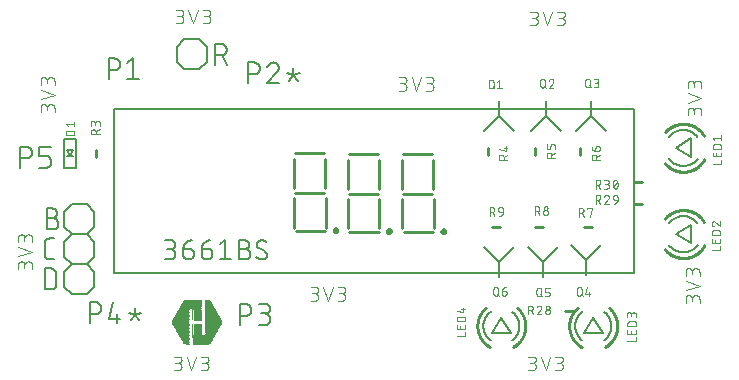
<source format=gbr>
G04 EAGLE Gerber RS-274X export*
G75*
%MOMM*%
%FSLAX34Y34*%
%LPD*%
%INSilkscreen Top*%
%IPPOS*%
%AMOC8*
5,1,8,0,0,1.08239X$1,22.5*%
G01*
%ADD10C,0.152400*%
%ADD11C,0.101600*%
%ADD12C,0.254000*%
%ADD13C,0.127000*%
%ADD14C,0.076200*%
%ADD15C,0.203200*%
%ADD16R,0.259075X0.015238*%
%ADD17R,1.310638X0.015238*%
%ADD18R,0.015238X0.015238*%
%ADD19R,0.304800X0.015238*%
%ADD20R,1.356356X0.015238*%
%ADD21R,0.335275X0.015238*%
%ADD22R,1.402075X0.015238*%
%ADD23R,0.365756X0.015238*%
%ADD24R,1.417319X0.015238*%
%ADD25R,0.381000X0.015238*%
%ADD26R,1.447800X0.015238*%
%ADD27R,0.396238X0.015238*%
%ADD28R,1.463037X0.015238*%
%ADD29R,0.411475X0.015238*%
%ADD30R,1.478275X0.015238*%
%ADD31R,0.426719X0.015238*%
%ADD32R,1.493519X0.015238*%
%ADD33R,0.441956X0.015238*%
%ADD34R,1.508756X0.015238*%
%ADD35R,0.457200X0.015238*%
%ADD36R,1.524000X0.015238*%
%ADD37R,0.472438X0.015238*%
%ADD38R,1.539238X0.015238*%
%ADD39R,0.487675X0.015238*%
%ADD40R,1.554475X0.015238*%
%ADD41R,0.502919X0.015238*%
%ADD42R,1.569719X0.015238*%
%ADD43R,0.518156X0.015238*%
%ADD44R,1.584956X0.015238*%
%ADD45R,0.533400X0.015238*%
%ADD46R,1.600200X0.015238*%
%ADD47R,0.548638X0.015238*%
%ADD48R,1.615438X0.015238*%
%ADD49R,0.563875X0.015238*%
%ADD50R,1.630675X0.015238*%
%ADD51R,0.579119X0.015238*%
%ADD52R,1.645919X0.015238*%
%ADD53R,0.594356X0.015238*%
%ADD54R,1.661156X0.015238*%
%ADD55R,0.609600X0.015238*%
%ADD56R,1.676400X0.015238*%
%ADD57R,0.624838X0.015238*%
%ADD58R,1.691638X0.015238*%
%ADD59R,0.640075X0.015238*%
%ADD60R,1.706875X0.015238*%
%ADD61R,0.655319X0.015238*%
%ADD62R,1.722119X0.015238*%
%ADD63R,0.670556X0.015238*%
%ADD64R,1.737356X0.015238*%
%ADD65R,0.685800X0.015238*%
%ADD66R,1.752600X0.015238*%
%ADD67R,0.701037X0.015238*%
%ADD68R,0.716275X0.015238*%
%ADD69R,0.731519X0.015238*%
%ADD70R,1.767838X0.015238*%
%ADD71R,1.783075X0.015238*%
%ADD72R,0.746756X0.015238*%
%ADD73R,1.798319X0.015238*%
%ADD74R,0.030481X0.015238*%
%ADD75R,0.762000X0.015238*%
%ADD76R,0.807719X0.015238*%
%ADD77R,0.868681X0.015238*%
%ADD78R,0.777238X0.015238*%
%ADD79R,0.853438X0.015238*%
%ADD80R,0.838200X0.015238*%
%ADD81R,0.792475X0.015238*%
%ADD82R,0.822963X0.015238*%
%ADD83R,0.822956X0.015238*%
%ADD84R,0.868675X0.015238*%
%ADD85R,0.883919X0.015238*%
%ADD86R,0.899156X0.015238*%
%ADD87R,0.914400X0.015238*%
%ADD88R,0.929638X0.015238*%
%ADD89R,0.944875X0.015238*%
%ADD90R,0.960119X0.015238*%
%ADD91R,0.975356X0.015238*%
%ADD92R,0.990600X0.015238*%
%ADD93R,1.005837X0.015238*%
%ADD94R,1.021075X0.015238*%
%ADD95R,1.036319X0.015238*%
%ADD96R,1.051556X0.015238*%
%ADD97R,1.066800X0.015238*%
%ADD98R,1.082037X0.015238*%
%ADD99R,1.097275X0.015238*%
%ADD100R,1.112519X0.015238*%
%ADD101R,1.127756X0.015238*%
%ADD102R,1.143000X0.015238*%
%ADD103R,1.158238X0.015238*%
%ADD104R,1.173475X0.015238*%
%ADD105R,1.188719X0.015238*%
%ADD106R,1.203956X0.015238*%
%ADD107R,1.219200X0.015238*%
%ADD108R,1.234438X0.015238*%
%ADD109R,1.249675X0.015238*%
%ADD110R,1.264919X0.015238*%
%ADD111R,1.280156X0.015238*%
%ADD112R,1.295400X0.015238*%
%ADD113R,1.325875X0.015238*%
%ADD114R,0.670563X0.015238*%
%ADD115R,1.341119X0.015238*%
%ADD116R,1.371600X0.015238*%
%ADD117R,1.386838X0.015238*%
%ADD118R,0.045719X0.015238*%
%ADD119R,0.060956X0.015238*%
%ADD120R,1.432556X0.015238*%
%ADD121R,0.106681X0.015238*%
%ADD122R,0.121919X0.015238*%
%ADD123R,0.152400X0.015238*%
%ADD124R,0.182875X0.015238*%
%ADD125R,0.030475X0.015238*%
%ADD126R,0.213363X0.015238*%
%ADD127R,0.076200X0.015238*%
%ADD128R,0.320038X0.015238*%
%ADD129R,0.243838X0.015238*%
%ADD130R,0.106675X0.015238*%
%ADD131R,0.274319X0.015238*%
%ADD132R,0.259081X0.015238*%
%ADD133R,0.198119X0.015238*%
%ADD134R,0.228600X0.015238*%


D10*
X-221488Y181737D02*
X-221488Y199517D01*
X-216549Y199517D01*
X-216409Y199515D01*
X-216270Y199509D01*
X-216130Y199499D01*
X-215991Y199485D01*
X-215852Y199468D01*
X-215714Y199446D01*
X-215577Y199420D01*
X-215440Y199391D01*
X-215304Y199358D01*
X-215170Y199321D01*
X-215036Y199280D01*
X-214904Y199235D01*
X-214772Y199186D01*
X-214643Y199134D01*
X-214515Y199079D01*
X-214388Y199019D01*
X-214263Y198956D01*
X-214140Y198890D01*
X-214019Y198820D01*
X-213900Y198747D01*
X-213783Y198670D01*
X-213669Y198590D01*
X-213556Y198507D01*
X-213446Y198421D01*
X-213339Y198331D01*
X-213234Y198239D01*
X-213132Y198144D01*
X-213032Y198046D01*
X-212935Y197945D01*
X-212841Y197841D01*
X-212751Y197735D01*
X-212663Y197626D01*
X-212578Y197515D01*
X-212497Y197401D01*
X-212418Y197286D01*
X-212343Y197168D01*
X-212272Y197048D01*
X-212204Y196925D01*
X-212139Y196802D01*
X-212078Y196676D01*
X-212020Y196548D01*
X-211966Y196420D01*
X-211916Y196289D01*
X-211869Y196157D01*
X-211826Y196024D01*
X-211787Y195890D01*
X-211752Y195755D01*
X-211721Y195619D01*
X-211693Y195481D01*
X-211670Y195344D01*
X-211650Y195205D01*
X-211634Y195066D01*
X-211622Y194927D01*
X-211614Y194788D01*
X-211610Y194648D01*
X-211610Y194508D01*
X-211614Y194368D01*
X-211622Y194229D01*
X-211634Y194090D01*
X-211650Y193951D01*
X-211670Y193812D01*
X-211693Y193675D01*
X-211721Y193537D01*
X-211752Y193401D01*
X-211787Y193266D01*
X-211826Y193132D01*
X-211869Y192999D01*
X-211916Y192867D01*
X-211966Y192736D01*
X-212020Y192608D01*
X-212078Y192480D01*
X-212139Y192354D01*
X-212204Y192231D01*
X-212272Y192109D01*
X-212343Y191988D01*
X-212418Y191870D01*
X-212497Y191755D01*
X-212578Y191641D01*
X-212663Y191530D01*
X-212751Y191421D01*
X-212841Y191315D01*
X-212935Y191211D01*
X-213032Y191110D01*
X-213132Y191012D01*
X-213234Y190917D01*
X-213339Y190825D01*
X-213446Y190735D01*
X-213556Y190649D01*
X-213669Y190566D01*
X-213783Y190486D01*
X-213900Y190409D01*
X-214019Y190336D01*
X-214140Y190266D01*
X-214263Y190200D01*
X-214388Y190137D01*
X-214515Y190077D01*
X-214643Y190022D01*
X-214772Y189970D01*
X-214904Y189921D01*
X-215036Y189876D01*
X-215170Y189835D01*
X-215304Y189798D01*
X-215440Y189765D01*
X-215577Y189736D01*
X-215714Y189710D01*
X-215852Y189688D01*
X-215991Y189671D01*
X-216130Y189657D01*
X-216270Y189647D01*
X-216409Y189641D01*
X-216549Y189639D01*
X-221488Y189639D01*
X-205493Y195566D02*
X-200554Y199517D01*
X-200554Y181737D01*
X-205493Y181737D02*
X-195615Y181737D01*
X-103175Y178308D02*
X-103175Y196088D01*
X-98236Y196088D01*
X-98096Y196086D01*
X-97957Y196080D01*
X-97817Y196070D01*
X-97678Y196056D01*
X-97539Y196039D01*
X-97401Y196017D01*
X-97264Y195991D01*
X-97127Y195962D01*
X-96991Y195929D01*
X-96857Y195892D01*
X-96723Y195851D01*
X-96591Y195806D01*
X-96459Y195757D01*
X-96330Y195705D01*
X-96202Y195650D01*
X-96075Y195590D01*
X-95950Y195527D01*
X-95827Y195461D01*
X-95706Y195391D01*
X-95587Y195318D01*
X-95470Y195241D01*
X-95356Y195161D01*
X-95243Y195078D01*
X-95133Y194992D01*
X-95026Y194902D01*
X-94921Y194810D01*
X-94819Y194715D01*
X-94719Y194617D01*
X-94622Y194516D01*
X-94528Y194412D01*
X-94438Y194306D01*
X-94350Y194197D01*
X-94265Y194086D01*
X-94184Y193972D01*
X-94105Y193857D01*
X-94030Y193739D01*
X-93959Y193619D01*
X-93891Y193496D01*
X-93826Y193373D01*
X-93765Y193247D01*
X-93707Y193119D01*
X-93653Y192991D01*
X-93603Y192860D01*
X-93556Y192728D01*
X-93513Y192595D01*
X-93474Y192461D01*
X-93439Y192326D01*
X-93408Y192190D01*
X-93380Y192052D01*
X-93357Y191915D01*
X-93337Y191776D01*
X-93321Y191637D01*
X-93309Y191498D01*
X-93301Y191359D01*
X-93297Y191219D01*
X-93297Y191079D01*
X-93301Y190939D01*
X-93309Y190800D01*
X-93321Y190661D01*
X-93337Y190522D01*
X-93357Y190383D01*
X-93380Y190246D01*
X-93408Y190108D01*
X-93439Y189972D01*
X-93474Y189837D01*
X-93513Y189703D01*
X-93556Y189570D01*
X-93603Y189438D01*
X-93653Y189307D01*
X-93707Y189179D01*
X-93765Y189051D01*
X-93826Y188925D01*
X-93891Y188802D01*
X-93959Y188680D01*
X-94030Y188559D01*
X-94105Y188441D01*
X-94184Y188326D01*
X-94265Y188212D01*
X-94350Y188101D01*
X-94438Y187992D01*
X-94528Y187886D01*
X-94622Y187782D01*
X-94719Y187681D01*
X-94819Y187583D01*
X-94921Y187488D01*
X-95026Y187396D01*
X-95133Y187306D01*
X-95243Y187220D01*
X-95356Y187137D01*
X-95470Y187057D01*
X-95587Y186980D01*
X-95706Y186907D01*
X-95827Y186837D01*
X-95950Y186771D01*
X-96075Y186708D01*
X-96202Y186648D01*
X-96330Y186593D01*
X-96459Y186541D01*
X-96591Y186492D01*
X-96723Y186447D01*
X-96857Y186406D01*
X-96991Y186369D01*
X-97127Y186336D01*
X-97264Y186307D01*
X-97401Y186281D01*
X-97539Y186259D01*
X-97678Y186242D01*
X-97817Y186228D01*
X-97957Y186218D01*
X-98096Y186212D01*
X-98236Y186210D01*
X-103175Y186210D01*
X-81747Y196088D02*
X-81615Y196086D01*
X-81484Y196080D01*
X-81352Y196070D01*
X-81221Y196057D01*
X-81091Y196039D01*
X-80961Y196018D01*
X-80831Y195993D01*
X-80703Y195964D01*
X-80575Y195931D01*
X-80449Y195894D01*
X-80323Y195854D01*
X-80199Y195810D01*
X-80076Y195762D01*
X-79955Y195711D01*
X-79835Y195656D01*
X-79717Y195598D01*
X-79601Y195536D01*
X-79487Y195470D01*
X-79374Y195402D01*
X-79264Y195330D01*
X-79156Y195255D01*
X-79050Y195176D01*
X-78946Y195095D01*
X-78845Y195010D01*
X-78747Y194923D01*
X-78651Y194832D01*
X-78558Y194739D01*
X-78467Y194643D01*
X-78380Y194545D01*
X-78295Y194444D01*
X-78214Y194340D01*
X-78135Y194234D01*
X-78060Y194126D01*
X-77988Y194016D01*
X-77920Y193903D01*
X-77854Y193789D01*
X-77792Y193673D01*
X-77734Y193555D01*
X-77679Y193435D01*
X-77628Y193314D01*
X-77580Y193191D01*
X-77536Y193067D01*
X-77496Y192941D01*
X-77459Y192815D01*
X-77426Y192687D01*
X-77397Y192559D01*
X-77372Y192429D01*
X-77351Y192299D01*
X-77333Y192169D01*
X-77320Y192038D01*
X-77310Y191906D01*
X-77304Y191775D01*
X-77302Y191643D01*
X-81747Y196088D02*
X-81897Y196086D01*
X-82046Y196080D01*
X-82195Y196070D01*
X-82344Y196057D01*
X-82493Y196039D01*
X-82641Y196018D01*
X-82789Y195992D01*
X-82935Y195963D01*
X-83081Y195930D01*
X-83226Y195893D01*
X-83370Y195852D01*
X-83513Y195808D01*
X-83655Y195760D01*
X-83795Y195708D01*
X-83934Y195653D01*
X-84072Y195594D01*
X-84207Y195531D01*
X-84342Y195465D01*
X-84474Y195395D01*
X-84604Y195322D01*
X-84733Y195245D01*
X-84860Y195165D01*
X-84984Y195082D01*
X-85106Y194996D01*
X-85226Y194906D01*
X-85343Y194813D01*
X-85458Y194718D01*
X-85571Y194619D01*
X-85681Y194517D01*
X-85788Y194413D01*
X-85892Y194306D01*
X-85994Y194196D01*
X-86092Y194083D01*
X-86188Y193968D01*
X-86280Y193850D01*
X-86370Y193730D01*
X-86456Y193608D01*
X-86539Y193484D01*
X-86619Y193357D01*
X-86695Y193229D01*
X-86768Y193098D01*
X-86838Y192965D01*
X-86904Y192831D01*
X-86966Y192695D01*
X-87025Y192558D01*
X-87081Y192419D01*
X-87132Y192278D01*
X-87180Y192137D01*
X-78785Y188186D02*
X-78689Y188279D01*
X-78597Y188375D01*
X-78507Y188474D01*
X-78420Y188575D01*
X-78336Y188678D01*
X-78254Y188783D01*
X-78176Y188891D01*
X-78101Y189001D01*
X-78028Y189113D01*
X-77959Y189227D01*
X-77893Y189343D01*
X-77831Y189461D01*
X-77772Y189580D01*
X-77716Y189701D01*
X-77663Y189824D01*
X-77614Y189948D01*
X-77569Y190073D01*
X-77526Y190200D01*
X-77488Y190327D01*
X-77453Y190456D01*
X-77422Y190585D01*
X-77394Y190716D01*
X-77370Y190847D01*
X-77349Y190979D01*
X-77333Y191111D01*
X-77320Y191244D01*
X-77310Y191377D01*
X-77305Y191510D01*
X-77303Y191643D01*
X-78784Y188186D02*
X-87180Y178308D01*
X-77302Y178308D01*
X-64932Y185222D02*
X-64932Y191149D01*
X-64932Y185222D02*
X-61475Y180777D01*
X-64932Y185222D02*
X-68390Y180777D01*
X-64932Y185222D02*
X-59500Y187198D01*
X-64932Y185222D02*
X-70365Y187198D01*
X-296101Y124905D02*
X-296101Y107125D01*
X-296101Y124905D02*
X-291162Y124905D01*
X-291022Y124903D01*
X-290883Y124897D01*
X-290743Y124887D01*
X-290604Y124873D01*
X-290465Y124856D01*
X-290327Y124834D01*
X-290190Y124808D01*
X-290053Y124779D01*
X-289917Y124746D01*
X-289783Y124709D01*
X-289649Y124668D01*
X-289517Y124623D01*
X-289385Y124574D01*
X-289256Y124522D01*
X-289128Y124467D01*
X-289001Y124407D01*
X-288876Y124344D01*
X-288753Y124278D01*
X-288632Y124208D01*
X-288513Y124135D01*
X-288396Y124058D01*
X-288282Y123978D01*
X-288169Y123895D01*
X-288059Y123809D01*
X-287952Y123719D01*
X-287847Y123627D01*
X-287745Y123532D01*
X-287645Y123434D01*
X-287548Y123333D01*
X-287454Y123229D01*
X-287364Y123123D01*
X-287276Y123014D01*
X-287191Y122903D01*
X-287110Y122789D01*
X-287031Y122674D01*
X-286956Y122556D01*
X-286885Y122436D01*
X-286817Y122313D01*
X-286752Y122190D01*
X-286691Y122064D01*
X-286633Y121936D01*
X-286579Y121808D01*
X-286529Y121677D01*
X-286482Y121545D01*
X-286439Y121412D01*
X-286400Y121278D01*
X-286365Y121143D01*
X-286334Y121007D01*
X-286306Y120869D01*
X-286283Y120732D01*
X-286263Y120593D01*
X-286247Y120454D01*
X-286235Y120315D01*
X-286227Y120176D01*
X-286223Y120036D01*
X-286223Y119896D01*
X-286227Y119756D01*
X-286235Y119617D01*
X-286247Y119478D01*
X-286263Y119339D01*
X-286283Y119200D01*
X-286306Y119063D01*
X-286334Y118925D01*
X-286365Y118789D01*
X-286400Y118654D01*
X-286439Y118520D01*
X-286482Y118387D01*
X-286529Y118255D01*
X-286579Y118124D01*
X-286633Y117996D01*
X-286691Y117868D01*
X-286752Y117742D01*
X-286817Y117619D01*
X-286885Y117497D01*
X-286956Y117376D01*
X-287031Y117258D01*
X-287110Y117143D01*
X-287191Y117029D01*
X-287276Y116918D01*
X-287364Y116809D01*
X-287454Y116703D01*
X-287548Y116599D01*
X-287645Y116498D01*
X-287745Y116400D01*
X-287847Y116305D01*
X-287952Y116213D01*
X-288059Y116123D01*
X-288169Y116037D01*
X-288282Y115954D01*
X-288396Y115874D01*
X-288513Y115797D01*
X-288632Y115724D01*
X-288753Y115654D01*
X-288876Y115588D01*
X-289001Y115525D01*
X-289128Y115465D01*
X-289256Y115410D01*
X-289385Y115358D01*
X-289517Y115309D01*
X-289649Y115264D01*
X-289783Y115223D01*
X-289917Y115186D01*
X-290053Y115153D01*
X-290190Y115124D01*
X-290327Y115098D01*
X-290465Y115076D01*
X-290604Y115059D01*
X-290743Y115045D01*
X-290883Y115035D01*
X-291022Y115029D01*
X-291162Y115027D01*
X-296101Y115027D01*
X-280105Y107125D02*
X-274179Y107125D01*
X-274055Y107127D01*
X-273931Y107133D01*
X-273807Y107143D01*
X-273684Y107156D01*
X-273561Y107174D01*
X-273439Y107195D01*
X-273317Y107220D01*
X-273196Y107249D01*
X-273077Y107282D01*
X-272958Y107318D01*
X-272841Y107359D01*
X-272725Y107402D01*
X-272610Y107450D01*
X-272497Y107501D01*
X-272385Y107556D01*
X-272276Y107614D01*
X-272168Y107675D01*
X-272062Y107740D01*
X-271958Y107808D01*
X-271857Y107880D01*
X-271757Y107954D01*
X-271661Y108032D01*
X-271566Y108112D01*
X-271474Y108196D01*
X-271385Y108282D01*
X-271299Y108371D01*
X-271215Y108463D01*
X-271135Y108558D01*
X-271057Y108654D01*
X-270983Y108754D01*
X-270911Y108855D01*
X-270843Y108959D01*
X-270778Y109065D01*
X-270717Y109173D01*
X-270659Y109282D01*
X-270604Y109394D01*
X-270553Y109507D01*
X-270505Y109622D01*
X-270462Y109738D01*
X-270421Y109855D01*
X-270385Y109974D01*
X-270352Y110093D01*
X-270323Y110214D01*
X-270298Y110336D01*
X-270277Y110458D01*
X-270259Y110581D01*
X-270246Y110704D01*
X-270236Y110828D01*
X-270230Y110952D01*
X-270228Y111076D01*
X-270228Y113051D01*
X-270230Y113175D01*
X-270236Y113299D01*
X-270246Y113423D01*
X-270259Y113546D01*
X-270277Y113669D01*
X-270298Y113791D01*
X-270323Y113913D01*
X-270352Y114034D01*
X-270385Y114153D01*
X-270421Y114272D01*
X-270462Y114389D01*
X-270505Y114505D01*
X-270553Y114620D01*
X-270604Y114733D01*
X-270659Y114845D01*
X-270717Y114954D01*
X-270778Y115062D01*
X-270843Y115168D01*
X-270911Y115272D01*
X-270983Y115373D01*
X-271057Y115473D01*
X-271135Y115569D01*
X-271215Y115664D01*
X-271299Y115756D01*
X-271385Y115845D01*
X-271474Y115931D01*
X-271566Y116015D01*
X-271661Y116095D01*
X-271757Y116173D01*
X-271857Y116247D01*
X-271958Y116319D01*
X-272062Y116387D01*
X-272168Y116452D01*
X-272276Y116513D01*
X-272385Y116571D01*
X-272497Y116626D01*
X-272610Y116677D01*
X-272725Y116725D01*
X-272841Y116768D01*
X-272958Y116809D01*
X-273077Y116845D01*
X-273196Y116878D01*
X-273317Y116907D01*
X-273439Y116932D01*
X-273561Y116953D01*
X-273684Y116971D01*
X-273807Y116984D01*
X-273931Y116994D01*
X-274055Y117000D01*
X-274179Y117002D01*
X-280105Y117002D01*
X-280105Y124905D01*
X-270228Y124905D01*
X-237363Y-6858D02*
X-237363Y-24638D01*
X-237363Y-6858D02*
X-232424Y-6858D01*
X-232284Y-6860D01*
X-232145Y-6866D01*
X-232005Y-6876D01*
X-231866Y-6890D01*
X-231727Y-6907D01*
X-231589Y-6929D01*
X-231452Y-6955D01*
X-231315Y-6984D01*
X-231179Y-7017D01*
X-231045Y-7054D01*
X-230911Y-7095D01*
X-230779Y-7140D01*
X-230647Y-7189D01*
X-230518Y-7241D01*
X-230390Y-7296D01*
X-230263Y-7356D01*
X-230138Y-7419D01*
X-230015Y-7485D01*
X-229894Y-7555D01*
X-229775Y-7628D01*
X-229658Y-7705D01*
X-229544Y-7785D01*
X-229431Y-7868D01*
X-229321Y-7954D01*
X-229214Y-8044D01*
X-229109Y-8136D01*
X-229007Y-8231D01*
X-228907Y-8329D01*
X-228810Y-8430D01*
X-228716Y-8534D01*
X-228626Y-8640D01*
X-228538Y-8749D01*
X-228453Y-8860D01*
X-228372Y-8974D01*
X-228293Y-9089D01*
X-228218Y-9207D01*
X-228147Y-9327D01*
X-228079Y-9450D01*
X-228014Y-9573D01*
X-227953Y-9699D01*
X-227895Y-9827D01*
X-227841Y-9955D01*
X-227791Y-10086D01*
X-227744Y-10218D01*
X-227701Y-10351D01*
X-227662Y-10485D01*
X-227627Y-10620D01*
X-227596Y-10756D01*
X-227568Y-10894D01*
X-227545Y-11031D01*
X-227525Y-11170D01*
X-227509Y-11309D01*
X-227497Y-11448D01*
X-227489Y-11587D01*
X-227485Y-11727D01*
X-227485Y-11867D01*
X-227489Y-12007D01*
X-227497Y-12146D01*
X-227509Y-12285D01*
X-227525Y-12424D01*
X-227545Y-12563D01*
X-227568Y-12700D01*
X-227596Y-12838D01*
X-227627Y-12974D01*
X-227662Y-13109D01*
X-227701Y-13243D01*
X-227744Y-13376D01*
X-227791Y-13508D01*
X-227841Y-13639D01*
X-227895Y-13767D01*
X-227953Y-13895D01*
X-228014Y-14021D01*
X-228079Y-14144D01*
X-228147Y-14266D01*
X-228218Y-14387D01*
X-228293Y-14505D01*
X-228372Y-14620D01*
X-228453Y-14734D01*
X-228538Y-14845D01*
X-228626Y-14954D01*
X-228716Y-15060D01*
X-228810Y-15164D01*
X-228907Y-15265D01*
X-229007Y-15363D01*
X-229109Y-15458D01*
X-229214Y-15550D01*
X-229321Y-15640D01*
X-229431Y-15726D01*
X-229544Y-15809D01*
X-229658Y-15889D01*
X-229775Y-15966D01*
X-229894Y-16039D01*
X-230015Y-16109D01*
X-230138Y-16175D01*
X-230263Y-16238D01*
X-230390Y-16298D01*
X-230518Y-16353D01*
X-230647Y-16405D01*
X-230779Y-16454D01*
X-230911Y-16499D01*
X-231045Y-16540D01*
X-231179Y-16577D01*
X-231315Y-16610D01*
X-231452Y-16639D01*
X-231589Y-16665D01*
X-231727Y-16687D01*
X-231866Y-16704D01*
X-232005Y-16718D01*
X-232145Y-16728D01*
X-232284Y-16734D01*
X-232424Y-16736D01*
X-237363Y-16736D01*
X-221368Y-20687D02*
X-217417Y-6858D01*
X-221368Y-20687D02*
X-211490Y-20687D01*
X-214454Y-16736D02*
X-214454Y-24638D01*
X-199120Y-17724D02*
X-199120Y-11797D01*
X-199120Y-17724D02*
X-195663Y-22169D01*
X-199120Y-17724D02*
X-202578Y-22169D01*
X-199120Y-17724D02*
X-193688Y-15748D01*
X-199120Y-17724D02*
X-204553Y-15748D01*
X-110363Y-8446D02*
X-110363Y-26226D01*
X-110363Y-8446D02*
X-105424Y-8446D01*
X-105424Y-8445D02*
X-105284Y-8447D01*
X-105145Y-8453D01*
X-105005Y-8463D01*
X-104866Y-8477D01*
X-104727Y-8494D01*
X-104589Y-8516D01*
X-104452Y-8542D01*
X-104315Y-8571D01*
X-104179Y-8604D01*
X-104045Y-8641D01*
X-103911Y-8682D01*
X-103779Y-8727D01*
X-103647Y-8776D01*
X-103518Y-8828D01*
X-103390Y-8883D01*
X-103263Y-8943D01*
X-103138Y-9006D01*
X-103015Y-9072D01*
X-102894Y-9142D01*
X-102775Y-9215D01*
X-102658Y-9292D01*
X-102544Y-9372D01*
X-102431Y-9455D01*
X-102321Y-9541D01*
X-102214Y-9631D01*
X-102109Y-9723D01*
X-102007Y-9818D01*
X-101907Y-9916D01*
X-101810Y-10017D01*
X-101716Y-10121D01*
X-101626Y-10227D01*
X-101538Y-10336D01*
X-101453Y-10447D01*
X-101372Y-10561D01*
X-101293Y-10676D01*
X-101218Y-10794D01*
X-101147Y-10914D01*
X-101079Y-11037D01*
X-101014Y-11160D01*
X-100953Y-11286D01*
X-100895Y-11414D01*
X-100841Y-11542D01*
X-100791Y-11673D01*
X-100744Y-11805D01*
X-100701Y-11938D01*
X-100662Y-12072D01*
X-100627Y-12207D01*
X-100596Y-12343D01*
X-100568Y-12481D01*
X-100545Y-12618D01*
X-100525Y-12757D01*
X-100509Y-12896D01*
X-100497Y-13035D01*
X-100489Y-13174D01*
X-100485Y-13314D01*
X-100485Y-13454D01*
X-100489Y-13594D01*
X-100497Y-13733D01*
X-100509Y-13872D01*
X-100525Y-14011D01*
X-100545Y-14150D01*
X-100568Y-14287D01*
X-100596Y-14425D01*
X-100627Y-14561D01*
X-100662Y-14696D01*
X-100701Y-14830D01*
X-100744Y-14963D01*
X-100791Y-15095D01*
X-100841Y-15226D01*
X-100895Y-15354D01*
X-100953Y-15482D01*
X-101014Y-15608D01*
X-101079Y-15731D01*
X-101147Y-15853D01*
X-101218Y-15974D01*
X-101293Y-16092D01*
X-101372Y-16207D01*
X-101453Y-16321D01*
X-101538Y-16432D01*
X-101626Y-16541D01*
X-101716Y-16647D01*
X-101810Y-16751D01*
X-101907Y-16852D01*
X-102007Y-16950D01*
X-102109Y-17045D01*
X-102214Y-17137D01*
X-102321Y-17227D01*
X-102431Y-17313D01*
X-102544Y-17396D01*
X-102658Y-17476D01*
X-102775Y-17553D01*
X-102894Y-17626D01*
X-103015Y-17696D01*
X-103138Y-17762D01*
X-103263Y-17825D01*
X-103390Y-17885D01*
X-103518Y-17940D01*
X-103647Y-17992D01*
X-103779Y-18041D01*
X-103911Y-18086D01*
X-104045Y-18127D01*
X-104179Y-18164D01*
X-104315Y-18197D01*
X-104452Y-18226D01*
X-104589Y-18252D01*
X-104727Y-18274D01*
X-104866Y-18291D01*
X-105005Y-18305D01*
X-105145Y-18315D01*
X-105284Y-18321D01*
X-105424Y-18323D01*
X-110363Y-18323D01*
X-94368Y-26226D02*
X-89429Y-26226D01*
X-89289Y-26224D01*
X-89150Y-26218D01*
X-89010Y-26208D01*
X-88871Y-26194D01*
X-88732Y-26177D01*
X-88594Y-26155D01*
X-88457Y-26129D01*
X-88320Y-26100D01*
X-88184Y-26067D01*
X-88050Y-26030D01*
X-87916Y-25989D01*
X-87784Y-25944D01*
X-87652Y-25895D01*
X-87523Y-25843D01*
X-87395Y-25788D01*
X-87268Y-25728D01*
X-87143Y-25665D01*
X-87020Y-25599D01*
X-86899Y-25529D01*
X-86780Y-25456D01*
X-86663Y-25379D01*
X-86549Y-25299D01*
X-86436Y-25216D01*
X-86326Y-25130D01*
X-86219Y-25040D01*
X-86114Y-24948D01*
X-86012Y-24853D01*
X-85912Y-24755D01*
X-85815Y-24654D01*
X-85721Y-24550D01*
X-85631Y-24444D01*
X-85543Y-24335D01*
X-85458Y-24224D01*
X-85377Y-24110D01*
X-85298Y-23995D01*
X-85223Y-23877D01*
X-85152Y-23756D01*
X-85084Y-23634D01*
X-85019Y-23511D01*
X-84958Y-23385D01*
X-84900Y-23257D01*
X-84846Y-23129D01*
X-84796Y-22998D01*
X-84749Y-22866D01*
X-84706Y-22733D01*
X-84667Y-22599D01*
X-84632Y-22464D01*
X-84601Y-22328D01*
X-84573Y-22190D01*
X-84550Y-22053D01*
X-84530Y-21914D01*
X-84514Y-21775D01*
X-84502Y-21636D01*
X-84494Y-21497D01*
X-84490Y-21357D01*
X-84490Y-21217D01*
X-84494Y-21077D01*
X-84502Y-20938D01*
X-84514Y-20799D01*
X-84530Y-20660D01*
X-84550Y-20521D01*
X-84573Y-20384D01*
X-84601Y-20246D01*
X-84632Y-20110D01*
X-84667Y-19975D01*
X-84706Y-19841D01*
X-84749Y-19708D01*
X-84796Y-19576D01*
X-84846Y-19445D01*
X-84900Y-19317D01*
X-84958Y-19189D01*
X-85019Y-19063D01*
X-85084Y-18940D01*
X-85152Y-18817D01*
X-85223Y-18697D01*
X-85298Y-18579D01*
X-85377Y-18464D01*
X-85458Y-18350D01*
X-85543Y-18239D01*
X-85631Y-18130D01*
X-85721Y-18024D01*
X-85815Y-17920D01*
X-85912Y-17819D01*
X-86012Y-17721D01*
X-86114Y-17626D01*
X-86219Y-17534D01*
X-86326Y-17444D01*
X-86436Y-17358D01*
X-86549Y-17275D01*
X-86663Y-17195D01*
X-86780Y-17118D01*
X-86899Y-17045D01*
X-87020Y-16975D01*
X-87143Y-16909D01*
X-87268Y-16846D01*
X-87395Y-16786D01*
X-87523Y-16731D01*
X-87652Y-16679D01*
X-87784Y-16630D01*
X-87916Y-16585D01*
X-88050Y-16544D01*
X-88184Y-16507D01*
X-88320Y-16474D01*
X-88457Y-16445D01*
X-88594Y-16419D01*
X-88732Y-16397D01*
X-88871Y-16380D01*
X-89010Y-16366D01*
X-89150Y-16356D01*
X-89289Y-16350D01*
X-89429Y-16348D01*
X-88441Y-8446D02*
X-94368Y-8446D01*
X-88441Y-8446D02*
X-88317Y-8448D01*
X-88193Y-8454D01*
X-88069Y-8464D01*
X-87946Y-8477D01*
X-87823Y-8495D01*
X-87701Y-8516D01*
X-87579Y-8541D01*
X-87458Y-8570D01*
X-87339Y-8603D01*
X-87220Y-8639D01*
X-87103Y-8680D01*
X-86987Y-8723D01*
X-86872Y-8771D01*
X-86759Y-8822D01*
X-86647Y-8877D01*
X-86538Y-8935D01*
X-86430Y-8996D01*
X-86324Y-9061D01*
X-86220Y-9129D01*
X-86119Y-9201D01*
X-86019Y-9275D01*
X-85923Y-9353D01*
X-85828Y-9433D01*
X-85736Y-9517D01*
X-85647Y-9603D01*
X-85561Y-9692D01*
X-85477Y-9784D01*
X-85397Y-9879D01*
X-85319Y-9975D01*
X-85245Y-10075D01*
X-85173Y-10176D01*
X-85105Y-10280D01*
X-85040Y-10386D01*
X-84979Y-10494D01*
X-84921Y-10603D01*
X-84866Y-10715D01*
X-84815Y-10828D01*
X-84767Y-10943D01*
X-84724Y-11059D01*
X-84683Y-11176D01*
X-84647Y-11295D01*
X-84614Y-11414D01*
X-84585Y-11535D01*
X-84560Y-11657D01*
X-84539Y-11779D01*
X-84521Y-11902D01*
X-84508Y-12025D01*
X-84498Y-12149D01*
X-84492Y-12273D01*
X-84490Y-12397D01*
X-84492Y-12521D01*
X-84498Y-12645D01*
X-84508Y-12769D01*
X-84521Y-12892D01*
X-84539Y-13015D01*
X-84560Y-13137D01*
X-84585Y-13259D01*
X-84614Y-13380D01*
X-84647Y-13499D01*
X-84683Y-13618D01*
X-84724Y-13735D01*
X-84767Y-13851D01*
X-84815Y-13966D01*
X-84866Y-14079D01*
X-84921Y-14191D01*
X-84979Y-14300D01*
X-85040Y-14408D01*
X-85105Y-14514D01*
X-85173Y-14618D01*
X-85245Y-14719D01*
X-85319Y-14819D01*
X-85397Y-14915D01*
X-85477Y-15010D01*
X-85561Y-15102D01*
X-85647Y-15191D01*
X-85736Y-15277D01*
X-85828Y-15361D01*
X-85923Y-15441D01*
X-86019Y-15519D01*
X-86119Y-15593D01*
X-86220Y-15665D01*
X-86324Y-15733D01*
X-86430Y-15798D01*
X-86538Y-15859D01*
X-86647Y-15917D01*
X-86759Y-15972D01*
X-86872Y-16023D01*
X-86987Y-16071D01*
X-87103Y-16114D01*
X-87220Y-16155D01*
X-87339Y-16191D01*
X-87458Y-16224D01*
X-87579Y-16253D01*
X-87701Y-16278D01*
X-87823Y-16299D01*
X-87946Y-16317D01*
X-88069Y-16330D01*
X-88193Y-16340D01*
X-88317Y-16346D01*
X-88441Y-16348D01*
X-92392Y-16348D01*
X-275463Y3937D02*
X-275463Y21717D01*
X-270524Y21717D01*
X-270385Y21715D01*
X-270247Y21709D01*
X-270109Y21700D01*
X-269971Y21686D01*
X-269834Y21669D01*
X-269697Y21647D01*
X-269560Y21622D01*
X-269425Y21593D01*
X-269290Y21560D01*
X-269157Y21524D01*
X-269024Y21484D01*
X-268893Y21440D01*
X-268763Y21392D01*
X-268634Y21341D01*
X-268507Y21286D01*
X-268381Y21228D01*
X-268257Y21166D01*
X-268135Y21101D01*
X-268015Y21032D01*
X-267896Y20960D01*
X-267780Y20885D01*
X-267666Y20806D01*
X-267554Y20724D01*
X-267445Y20639D01*
X-267337Y20552D01*
X-267233Y20461D01*
X-267131Y20367D01*
X-267032Y20270D01*
X-266935Y20171D01*
X-266841Y20069D01*
X-266750Y19965D01*
X-266663Y19857D01*
X-266578Y19748D01*
X-266496Y19636D01*
X-266417Y19522D01*
X-266342Y19406D01*
X-266270Y19287D01*
X-266201Y19167D01*
X-266136Y19045D01*
X-266074Y18921D01*
X-266016Y18795D01*
X-265961Y18668D01*
X-265910Y18539D01*
X-265862Y18409D01*
X-265818Y18278D01*
X-265778Y18145D01*
X-265742Y18012D01*
X-265709Y17877D01*
X-265680Y17742D01*
X-265655Y17605D01*
X-265633Y17468D01*
X-265616Y17331D01*
X-265602Y17193D01*
X-265593Y17055D01*
X-265587Y16917D01*
X-265585Y16778D01*
X-265585Y8876D01*
X-265587Y8737D01*
X-265593Y8599D01*
X-265602Y8461D01*
X-265616Y8323D01*
X-265633Y8186D01*
X-265655Y8049D01*
X-265680Y7912D01*
X-265709Y7777D01*
X-265742Y7642D01*
X-265778Y7509D01*
X-265818Y7376D01*
X-265862Y7245D01*
X-265910Y7115D01*
X-265961Y6986D01*
X-266016Y6859D01*
X-266074Y6733D01*
X-266136Y6609D01*
X-266201Y6487D01*
X-266270Y6367D01*
X-266342Y6248D01*
X-266417Y6132D01*
X-266496Y6018D01*
X-266578Y5906D01*
X-266663Y5797D01*
X-266750Y5689D01*
X-266841Y5585D01*
X-266935Y5483D01*
X-267032Y5384D01*
X-267131Y5287D01*
X-267233Y5193D01*
X-267337Y5102D01*
X-267445Y5015D01*
X-267554Y4930D01*
X-267666Y4848D01*
X-267780Y4769D01*
X-267896Y4694D01*
X-268015Y4622D01*
X-268135Y4553D01*
X-268257Y4488D01*
X-268381Y4426D01*
X-268507Y4368D01*
X-268634Y4313D01*
X-268763Y4262D01*
X-268893Y4214D01*
X-269024Y4170D01*
X-269157Y4130D01*
X-269290Y4094D01*
X-269425Y4061D01*
X-269560Y4032D01*
X-269697Y4007D01*
X-269834Y3985D01*
X-269971Y3968D01*
X-270109Y3954D01*
X-270247Y3945D01*
X-270385Y3939D01*
X-270524Y3937D01*
X-275463Y3937D01*
X-273876Y64615D02*
X-268937Y64615D01*
X-268797Y64613D01*
X-268658Y64607D01*
X-268518Y64597D01*
X-268379Y64583D01*
X-268240Y64566D01*
X-268102Y64544D01*
X-267965Y64518D01*
X-267828Y64489D01*
X-267692Y64456D01*
X-267558Y64419D01*
X-267424Y64378D01*
X-267292Y64333D01*
X-267160Y64284D01*
X-267031Y64232D01*
X-266903Y64177D01*
X-266776Y64117D01*
X-266651Y64054D01*
X-266528Y63988D01*
X-266407Y63918D01*
X-266288Y63845D01*
X-266171Y63768D01*
X-266057Y63688D01*
X-265944Y63605D01*
X-265834Y63519D01*
X-265727Y63429D01*
X-265622Y63337D01*
X-265520Y63242D01*
X-265420Y63144D01*
X-265323Y63043D01*
X-265229Y62939D01*
X-265139Y62833D01*
X-265051Y62724D01*
X-264966Y62613D01*
X-264885Y62499D01*
X-264806Y62384D01*
X-264731Y62266D01*
X-264660Y62146D01*
X-264592Y62023D01*
X-264527Y61900D01*
X-264466Y61774D01*
X-264408Y61646D01*
X-264354Y61518D01*
X-264304Y61387D01*
X-264257Y61255D01*
X-264214Y61122D01*
X-264175Y60988D01*
X-264140Y60853D01*
X-264109Y60717D01*
X-264081Y60579D01*
X-264058Y60442D01*
X-264038Y60303D01*
X-264022Y60164D01*
X-264010Y60025D01*
X-264002Y59886D01*
X-263998Y59746D01*
X-263998Y59606D01*
X-264002Y59466D01*
X-264010Y59327D01*
X-264022Y59188D01*
X-264038Y59049D01*
X-264058Y58910D01*
X-264081Y58773D01*
X-264109Y58635D01*
X-264140Y58499D01*
X-264175Y58364D01*
X-264214Y58230D01*
X-264257Y58097D01*
X-264304Y57965D01*
X-264354Y57834D01*
X-264408Y57706D01*
X-264466Y57578D01*
X-264527Y57452D01*
X-264592Y57329D01*
X-264660Y57207D01*
X-264731Y57086D01*
X-264806Y56968D01*
X-264885Y56853D01*
X-264966Y56739D01*
X-265051Y56628D01*
X-265139Y56519D01*
X-265229Y56413D01*
X-265323Y56309D01*
X-265420Y56208D01*
X-265520Y56110D01*
X-265622Y56015D01*
X-265727Y55923D01*
X-265834Y55833D01*
X-265944Y55747D01*
X-266057Y55664D01*
X-266171Y55584D01*
X-266288Y55507D01*
X-266407Y55434D01*
X-266528Y55364D01*
X-266651Y55298D01*
X-266776Y55235D01*
X-266903Y55175D01*
X-267031Y55120D01*
X-267160Y55068D01*
X-267292Y55019D01*
X-267424Y54974D01*
X-267558Y54933D01*
X-267692Y54896D01*
X-267828Y54863D01*
X-267965Y54834D01*
X-268102Y54808D01*
X-268240Y54786D01*
X-268379Y54769D01*
X-268518Y54755D01*
X-268658Y54745D01*
X-268797Y54739D01*
X-268937Y54737D01*
X-273876Y54737D01*
X-273876Y72517D01*
X-268937Y72517D01*
X-268813Y72515D01*
X-268689Y72509D01*
X-268565Y72499D01*
X-268442Y72486D01*
X-268319Y72468D01*
X-268197Y72447D01*
X-268075Y72422D01*
X-267954Y72393D01*
X-267835Y72360D01*
X-267716Y72324D01*
X-267599Y72283D01*
X-267483Y72240D01*
X-267368Y72192D01*
X-267255Y72141D01*
X-267143Y72086D01*
X-267034Y72028D01*
X-266926Y71967D01*
X-266820Y71902D01*
X-266716Y71834D01*
X-266615Y71762D01*
X-266515Y71688D01*
X-266419Y71610D01*
X-266324Y71530D01*
X-266232Y71446D01*
X-266143Y71360D01*
X-266057Y71271D01*
X-265973Y71179D01*
X-265893Y71084D01*
X-265815Y70988D01*
X-265741Y70888D01*
X-265669Y70787D01*
X-265601Y70683D01*
X-265536Y70577D01*
X-265475Y70469D01*
X-265417Y70360D01*
X-265362Y70248D01*
X-265311Y70135D01*
X-265263Y70020D01*
X-265220Y69904D01*
X-265179Y69787D01*
X-265143Y69668D01*
X-265110Y69549D01*
X-265081Y69428D01*
X-265056Y69306D01*
X-265035Y69184D01*
X-265017Y69061D01*
X-265004Y68938D01*
X-264994Y68814D01*
X-264988Y68690D01*
X-264986Y68566D01*
X-264988Y68442D01*
X-264994Y68318D01*
X-265004Y68194D01*
X-265017Y68071D01*
X-265035Y67948D01*
X-265056Y67826D01*
X-265081Y67704D01*
X-265110Y67583D01*
X-265143Y67464D01*
X-265179Y67345D01*
X-265220Y67228D01*
X-265263Y67112D01*
X-265311Y66997D01*
X-265362Y66884D01*
X-265417Y66772D01*
X-265475Y66663D01*
X-265536Y66555D01*
X-265601Y66449D01*
X-265669Y66345D01*
X-265741Y66244D01*
X-265815Y66144D01*
X-265893Y66048D01*
X-265973Y65953D01*
X-266057Y65861D01*
X-266143Y65772D01*
X-266232Y65686D01*
X-266324Y65602D01*
X-266419Y65522D01*
X-266515Y65444D01*
X-266615Y65370D01*
X-266716Y65298D01*
X-266820Y65230D01*
X-266926Y65165D01*
X-267034Y65104D01*
X-267143Y65046D01*
X-267255Y64991D01*
X-267368Y64940D01*
X-267483Y64892D01*
X-267599Y64849D01*
X-267716Y64808D01*
X-267835Y64772D01*
X-267954Y64739D01*
X-268075Y64710D01*
X-268197Y64685D01*
X-268319Y64664D01*
X-268442Y64646D01*
X-268565Y64633D01*
X-268689Y64623D01*
X-268813Y64617D01*
X-268937Y64615D01*
X-267561Y29337D02*
X-271512Y29337D01*
X-271636Y29339D01*
X-271760Y29345D01*
X-271884Y29355D01*
X-272007Y29368D01*
X-272130Y29386D01*
X-272252Y29407D01*
X-272374Y29432D01*
X-272495Y29461D01*
X-272614Y29494D01*
X-272733Y29530D01*
X-272850Y29571D01*
X-272966Y29614D01*
X-273081Y29662D01*
X-273194Y29713D01*
X-273306Y29768D01*
X-273415Y29826D01*
X-273523Y29887D01*
X-273629Y29952D01*
X-273733Y30020D01*
X-273834Y30092D01*
X-273934Y30166D01*
X-274030Y30244D01*
X-274125Y30324D01*
X-274217Y30408D01*
X-274306Y30494D01*
X-274392Y30583D01*
X-274476Y30675D01*
X-274556Y30770D01*
X-274634Y30866D01*
X-274708Y30966D01*
X-274780Y31067D01*
X-274848Y31171D01*
X-274913Y31277D01*
X-274974Y31385D01*
X-275032Y31494D01*
X-275087Y31606D01*
X-275138Y31719D01*
X-275186Y31834D01*
X-275229Y31950D01*
X-275270Y32067D01*
X-275306Y32186D01*
X-275339Y32305D01*
X-275368Y32426D01*
X-275393Y32548D01*
X-275414Y32670D01*
X-275432Y32793D01*
X-275445Y32916D01*
X-275455Y33040D01*
X-275461Y33164D01*
X-275463Y33288D01*
X-275463Y43166D01*
X-275461Y43290D01*
X-275455Y43414D01*
X-275445Y43538D01*
X-275432Y43661D01*
X-275414Y43784D01*
X-275393Y43906D01*
X-275368Y44028D01*
X-275339Y44149D01*
X-275306Y44268D01*
X-275270Y44387D01*
X-275229Y44504D01*
X-275186Y44620D01*
X-275138Y44735D01*
X-275087Y44848D01*
X-275032Y44960D01*
X-274974Y45069D01*
X-274913Y45177D01*
X-274848Y45283D01*
X-274780Y45387D01*
X-274708Y45488D01*
X-274634Y45588D01*
X-274556Y45684D01*
X-274476Y45779D01*
X-274392Y45871D01*
X-274306Y45960D01*
X-274217Y46046D01*
X-274125Y46130D01*
X-274030Y46210D01*
X-273934Y46288D01*
X-273834Y46362D01*
X-273733Y46434D01*
X-273629Y46502D01*
X-273523Y46567D01*
X-273415Y46628D01*
X-273306Y46686D01*
X-273194Y46741D01*
X-273081Y46792D01*
X-272967Y46840D01*
X-272850Y46883D01*
X-272733Y46924D01*
X-272614Y46960D01*
X-272495Y46993D01*
X-272374Y47022D01*
X-272252Y47047D01*
X-272130Y47068D01*
X-272007Y47086D01*
X-271884Y47099D01*
X-271760Y47109D01*
X-271636Y47115D01*
X-271512Y47117D01*
X-267561Y47117D01*
X-131290Y194183D02*
X-131290Y211963D01*
X-126351Y211963D01*
X-126211Y211961D01*
X-126072Y211955D01*
X-125932Y211945D01*
X-125793Y211931D01*
X-125654Y211914D01*
X-125516Y211892D01*
X-125379Y211866D01*
X-125242Y211837D01*
X-125106Y211804D01*
X-124972Y211767D01*
X-124838Y211726D01*
X-124706Y211681D01*
X-124574Y211632D01*
X-124445Y211580D01*
X-124317Y211525D01*
X-124190Y211465D01*
X-124065Y211402D01*
X-123942Y211336D01*
X-123821Y211266D01*
X-123702Y211193D01*
X-123585Y211116D01*
X-123471Y211036D01*
X-123358Y210953D01*
X-123248Y210867D01*
X-123141Y210777D01*
X-123036Y210685D01*
X-122934Y210590D01*
X-122834Y210492D01*
X-122737Y210391D01*
X-122643Y210287D01*
X-122553Y210181D01*
X-122465Y210072D01*
X-122380Y209961D01*
X-122299Y209847D01*
X-122220Y209732D01*
X-122145Y209614D01*
X-122074Y209494D01*
X-122006Y209371D01*
X-121941Y209248D01*
X-121880Y209122D01*
X-121822Y208994D01*
X-121768Y208866D01*
X-121718Y208735D01*
X-121671Y208603D01*
X-121628Y208470D01*
X-121589Y208336D01*
X-121554Y208201D01*
X-121523Y208065D01*
X-121495Y207927D01*
X-121472Y207790D01*
X-121452Y207651D01*
X-121436Y207512D01*
X-121424Y207373D01*
X-121416Y207234D01*
X-121412Y207094D01*
X-121412Y206954D01*
X-121416Y206814D01*
X-121424Y206675D01*
X-121436Y206536D01*
X-121452Y206397D01*
X-121472Y206258D01*
X-121495Y206121D01*
X-121523Y205983D01*
X-121554Y205847D01*
X-121589Y205712D01*
X-121628Y205578D01*
X-121671Y205445D01*
X-121718Y205313D01*
X-121768Y205182D01*
X-121822Y205054D01*
X-121880Y204926D01*
X-121941Y204800D01*
X-122006Y204677D01*
X-122074Y204555D01*
X-122145Y204434D01*
X-122220Y204316D01*
X-122299Y204201D01*
X-122380Y204087D01*
X-122465Y203976D01*
X-122553Y203867D01*
X-122643Y203761D01*
X-122737Y203657D01*
X-122834Y203556D01*
X-122934Y203458D01*
X-123036Y203363D01*
X-123141Y203271D01*
X-123248Y203181D01*
X-123358Y203095D01*
X-123471Y203012D01*
X-123585Y202932D01*
X-123702Y202855D01*
X-123821Y202782D01*
X-123942Y202712D01*
X-124065Y202646D01*
X-124190Y202583D01*
X-124317Y202523D01*
X-124445Y202468D01*
X-124574Y202416D01*
X-124706Y202367D01*
X-124838Y202322D01*
X-124972Y202281D01*
X-125106Y202244D01*
X-125242Y202211D01*
X-125379Y202182D01*
X-125516Y202156D01*
X-125654Y202134D01*
X-125793Y202117D01*
X-125932Y202103D01*
X-126072Y202093D01*
X-126211Y202087D01*
X-126351Y202085D01*
X-131290Y202085D01*
X-125363Y202085D02*
X-121412Y194183D01*
D11*
X-161346Y229108D02*
X-164592Y229108D01*
X-161346Y229108D02*
X-161233Y229110D01*
X-161120Y229116D01*
X-161007Y229126D01*
X-160894Y229140D01*
X-160782Y229157D01*
X-160671Y229179D01*
X-160561Y229204D01*
X-160451Y229234D01*
X-160343Y229267D01*
X-160236Y229304D01*
X-160130Y229344D01*
X-160026Y229389D01*
X-159923Y229437D01*
X-159822Y229488D01*
X-159723Y229543D01*
X-159626Y229601D01*
X-159531Y229663D01*
X-159438Y229728D01*
X-159348Y229796D01*
X-159260Y229867D01*
X-159174Y229942D01*
X-159091Y230019D01*
X-159011Y230099D01*
X-158934Y230182D01*
X-158859Y230268D01*
X-158788Y230356D01*
X-158720Y230446D01*
X-158655Y230539D01*
X-158593Y230634D01*
X-158535Y230731D01*
X-158480Y230830D01*
X-158429Y230931D01*
X-158381Y231034D01*
X-158336Y231138D01*
X-158296Y231244D01*
X-158259Y231351D01*
X-158226Y231459D01*
X-158196Y231569D01*
X-158171Y231679D01*
X-158149Y231790D01*
X-158132Y231902D01*
X-158118Y232015D01*
X-158108Y232128D01*
X-158102Y232241D01*
X-158100Y232354D01*
X-158102Y232467D01*
X-158108Y232580D01*
X-158118Y232693D01*
X-158132Y232806D01*
X-158149Y232918D01*
X-158171Y233029D01*
X-158196Y233139D01*
X-158226Y233249D01*
X-158259Y233357D01*
X-158296Y233464D01*
X-158336Y233570D01*
X-158381Y233674D01*
X-158429Y233777D01*
X-158480Y233878D01*
X-158535Y233977D01*
X-158593Y234074D01*
X-158655Y234169D01*
X-158720Y234262D01*
X-158788Y234352D01*
X-158859Y234440D01*
X-158934Y234526D01*
X-159011Y234609D01*
X-159091Y234689D01*
X-159174Y234766D01*
X-159260Y234841D01*
X-159348Y234912D01*
X-159438Y234980D01*
X-159531Y235045D01*
X-159626Y235107D01*
X-159723Y235165D01*
X-159822Y235220D01*
X-159923Y235271D01*
X-160026Y235319D01*
X-160130Y235364D01*
X-160236Y235404D01*
X-160343Y235441D01*
X-160451Y235474D01*
X-160561Y235504D01*
X-160671Y235529D01*
X-160782Y235551D01*
X-160894Y235568D01*
X-161007Y235582D01*
X-161120Y235592D01*
X-161233Y235598D01*
X-161346Y235600D01*
X-160697Y240792D02*
X-164592Y240792D01*
X-160697Y240792D02*
X-160596Y240790D01*
X-160496Y240784D01*
X-160396Y240774D01*
X-160296Y240761D01*
X-160197Y240743D01*
X-160098Y240722D01*
X-160001Y240697D01*
X-159904Y240668D01*
X-159809Y240635D01*
X-159715Y240599D01*
X-159623Y240559D01*
X-159532Y240516D01*
X-159443Y240469D01*
X-159356Y240419D01*
X-159270Y240365D01*
X-159187Y240308D01*
X-159107Y240248D01*
X-159028Y240185D01*
X-158952Y240118D01*
X-158879Y240049D01*
X-158809Y239977D01*
X-158741Y239903D01*
X-158676Y239826D01*
X-158615Y239746D01*
X-158556Y239664D01*
X-158501Y239580D01*
X-158449Y239494D01*
X-158400Y239406D01*
X-158355Y239316D01*
X-158313Y239224D01*
X-158275Y239131D01*
X-158241Y239036D01*
X-158210Y238941D01*
X-158183Y238844D01*
X-158160Y238746D01*
X-158140Y238647D01*
X-158125Y238547D01*
X-158113Y238447D01*
X-158105Y238347D01*
X-158101Y238246D01*
X-158101Y238146D01*
X-158105Y238045D01*
X-158113Y237945D01*
X-158125Y237845D01*
X-158140Y237745D01*
X-158160Y237646D01*
X-158183Y237548D01*
X-158210Y237451D01*
X-158241Y237356D01*
X-158275Y237261D01*
X-158313Y237168D01*
X-158355Y237076D01*
X-158400Y236986D01*
X-158449Y236898D01*
X-158501Y236812D01*
X-158556Y236728D01*
X-158615Y236646D01*
X-158676Y236566D01*
X-158741Y236489D01*
X-158809Y236415D01*
X-158879Y236343D01*
X-158952Y236274D01*
X-159028Y236207D01*
X-159107Y236144D01*
X-159187Y236084D01*
X-159270Y236027D01*
X-159356Y235973D01*
X-159443Y235923D01*
X-159532Y235876D01*
X-159623Y235833D01*
X-159715Y235793D01*
X-159809Y235757D01*
X-159904Y235724D01*
X-160001Y235695D01*
X-160098Y235670D01*
X-160197Y235649D01*
X-160296Y235631D01*
X-160396Y235618D01*
X-160496Y235608D01*
X-160596Y235602D01*
X-160697Y235600D01*
X-160697Y235599D02*
X-163294Y235599D01*
X-153811Y240792D02*
X-149916Y229108D01*
X-146022Y240792D01*
X-141732Y229108D02*
X-138487Y229108D01*
X-138374Y229110D01*
X-138261Y229116D01*
X-138148Y229126D01*
X-138035Y229140D01*
X-137923Y229157D01*
X-137812Y229179D01*
X-137702Y229204D01*
X-137592Y229234D01*
X-137484Y229267D01*
X-137377Y229304D01*
X-137271Y229344D01*
X-137167Y229389D01*
X-137064Y229437D01*
X-136963Y229488D01*
X-136864Y229543D01*
X-136767Y229601D01*
X-136672Y229663D01*
X-136579Y229728D01*
X-136489Y229796D01*
X-136401Y229867D01*
X-136315Y229942D01*
X-136232Y230019D01*
X-136152Y230099D01*
X-136075Y230182D01*
X-136000Y230268D01*
X-135929Y230356D01*
X-135861Y230446D01*
X-135796Y230539D01*
X-135734Y230634D01*
X-135676Y230731D01*
X-135621Y230830D01*
X-135570Y230931D01*
X-135522Y231034D01*
X-135477Y231138D01*
X-135437Y231244D01*
X-135400Y231351D01*
X-135367Y231459D01*
X-135337Y231569D01*
X-135312Y231679D01*
X-135290Y231790D01*
X-135273Y231902D01*
X-135259Y232015D01*
X-135249Y232128D01*
X-135243Y232241D01*
X-135241Y232354D01*
X-135243Y232467D01*
X-135249Y232580D01*
X-135259Y232693D01*
X-135273Y232806D01*
X-135290Y232918D01*
X-135312Y233029D01*
X-135337Y233139D01*
X-135367Y233249D01*
X-135400Y233357D01*
X-135437Y233464D01*
X-135477Y233570D01*
X-135522Y233674D01*
X-135570Y233777D01*
X-135621Y233878D01*
X-135676Y233977D01*
X-135734Y234074D01*
X-135796Y234169D01*
X-135861Y234262D01*
X-135929Y234352D01*
X-136000Y234440D01*
X-136075Y234526D01*
X-136152Y234609D01*
X-136232Y234689D01*
X-136315Y234766D01*
X-136401Y234841D01*
X-136489Y234912D01*
X-136579Y234980D01*
X-136672Y235045D01*
X-136767Y235107D01*
X-136864Y235165D01*
X-136963Y235220D01*
X-137064Y235271D01*
X-137167Y235319D01*
X-137271Y235364D01*
X-137377Y235404D01*
X-137484Y235441D01*
X-137592Y235474D01*
X-137702Y235504D01*
X-137812Y235529D01*
X-137923Y235551D01*
X-138035Y235568D01*
X-138148Y235582D01*
X-138261Y235592D01*
X-138374Y235598D01*
X-138487Y235600D01*
X-137837Y240792D02*
X-141732Y240792D01*
X-137837Y240792D02*
X-137736Y240790D01*
X-137636Y240784D01*
X-137536Y240774D01*
X-137436Y240761D01*
X-137337Y240743D01*
X-137238Y240722D01*
X-137141Y240697D01*
X-137044Y240668D01*
X-136949Y240635D01*
X-136855Y240599D01*
X-136763Y240559D01*
X-136672Y240516D01*
X-136583Y240469D01*
X-136496Y240419D01*
X-136410Y240365D01*
X-136327Y240308D01*
X-136247Y240248D01*
X-136168Y240185D01*
X-136092Y240118D01*
X-136019Y240049D01*
X-135949Y239977D01*
X-135881Y239903D01*
X-135816Y239826D01*
X-135755Y239746D01*
X-135696Y239664D01*
X-135641Y239580D01*
X-135589Y239494D01*
X-135540Y239406D01*
X-135495Y239316D01*
X-135453Y239224D01*
X-135415Y239131D01*
X-135381Y239036D01*
X-135350Y238941D01*
X-135323Y238844D01*
X-135300Y238746D01*
X-135280Y238647D01*
X-135265Y238547D01*
X-135253Y238447D01*
X-135245Y238347D01*
X-135241Y238246D01*
X-135241Y238146D01*
X-135245Y238045D01*
X-135253Y237945D01*
X-135265Y237845D01*
X-135280Y237745D01*
X-135300Y237646D01*
X-135323Y237548D01*
X-135350Y237451D01*
X-135381Y237356D01*
X-135415Y237261D01*
X-135453Y237168D01*
X-135495Y237076D01*
X-135540Y236986D01*
X-135589Y236898D01*
X-135641Y236812D01*
X-135696Y236728D01*
X-135755Y236646D01*
X-135816Y236566D01*
X-135881Y236489D01*
X-135949Y236415D01*
X-136019Y236343D01*
X-136092Y236274D01*
X-136168Y236207D01*
X-136247Y236144D01*
X-136327Y236084D01*
X-136410Y236027D01*
X-136496Y235973D01*
X-136583Y235923D01*
X-136672Y235876D01*
X-136763Y235833D01*
X-136855Y235793D01*
X-136949Y235757D01*
X-137044Y235724D01*
X-137141Y235695D01*
X-137238Y235670D01*
X-137337Y235649D01*
X-137436Y235631D01*
X-137536Y235618D01*
X-137636Y235608D01*
X-137736Y235602D01*
X-137837Y235600D01*
X-137837Y235599D02*
X-140434Y235599D01*
X24321Y171958D02*
X27566Y171958D01*
X27679Y171960D01*
X27792Y171966D01*
X27905Y171976D01*
X28018Y171990D01*
X28130Y172007D01*
X28241Y172029D01*
X28351Y172054D01*
X28461Y172084D01*
X28569Y172117D01*
X28676Y172154D01*
X28782Y172194D01*
X28886Y172239D01*
X28989Y172287D01*
X29090Y172338D01*
X29189Y172393D01*
X29286Y172451D01*
X29381Y172513D01*
X29474Y172578D01*
X29564Y172646D01*
X29652Y172717D01*
X29738Y172792D01*
X29821Y172869D01*
X29901Y172949D01*
X29978Y173032D01*
X30053Y173118D01*
X30124Y173206D01*
X30192Y173296D01*
X30257Y173389D01*
X30319Y173484D01*
X30377Y173581D01*
X30432Y173680D01*
X30483Y173781D01*
X30531Y173884D01*
X30576Y173988D01*
X30616Y174094D01*
X30653Y174201D01*
X30686Y174309D01*
X30716Y174419D01*
X30741Y174529D01*
X30763Y174640D01*
X30780Y174752D01*
X30794Y174865D01*
X30804Y174978D01*
X30810Y175091D01*
X30812Y175204D01*
X30810Y175317D01*
X30804Y175430D01*
X30794Y175543D01*
X30780Y175656D01*
X30763Y175768D01*
X30741Y175879D01*
X30716Y175989D01*
X30686Y176099D01*
X30653Y176207D01*
X30616Y176314D01*
X30576Y176420D01*
X30531Y176524D01*
X30483Y176627D01*
X30432Y176728D01*
X30377Y176827D01*
X30319Y176924D01*
X30257Y177019D01*
X30192Y177112D01*
X30124Y177202D01*
X30053Y177290D01*
X29978Y177376D01*
X29901Y177459D01*
X29821Y177539D01*
X29738Y177616D01*
X29652Y177691D01*
X29564Y177762D01*
X29474Y177830D01*
X29381Y177895D01*
X29286Y177957D01*
X29189Y178015D01*
X29090Y178070D01*
X28989Y178121D01*
X28886Y178169D01*
X28782Y178214D01*
X28676Y178254D01*
X28569Y178291D01*
X28461Y178324D01*
X28351Y178354D01*
X28241Y178379D01*
X28130Y178401D01*
X28018Y178418D01*
X27905Y178432D01*
X27792Y178442D01*
X27679Y178448D01*
X27566Y178450D01*
X28215Y183642D02*
X24321Y183642D01*
X28215Y183642D02*
X28316Y183640D01*
X28416Y183634D01*
X28516Y183624D01*
X28616Y183611D01*
X28715Y183593D01*
X28814Y183572D01*
X28911Y183547D01*
X29008Y183518D01*
X29103Y183485D01*
X29197Y183449D01*
X29289Y183409D01*
X29380Y183366D01*
X29469Y183319D01*
X29556Y183269D01*
X29642Y183215D01*
X29725Y183158D01*
X29805Y183098D01*
X29884Y183035D01*
X29960Y182968D01*
X30033Y182899D01*
X30103Y182827D01*
X30171Y182753D01*
X30236Y182676D01*
X30297Y182596D01*
X30356Y182514D01*
X30411Y182430D01*
X30463Y182344D01*
X30512Y182256D01*
X30557Y182166D01*
X30599Y182074D01*
X30637Y181981D01*
X30671Y181886D01*
X30702Y181791D01*
X30729Y181694D01*
X30752Y181596D01*
X30772Y181497D01*
X30787Y181397D01*
X30799Y181297D01*
X30807Y181197D01*
X30811Y181096D01*
X30811Y180996D01*
X30807Y180895D01*
X30799Y180795D01*
X30787Y180695D01*
X30772Y180595D01*
X30752Y180496D01*
X30729Y180398D01*
X30702Y180301D01*
X30671Y180206D01*
X30637Y180111D01*
X30599Y180018D01*
X30557Y179926D01*
X30512Y179836D01*
X30463Y179748D01*
X30411Y179662D01*
X30356Y179578D01*
X30297Y179496D01*
X30236Y179416D01*
X30171Y179339D01*
X30103Y179265D01*
X30033Y179193D01*
X29960Y179124D01*
X29884Y179057D01*
X29805Y178994D01*
X29725Y178934D01*
X29642Y178877D01*
X29556Y178823D01*
X29469Y178773D01*
X29380Y178726D01*
X29289Y178683D01*
X29197Y178643D01*
X29103Y178607D01*
X29008Y178574D01*
X28911Y178545D01*
X28814Y178520D01*
X28715Y178499D01*
X28616Y178481D01*
X28516Y178468D01*
X28416Y178458D01*
X28316Y178452D01*
X28215Y178450D01*
X28215Y178449D02*
X25619Y178449D01*
X35101Y183642D02*
X38996Y171958D01*
X42891Y183642D01*
X47180Y171958D02*
X50426Y171958D01*
X50539Y171960D01*
X50652Y171966D01*
X50765Y171976D01*
X50878Y171990D01*
X50990Y172007D01*
X51101Y172029D01*
X51211Y172054D01*
X51321Y172084D01*
X51429Y172117D01*
X51536Y172154D01*
X51642Y172194D01*
X51746Y172239D01*
X51849Y172287D01*
X51950Y172338D01*
X52049Y172393D01*
X52146Y172451D01*
X52241Y172513D01*
X52334Y172578D01*
X52424Y172646D01*
X52512Y172717D01*
X52598Y172792D01*
X52681Y172869D01*
X52761Y172949D01*
X52838Y173032D01*
X52913Y173118D01*
X52984Y173206D01*
X53052Y173296D01*
X53117Y173389D01*
X53179Y173484D01*
X53237Y173581D01*
X53292Y173680D01*
X53343Y173781D01*
X53391Y173884D01*
X53436Y173988D01*
X53476Y174094D01*
X53513Y174201D01*
X53546Y174309D01*
X53576Y174419D01*
X53601Y174529D01*
X53623Y174640D01*
X53640Y174752D01*
X53654Y174865D01*
X53664Y174978D01*
X53670Y175091D01*
X53672Y175204D01*
X53670Y175317D01*
X53664Y175430D01*
X53654Y175543D01*
X53640Y175656D01*
X53623Y175768D01*
X53601Y175879D01*
X53576Y175989D01*
X53546Y176099D01*
X53513Y176207D01*
X53476Y176314D01*
X53436Y176420D01*
X53391Y176524D01*
X53343Y176627D01*
X53292Y176728D01*
X53237Y176827D01*
X53179Y176924D01*
X53117Y177019D01*
X53052Y177112D01*
X52984Y177202D01*
X52913Y177290D01*
X52838Y177376D01*
X52761Y177459D01*
X52681Y177539D01*
X52598Y177616D01*
X52512Y177691D01*
X52424Y177762D01*
X52334Y177830D01*
X52241Y177895D01*
X52146Y177957D01*
X52049Y178015D01*
X51950Y178070D01*
X51849Y178121D01*
X51746Y178169D01*
X51642Y178214D01*
X51536Y178254D01*
X51429Y178291D01*
X51321Y178324D01*
X51211Y178354D01*
X51101Y178379D01*
X50990Y178401D01*
X50878Y178418D01*
X50765Y178432D01*
X50652Y178442D01*
X50539Y178448D01*
X50426Y178450D01*
X51075Y183642D02*
X47180Y183642D01*
X51075Y183642D02*
X51176Y183640D01*
X51276Y183634D01*
X51376Y183624D01*
X51476Y183611D01*
X51575Y183593D01*
X51674Y183572D01*
X51771Y183547D01*
X51868Y183518D01*
X51963Y183485D01*
X52057Y183449D01*
X52149Y183409D01*
X52240Y183366D01*
X52329Y183319D01*
X52416Y183269D01*
X52502Y183215D01*
X52585Y183158D01*
X52665Y183098D01*
X52744Y183035D01*
X52820Y182968D01*
X52893Y182899D01*
X52963Y182827D01*
X53031Y182753D01*
X53096Y182676D01*
X53157Y182596D01*
X53216Y182514D01*
X53271Y182430D01*
X53323Y182344D01*
X53372Y182256D01*
X53417Y182166D01*
X53459Y182074D01*
X53497Y181981D01*
X53531Y181886D01*
X53562Y181791D01*
X53589Y181694D01*
X53612Y181596D01*
X53632Y181497D01*
X53647Y181397D01*
X53659Y181297D01*
X53667Y181197D01*
X53671Y181096D01*
X53671Y180996D01*
X53667Y180895D01*
X53659Y180795D01*
X53647Y180695D01*
X53632Y180595D01*
X53612Y180496D01*
X53589Y180398D01*
X53562Y180301D01*
X53531Y180206D01*
X53497Y180111D01*
X53459Y180018D01*
X53417Y179926D01*
X53372Y179836D01*
X53323Y179748D01*
X53271Y179662D01*
X53216Y179578D01*
X53157Y179496D01*
X53096Y179416D01*
X53031Y179339D01*
X52963Y179265D01*
X52893Y179193D01*
X52820Y179124D01*
X52744Y179057D01*
X52665Y178994D01*
X52585Y178934D01*
X52502Y178877D01*
X52416Y178823D01*
X52329Y178773D01*
X52240Y178726D01*
X52149Y178683D01*
X52057Y178643D01*
X51963Y178607D01*
X51868Y178574D01*
X51771Y178545D01*
X51674Y178520D01*
X51575Y178499D01*
X51476Y178481D01*
X51376Y178468D01*
X51276Y178458D01*
X51176Y178452D01*
X51075Y178450D01*
X51075Y178449D02*
X48479Y178449D01*
X135446Y227521D02*
X138691Y227521D01*
X138691Y227520D02*
X138804Y227522D01*
X138917Y227528D01*
X139030Y227538D01*
X139143Y227552D01*
X139255Y227569D01*
X139366Y227591D01*
X139476Y227616D01*
X139586Y227646D01*
X139694Y227679D01*
X139801Y227716D01*
X139907Y227756D01*
X140011Y227801D01*
X140114Y227849D01*
X140215Y227900D01*
X140314Y227955D01*
X140411Y228013D01*
X140506Y228075D01*
X140599Y228140D01*
X140689Y228208D01*
X140777Y228279D01*
X140863Y228354D01*
X140946Y228431D01*
X141026Y228511D01*
X141103Y228594D01*
X141178Y228680D01*
X141249Y228768D01*
X141317Y228858D01*
X141382Y228951D01*
X141444Y229046D01*
X141502Y229143D01*
X141557Y229242D01*
X141608Y229343D01*
X141656Y229446D01*
X141701Y229550D01*
X141741Y229656D01*
X141778Y229763D01*
X141811Y229871D01*
X141841Y229981D01*
X141866Y230091D01*
X141888Y230202D01*
X141905Y230314D01*
X141919Y230427D01*
X141929Y230540D01*
X141935Y230653D01*
X141937Y230766D01*
X141935Y230879D01*
X141929Y230992D01*
X141919Y231105D01*
X141905Y231218D01*
X141888Y231330D01*
X141866Y231441D01*
X141841Y231551D01*
X141811Y231661D01*
X141778Y231769D01*
X141741Y231876D01*
X141701Y231982D01*
X141656Y232086D01*
X141608Y232189D01*
X141557Y232290D01*
X141502Y232389D01*
X141444Y232486D01*
X141382Y232581D01*
X141317Y232674D01*
X141249Y232764D01*
X141178Y232852D01*
X141103Y232938D01*
X141026Y233021D01*
X140946Y233101D01*
X140863Y233178D01*
X140777Y233253D01*
X140689Y233324D01*
X140599Y233392D01*
X140506Y233457D01*
X140411Y233519D01*
X140314Y233577D01*
X140215Y233632D01*
X140114Y233683D01*
X140011Y233731D01*
X139907Y233776D01*
X139801Y233816D01*
X139694Y233853D01*
X139586Y233886D01*
X139476Y233916D01*
X139366Y233941D01*
X139255Y233963D01*
X139143Y233980D01*
X139030Y233994D01*
X138917Y234004D01*
X138804Y234010D01*
X138691Y234012D01*
X139340Y239205D02*
X135446Y239205D01*
X139340Y239204D02*
X139441Y239202D01*
X139541Y239196D01*
X139641Y239186D01*
X139741Y239173D01*
X139840Y239155D01*
X139939Y239134D01*
X140036Y239109D01*
X140133Y239080D01*
X140228Y239047D01*
X140322Y239011D01*
X140414Y238971D01*
X140505Y238928D01*
X140594Y238881D01*
X140681Y238831D01*
X140767Y238777D01*
X140850Y238720D01*
X140930Y238660D01*
X141009Y238597D01*
X141085Y238530D01*
X141158Y238461D01*
X141228Y238389D01*
X141296Y238315D01*
X141361Y238238D01*
X141422Y238158D01*
X141481Y238076D01*
X141536Y237992D01*
X141588Y237906D01*
X141637Y237818D01*
X141682Y237728D01*
X141724Y237636D01*
X141762Y237543D01*
X141796Y237448D01*
X141827Y237353D01*
X141854Y237256D01*
X141877Y237158D01*
X141897Y237059D01*
X141912Y236959D01*
X141924Y236859D01*
X141932Y236759D01*
X141936Y236658D01*
X141936Y236558D01*
X141932Y236457D01*
X141924Y236357D01*
X141912Y236257D01*
X141897Y236157D01*
X141877Y236058D01*
X141854Y235960D01*
X141827Y235863D01*
X141796Y235768D01*
X141762Y235673D01*
X141724Y235580D01*
X141682Y235488D01*
X141637Y235398D01*
X141588Y235310D01*
X141536Y235224D01*
X141481Y235140D01*
X141422Y235058D01*
X141361Y234978D01*
X141296Y234901D01*
X141228Y234827D01*
X141158Y234755D01*
X141085Y234686D01*
X141009Y234619D01*
X140930Y234556D01*
X140850Y234496D01*
X140767Y234439D01*
X140681Y234385D01*
X140594Y234335D01*
X140505Y234288D01*
X140414Y234245D01*
X140322Y234205D01*
X140228Y234169D01*
X140133Y234136D01*
X140036Y234107D01*
X139939Y234082D01*
X139840Y234061D01*
X139741Y234043D01*
X139641Y234030D01*
X139541Y234020D01*
X139441Y234014D01*
X139340Y234012D01*
X136744Y234012D01*
X146226Y239205D02*
X150121Y227521D01*
X154016Y239205D01*
X158305Y227521D02*
X161551Y227521D01*
X161551Y227520D02*
X161664Y227522D01*
X161777Y227528D01*
X161890Y227538D01*
X162003Y227552D01*
X162115Y227569D01*
X162226Y227591D01*
X162336Y227616D01*
X162446Y227646D01*
X162554Y227679D01*
X162661Y227716D01*
X162767Y227756D01*
X162871Y227801D01*
X162974Y227849D01*
X163075Y227900D01*
X163174Y227955D01*
X163271Y228013D01*
X163366Y228075D01*
X163459Y228140D01*
X163549Y228208D01*
X163637Y228279D01*
X163723Y228354D01*
X163806Y228431D01*
X163886Y228511D01*
X163963Y228594D01*
X164038Y228680D01*
X164109Y228768D01*
X164177Y228858D01*
X164242Y228951D01*
X164304Y229046D01*
X164362Y229143D01*
X164417Y229242D01*
X164468Y229343D01*
X164516Y229446D01*
X164561Y229550D01*
X164601Y229656D01*
X164638Y229763D01*
X164671Y229871D01*
X164701Y229981D01*
X164726Y230091D01*
X164748Y230202D01*
X164765Y230314D01*
X164779Y230427D01*
X164789Y230540D01*
X164795Y230653D01*
X164797Y230766D01*
X164795Y230879D01*
X164789Y230992D01*
X164779Y231105D01*
X164765Y231218D01*
X164748Y231330D01*
X164726Y231441D01*
X164701Y231551D01*
X164671Y231661D01*
X164638Y231769D01*
X164601Y231876D01*
X164561Y231982D01*
X164516Y232086D01*
X164468Y232189D01*
X164417Y232290D01*
X164362Y232389D01*
X164304Y232486D01*
X164242Y232581D01*
X164177Y232674D01*
X164109Y232764D01*
X164038Y232852D01*
X163963Y232938D01*
X163886Y233021D01*
X163806Y233101D01*
X163723Y233178D01*
X163637Y233253D01*
X163549Y233324D01*
X163459Y233392D01*
X163366Y233457D01*
X163271Y233519D01*
X163174Y233577D01*
X163075Y233632D01*
X162974Y233683D01*
X162871Y233731D01*
X162767Y233776D01*
X162661Y233816D01*
X162554Y233853D01*
X162446Y233886D01*
X162336Y233916D01*
X162226Y233941D01*
X162115Y233963D01*
X162003Y233980D01*
X161890Y233994D01*
X161777Y234004D01*
X161664Y234010D01*
X161551Y234012D01*
X162200Y239205D02*
X158305Y239205D01*
X162200Y239204D02*
X162301Y239202D01*
X162401Y239196D01*
X162501Y239186D01*
X162601Y239173D01*
X162700Y239155D01*
X162799Y239134D01*
X162896Y239109D01*
X162993Y239080D01*
X163088Y239047D01*
X163182Y239011D01*
X163274Y238971D01*
X163365Y238928D01*
X163454Y238881D01*
X163541Y238831D01*
X163627Y238777D01*
X163710Y238720D01*
X163790Y238660D01*
X163869Y238597D01*
X163945Y238530D01*
X164018Y238461D01*
X164088Y238389D01*
X164156Y238315D01*
X164221Y238238D01*
X164282Y238158D01*
X164341Y238076D01*
X164396Y237992D01*
X164448Y237906D01*
X164497Y237818D01*
X164542Y237728D01*
X164584Y237636D01*
X164622Y237543D01*
X164656Y237448D01*
X164687Y237353D01*
X164714Y237256D01*
X164737Y237158D01*
X164757Y237059D01*
X164772Y236959D01*
X164784Y236859D01*
X164792Y236759D01*
X164796Y236658D01*
X164796Y236558D01*
X164792Y236457D01*
X164784Y236357D01*
X164772Y236257D01*
X164757Y236157D01*
X164737Y236058D01*
X164714Y235960D01*
X164687Y235863D01*
X164656Y235768D01*
X164622Y235673D01*
X164584Y235580D01*
X164542Y235488D01*
X164497Y235398D01*
X164448Y235310D01*
X164396Y235224D01*
X164341Y235140D01*
X164282Y235058D01*
X164221Y234978D01*
X164156Y234901D01*
X164088Y234827D01*
X164018Y234755D01*
X163945Y234686D01*
X163869Y234619D01*
X163790Y234556D01*
X163710Y234496D01*
X163627Y234439D01*
X163541Y234385D01*
X163454Y234335D01*
X163365Y234288D01*
X163274Y234245D01*
X163182Y234205D01*
X163088Y234169D01*
X162993Y234136D01*
X162896Y234107D01*
X162799Y234082D01*
X162700Y234061D01*
X162601Y234043D01*
X162501Y234030D01*
X162401Y234020D01*
X162301Y234014D01*
X162200Y234012D01*
X159604Y234012D01*
X280480Y154566D02*
X280480Y151321D01*
X280480Y154566D02*
X280478Y154679D01*
X280472Y154792D01*
X280462Y154905D01*
X280448Y155018D01*
X280431Y155130D01*
X280409Y155241D01*
X280384Y155351D01*
X280354Y155461D01*
X280321Y155569D01*
X280284Y155676D01*
X280244Y155782D01*
X280199Y155886D01*
X280151Y155989D01*
X280100Y156090D01*
X280045Y156189D01*
X279987Y156286D01*
X279925Y156381D01*
X279860Y156474D01*
X279792Y156564D01*
X279721Y156652D01*
X279646Y156738D01*
X279569Y156821D01*
X279489Y156901D01*
X279406Y156978D01*
X279320Y157053D01*
X279232Y157124D01*
X279142Y157192D01*
X279049Y157257D01*
X278954Y157319D01*
X278857Y157377D01*
X278758Y157432D01*
X278657Y157483D01*
X278554Y157531D01*
X278450Y157576D01*
X278344Y157616D01*
X278237Y157653D01*
X278129Y157686D01*
X278019Y157716D01*
X277909Y157741D01*
X277798Y157763D01*
X277686Y157780D01*
X277573Y157794D01*
X277460Y157804D01*
X277347Y157810D01*
X277234Y157812D01*
X277121Y157810D01*
X277008Y157804D01*
X276895Y157794D01*
X276782Y157780D01*
X276670Y157763D01*
X276559Y157741D01*
X276449Y157716D01*
X276339Y157686D01*
X276231Y157653D01*
X276124Y157616D01*
X276018Y157576D01*
X275914Y157531D01*
X275811Y157483D01*
X275710Y157432D01*
X275611Y157377D01*
X275514Y157319D01*
X275419Y157257D01*
X275326Y157192D01*
X275236Y157124D01*
X275148Y157053D01*
X275062Y156978D01*
X274979Y156901D01*
X274899Y156821D01*
X274822Y156738D01*
X274747Y156652D01*
X274676Y156564D01*
X274608Y156474D01*
X274543Y156381D01*
X274481Y156286D01*
X274423Y156189D01*
X274368Y156090D01*
X274317Y155989D01*
X274269Y155886D01*
X274224Y155782D01*
X274184Y155676D01*
X274147Y155569D01*
X274114Y155461D01*
X274084Y155351D01*
X274059Y155241D01*
X274037Y155130D01*
X274020Y155018D01*
X274006Y154905D01*
X273996Y154792D01*
X273990Y154679D01*
X273988Y154566D01*
X268796Y155215D02*
X268796Y151321D01*
X268796Y155215D02*
X268798Y155316D01*
X268804Y155416D01*
X268814Y155516D01*
X268827Y155616D01*
X268845Y155715D01*
X268866Y155814D01*
X268891Y155911D01*
X268920Y156008D01*
X268953Y156103D01*
X268989Y156197D01*
X269029Y156289D01*
X269072Y156380D01*
X269119Y156469D01*
X269169Y156556D01*
X269223Y156642D01*
X269280Y156725D01*
X269340Y156805D01*
X269403Y156884D01*
X269470Y156960D01*
X269539Y157033D01*
X269611Y157103D01*
X269685Y157171D01*
X269762Y157236D01*
X269842Y157297D01*
X269924Y157356D01*
X270008Y157411D01*
X270094Y157463D01*
X270182Y157512D01*
X270272Y157557D01*
X270364Y157599D01*
X270457Y157637D01*
X270552Y157671D01*
X270647Y157702D01*
X270744Y157729D01*
X270842Y157752D01*
X270941Y157772D01*
X271041Y157787D01*
X271141Y157799D01*
X271241Y157807D01*
X271342Y157811D01*
X271442Y157811D01*
X271543Y157807D01*
X271643Y157799D01*
X271743Y157787D01*
X271843Y157772D01*
X271942Y157752D01*
X272040Y157729D01*
X272137Y157702D01*
X272232Y157671D01*
X272327Y157637D01*
X272420Y157599D01*
X272512Y157557D01*
X272602Y157512D01*
X272690Y157463D01*
X272776Y157411D01*
X272860Y157356D01*
X272942Y157297D01*
X273022Y157236D01*
X273099Y157171D01*
X273173Y157103D01*
X273245Y157033D01*
X273314Y156960D01*
X273381Y156884D01*
X273444Y156805D01*
X273504Y156725D01*
X273561Y156642D01*
X273615Y156556D01*
X273665Y156469D01*
X273712Y156380D01*
X273755Y156289D01*
X273795Y156197D01*
X273831Y156103D01*
X273864Y156008D01*
X273893Y155911D01*
X273918Y155814D01*
X273939Y155715D01*
X273957Y155616D01*
X273970Y155516D01*
X273980Y155416D01*
X273986Y155316D01*
X273988Y155215D01*
X273988Y152619D01*
X268796Y162101D02*
X280480Y165996D01*
X268796Y169891D01*
X280480Y174180D02*
X280480Y177426D01*
X280478Y177539D01*
X280472Y177652D01*
X280462Y177765D01*
X280448Y177878D01*
X280431Y177990D01*
X280409Y178101D01*
X280384Y178211D01*
X280354Y178321D01*
X280321Y178429D01*
X280284Y178536D01*
X280244Y178642D01*
X280199Y178746D01*
X280151Y178849D01*
X280100Y178950D01*
X280045Y179049D01*
X279987Y179146D01*
X279925Y179241D01*
X279860Y179334D01*
X279792Y179424D01*
X279721Y179512D01*
X279646Y179598D01*
X279569Y179681D01*
X279489Y179761D01*
X279406Y179838D01*
X279320Y179913D01*
X279232Y179984D01*
X279142Y180052D01*
X279049Y180117D01*
X278954Y180179D01*
X278857Y180237D01*
X278758Y180292D01*
X278657Y180343D01*
X278554Y180391D01*
X278450Y180436D01*
X278344Y180476D01*
X278237Y180513D01*
X278129Y180546D01*
X278019Y180576D01*
X277909Y180601D01*
X277798Y180623D01*
X277686Y180640D01*
X277573Y180654D01*
X277460Y180664D01*
X277347Y180670D01*
X277234Y180672D01*
X277121Y180670D01*
X277008Y180664D01*
X276895Y180654D01*
X276782Y180640D01*
X276670Y180623D01*
X276559Y180601D01*
X276449Y180576D01*
X276339Y180546D01*
X276231Y180513D01*
X276124Y180476D01*
X276018Y180436D01*
X275914Y180391D01*
X275811Y180343D01*
X275710Y180292D01*
X275611Y180237D01*
X275514Y180179D01*
X275419Y180117D01*
X275326Y180052D01*
X275236Y179984D01*
X275148Y179913D01*
X275062Y179838D01*
X274979Y179761D01*
X274899Y179681D01*
X274822Y179598D01*
X274747Y179512D01*
X274676Y179424D01*
X274608Y179334D01*
X274543Y179241D01*
X274481Y179146D01*
X274423Y179049D01*
X274368Y178950D01*
X274317Y178849D01*
X274269Y178746D01*
X274224Y178642D01*
X274184Y178536D01*
X274147Y178429D01*
X274114Y178321D01*
X274084Y178211D01*
X274059Y178101D01*
X274037Y177990D01*
X274020Y177878D01*
X274006Y177765D01*
X273996Y177652D01*
X273990Y177539D01*
X273988Y177426D01*
X268796Y178075D02*
X268796Y174180D01*
X268796Y178075D02*
X268798Y178176D01*
X268804Y178276D01*
X268814Y178376D01*
X268827Y178476D01*
X268845Y178575D01*
X268866Y178674D01*
X268891Y178771D01*
X268920Y178868D01*
X268953Y178963D01*
X268989Y179057D01*
X269029Y179149D01*
X269072Y179240D01*
X269119Y179329D01*
X269169Y179416D01*
X269223Y179502D01*
X269280Y179585D01*
X269340Y179665D01*
X269403Y179744D01*
X269470Y179820D01*
X269539Y179893D01*
X269611Y179963D01*
X269685Y180031D01*
X269762Y180096D01*
X269842Y180157D01*
X269924Y180216D01*
X270008Y180271D01*
X270094Y180323D01*
X270182Y180372D01*
X270272Y180417D01*
X270364Y180459D01*
X270457Y180497D01*
X270552Y180531D01*
X270647Y180562D01*
X270744Y180589D01*
X270842Y180612D01*
X270941Y180632D01*
X271041Y180647D01*
X271141Y180659D01*
X271241Y180667D01*
X271342Y180671D01*
X271442Y180671D01*
X271543Y180667D01*
X271643Y180659D01*
X271743Y180647D01*
X271843Y180632D01*
X271942Y180612D01*
X272040Y180589D01*
X272137Y180562D01*
X272232Y180531D01*
X272327Y180497D01*
X272420Y180459D01*
X272512Y180417D01*
X272602Y180372D01*
X272690Y180323D01*
X272776Y180271D01*
X272860Y180216D01*
X272942Y180157D01*
X273022Y180096D01*
X273099Y180031D01*
X273173Y179963D01*
X273245Y179893D01*
X273314Y179820D01*
X273381Y179744D01*
X273444Y179665D01*
X273504Y179585D01*
X273561Y179502D01*
X273615Y179416D01*
X273665Y179329D01*
X273712Y179240D01*
X273755Y179149D01*
X273795Y179057D01*
X273831Y178963D01*
X273864Y178868D01*
X273893Y178771D01*
X273918Y178674D01*
X273939Y178575D01*
X273957Y178476D01*
X273970Y178376D01*
X273980Y178276D01*
X273986Y178176D01*
X273988Y178075D01*
X273988Y175479D01*
X278892Y-4184D02*
X278892Y-7430D01*
X278892Y-4184D02*
X278890Y-4071D01*
X278884Y-3958D01*
X278874Y-3845D01*
X278860Y-3732D01*
X278843Y-3620D01*
X278821Y-3509D01*
X278796Y-3399D01*
X278766Y-3289D01*
X278733Y-3181D01*
X278696Y-3074D01*
X278656Y-2968D01*
X278611Y-2864D01*
X278563Y-2761D01*
X278512Y-2660D01*
X278457Y-2561D01*
X278399Y-2464D01*
X278337Y-2369D01*
X278272Y-2276D01*
X278204Y-2186D01*
X278133Y-2098D01*
X278058Y-2012D01*
X277981Y-1929D01*
X277901Y-1849D01*
X277818Y-1772D01*
X277732Y-1697D01*
X277644Y-1626D01*
X277554Y-1558D01*
X277461Y-1493D01*
X277366Y-1431D01*
X277269Y-1373D01*
X277170Y-1318D01*
X277069Y-1267D01*
X276966Y-1219D01*
X276862Y-1174D01*
X276756Y-1134D01*
X276649Y-1097D01*
X276541Y-1064D01*
X276431Y-1034D01*
X276321Y-1009D01*
X276210Y-987D01*
X276098Y-970D01*
X275985Y-956D01*
X275872Y-946D01*
X275759Y-940D01*
X275646Y-938D01*
X275533Y-940D01*
X275420Y-946D01*
X275307Y-956D01*
X275194Y-970D01*
X275082Y-987D01*
X274971Y-1009D01*
X274861Y-1034D01*
X274751Y-1064D01*
X274643Y-1097D01*
X274536Y-1134D01*
X274430Y-1174D01*
X274326Y-1219D01*
X274223Y-1267D01*
X274122Y-1318D01*
X274023Y-1373D01*
X273926Y-1431D01*
X273831Y-1493D01*
X273738Y-1558D01*
X273648Y-1626D01*
X273560Y-1697D01*
X273474Y-1772D01*
X273391Y-1849D01*
X273311Y-1929D01*
X273234Y-2012D01*
X273159Y-2098D01*
X273088Y-2186D01*
X273020Y-2276D01*
X272955Y-2369D01*
X272893Y-2464D01*
X272835Y-2561D01*
X272780Y-2660D01*
X272729Y-2761D01*
X272681Y-2864D01*
X272636Y-2968D01*
X272596Y-3074D01*
X272559Y-3181D01*
X272526Y-3289D01*
X272496Y-3399D01*
X272471Y-3509D01*
X272449Y-3620D01*
X272432Y-3732D01*
X272418Y-3845D01*
X272408Y-3958D01*
X272402Y-4071D01*
X272400Y-4184D01*
X267208Y-3535D02*
X267208Y-7430D01*
X267208Y-3535D02*
X267210Y-3434D01*
X267216Y-3334D01*
X267226Y-3234D01*
X267239Y-3134D01*
X267257Y-3035D01*
X267278Y-2936D01*
X267303Y-2839D01*
X267332Y-2742D01*
X267365Y-2647D01*
X267401Y-2553D01*
X267441Y-2461D01*
X267484Y-2370D01*
X267531Y-2281D01*
X267581Y-2194D01*
X267635Y-2108D01*
X267692Y-2025D01*
X267752Y-1945D01*
X267815Y-1866D01*
X267882Y-1790D01*
X267951Y-1717D01*
X268023Y-1647D01*
X268097Y-1579D01*
X268174Y-1514D01*
X268254Y-1453D01*
X268336Y-1394D01*
X268420Y-1339D01*
X268506Y-1287D01*
X268594Y-1238D01*
X268684Y-1193D01*
X268776Y-1151D01*
X268869Y-1113D01*
X268964Y-1079D01*
X269059Y-1048D01*
X269156Y-1021D01*
X269254Y-998D01*
X269353Y-978D01*
X269453Y-963D01*
X269553Y-951D01*
X269653Y-943D01*
X269754Y-939D01*
X269854Y-939D01*
X269955Y-943D01*
X270055Y-951D01*
X270155Y-963D01*
X270255Y-978D01*
X270354Y-998D01*
X270452Y-1021D01*
X270549Y-1048D01*
X270644Y-1079D01*
X270739Y-1113D01*
X270832Y-1151D01*
X270924Y-1193D01*
X271014Y-1238D01*
X271102Y-1287D01*
X271188Y-1339D01*
X271272Y-1394D01*
X271354Y-1453D01*
X271434Y-1514D01*
X271511Y-1579D01*
X271585Y-1647D01*
X271657Y-1717D01*
X271726Y-1790D01*
X271793Y-1866D01*
X271856Y-1945D01*
X271916Y-2025D01*
X271973Y-2108D01*
X272027Y-2194D01*
X272077Y-2281D01*
X272124Y-2370D01*
X272167Y-2461D01*
X272207Y-2553D01*
X272243Y-2647D01*
X272276Y-2742D01*
X272305Y-2839D01*
X272330Y-2936D01*
X272351Y-3035D01*
X272369Y-3134D01*
X272382Y-3234D01*
X272392Y-3334D01*
X272398Y-3434D01*
X272400Y-3535D01*
X272401Y-3535D02*
X272401Y-6131D01*
X267208Y3351D02*
X278892Y7246D01*
X267208Y11141D01*
X278892Y15430D02*
X278892Y18676D01*
X278890Y18789D01*
X278884Y18902D01*
X278874Y19015D01*
X278860Y19128D01*
X278843Y19240D01*
X278821Y19351D01*
X278796Y19461D01*
X278766Y19571D01*
X278733Y19679D01*
X278696Y19786D01*
X278656Y19892D01*
X278611Y19996D01*
X278563Y20099D01*
X278512Y20200D01*
X278457Y20299D01*
X278399Y20396D01*
X278337Y20491D01*
X278272Y20584D01*
X278204Y20674D01*
X278133Y20762D01*
X278058Y20848D01*
X277981Y20931D01*
X277901Y21011D01*
X277818Y21088D01*
X277732Y21163D01*
X277644Y21234D01*
X277554Y21302D01*
X277461Y21367D01*
X277366Y21429D01*
X277269Y21487D01*
X277170Y21542D01*
X277069Y21593D01*
X276966Y21641D01*
X276862Y21686D01*
X276756Y21726D01*
X276649Y21763D01*
X276541Y21796D01*
X276431Y21826D01*
X276321Y21851D01*
X276210Y21873D01*
X276098Y21890D01*
X275985Y21904D01*
X275872Y21914D01*
X275759Y21920D01*
X275646Y21922D01*
X275533Y21920D01*
X275420Y21914D01*
X275307Y21904D01*
X275194Y21890D01*
X275082Y21873D01*
X274971Y21851D01*
X274861Y21826D01*
X274751Y21796D01*
X274643Y21763D01*
X274536Y21726D01*
X274430Y21686D01*
X274326Y21641D01*
X274223Y21593D01*
X274122Y21542D01*
X274023Y21487D01*
X273926Y21429D01*
X273831Y21367D01*
X273738Y21302D01*
X273648Y21234D01*
X273560Y21163D01*
X273474Y21088D01*
X273391Y21011D01*
X273311Y20931D01*
X273234Y20848D01*
X273159Y20762D01*
X273088Y20674D01*
X273020Y20584D01*
X272955Y20491D01*
X272893Y20396D01*
X272835Y20299D01*
X272780Y20200D01*
X272729Y20099D01*
X272681Y19996D01*
X272636Y19892D01*
X272596Y19786D01*
X272559Y19679D01*
X272526Y19571D01*
X272496Y19461D01*
X272471Y19351D01*
X272449Y19240D01*
X272432Y19128D01*
X272418Y19015D01*
X272408Y18902D01*
X272402Y18789D01*
X272400Y18676D01*
X267208Y19325D02*
X267208Y15430D01*
X267208Y19325D02*
X267210Y19426D01*
X267216Y19526D01*
X267226Y19626D01*
X267239Y19726D01*
X267257Y19825D01*
X267278Y19924D01*
X267303Y20021D01*
X267332Y20118D01*
X267365Y20213D01*
X267401Y20307D01*
X267441Y20399D01*
X267484Y20490D01*
X267531Y20579D01*
X267581Y20666D01*
X267635Y20752D01*
X267692Y20835D01*
X267752Y20915D01*
X267815Y20994D01*
X267882Y21070D01*
X267951Y21143D01*
X268023Y21213D01*
X268097Y21281D01*
X268174Y21346D01*
X268254Y21407D01*
X268336Y21466D01*
X268420Y21521D01*
X268506Y21573D01*
X268594Y21622D01*
X268684Y21667D01*
X268776Y21709D01*
X268869Y21747D01*
X268964Y21781D01*
X269059Y21812D01*
X269156Y21839D01*
X269254Y21862D01*
X269353Y21882D01*
X269453Y21897D01*
X269553Y21909D01*
X269653Y21917D01*
X269754Y21921D01*
X269854Y21921D01*
X269955Y21917D01*
X270055Y21909D01*
X270155Y21897D01*
X270255Y21882D01*
X270354Y21862D01*
X270452Y21839D01*
X270549Y21812D01*
X270644Y21781D01*
X270739Y21747D01*
X270832Y21709D01*
X270924Y21667D01*
X271014Y21622D01*
X271102Y21573D01*
X271188Y21521D01*
X271272Y21466D01*
X271354Y21407D01*
X271434Y21346D01*
X271511Y21281D01*
X271585Y21213D01*
X271657Y21143D01*
X271726Y21070D01*
X271793Y20994D01*
X271856Y20915D01*
X271916Y20835D01*
X271973Y20752D01*
X272027Y20666D01*
X272077Y20579D01*
X272124Y20490D01*
X272167Y20399D01*
X272207Y20307D01*
X272243Y20213D01*
X272276Y20118D01*
X272305Y20021D01*
X272330Y19924D01*
X272351Y19825D01*
X272369Y19726D01*
X272382Y19626D01*
X272392Y19526D01*
X272398Y19426D01*
X272400Y19325D01*
X272401Y19325D02*
X272401Y16729D01*
X137104Y-64580D02*
X133858Y-64580D01*
X137104Y-64580D02*
X137217Y-64578D01*
X137330Y-64572D01*
X137443Y-64562D01*
X137556Y-64548D01*
X137668Y-64531D01*
X137779Y-64509D01*
X137889Y-64484D01*
X137999Y-64454D01*
X138107Y-64421D01*
X138214Y-64384D01*
X138320Y-64344D01*
X138424Y-64299D01*
X138527Y-64251D01*
X138628Y-64200D01*
X138727Y-64145D01*
X138824Y-64087D01*
X138919Y-64025D01*
X139012Y-63960D01*
X139102Y-63892D01*
X139190Y-63821D01*
X139276Y-63746D01*
X139359Y-63669D01*
X139439Y-63589D01*
X139516Y-63506D01*
X139591Y-63420D01*
X139662Y-63332D01*
X139730Y-63242D01*
X139795Y-63149D01*
X139857Y-63054D01*
X139915Y-62957D01*
X139970Y-62858D01*
X140021Y-62757D01*
X140069Y-62654D01*
X140114Y-62550D01*
X140154Y-62444D01*
X140191Y-62337D01*
X140224Y-62229D01*
X140254Y-62119D01*
X140279Y-62009D01*
X140301Y-61898D01*
X140318Y-61786D01*
X140332Y-61673D01*
X140342Y-61560D01*
X140348Y-61447D01*
X140350Y-61334D01*
X140348Y-61221D01*
X140342Y-61108D01*
X140332Y-60995D01*
X140318Y-60882D01*
X140301Y-60770D01*
X140279Y-60659D01*
X140254Y-60549D01*
X140224Y-60439D01*
X140191Y-60331D01*
X140154Y-60224D01*
X140114Y-60118D01*
X140069Y-60014D01*
X140021Y-59911D01*
X139970Y-59810D01*
X139915Y-59711D01*
X139857Y-59614D01*
X139795Y-59519D01*
X139730Y-59426D01*
X139662Y-59336D01*
X139591Y-59248D01*
X139516Y-59162D01*
X139439Y-59079D01*
X139359Y-58999D01*
X139276Y-58922D01*
X139190Y-58847D01*
X139102Y-58776D01*
X139012Y-58708D01*
X138919Y-58643D01*
X138824Y-58581D01*
X138727Y-58523D01*
X138628Y-58468D01*
X138527Y-58417D01*
X138424Y-58369D01*
X138320Y-58324D01*
X138214Y-58284D01*
X138107Y-58247D01*
X137999Y-58214D01*
X137889Y-58184D01*
X137779Y-58159D01*
X137668Y-58137D01*
X137556Y-58120D01*
X137443Y-58106D01*
X137330Y-58096D01*
X137217Y-58090D01*
X137104Y-58088D01*
X137753Y-52896D02*
X133858Y-52896D01*
X137753Y-52896D02*
X137854Y-52898D01*
X137954Y-52904D01*
X138054Y-52914D01*
X138154Y-52927D01*
X138253Y-52945D01*
X138352Y-52966D01*
X138449Y-52991D01*
X138546Y-53020D01*
X138641Y-53053D01*
X138735Y-53089D01*
X138827Y-53129D01*
X138918Y-53172D01*
X139007Y-53219D01*
X139094Y-53269D01*
X139180Y-53323D01*
X139263Y-53380D01*
X139343Y-53440D01*
X139422Y-53503D01*
X139498Y-53570D01*
X139571Y-53639D01*
X139641Y-53711D01*
X139709Y-53785D01*
X139774Y-53862D01*
X139835Y-53942D01*
X139894Y-54024D01*
X139949Y-54108D01*
X140001Y-54194D01*
X140050Y-54282D01*
X140095Y-54372D01*
X140137Y-54464D01*
X140175Y-54557D01*
X140209Y-54652D01*
X140240Y-54747D01*
X140267Y-54844D01*
X140290Y-54942D01*
X140310Y-55041D01*
X140325Y-55141D01*
X140337Y-55241D01*
X140345Y-55341D01*
X140349Y-55442D01*
X140349Y-55542D01*
X140345Y-55643D01*
X140337Y-55743D01*
X140325Y-55843D01*
X140310Y-55943D01*
X140290Y-56042D01*
X140267Y-56140D01*
X140240Y-56237D01*
X140209Y-56332D01*
X140175Y-56427D01*
X140137Y-56520D01*
X140095Y-56612D01*
X140050Y-56702D01*
X140001Y-56790D01*
X139949Y-56876D01*
X139894Y-56960D01*
X139835Y-57042D01*
X139774Y-57122D01*
X139709Y-57199D01*
X139641Y-57273D01*
X139571Y-57345D01*
X139498Y-57414D01*
X139422Y-57481D01*
X139343Y-57544D01*
X139263Y-57604D01*
X139180Y-57661D01*
X139094Y-57715D01*
X139007Y-57765D01*
X138918Y-57812D01*
X138827Y-57855D01*
X138735Y-57895D01*
X138641Y-57931D01*
X138546Y-57964D01*
X138449Y-57993D01*
X138352Y-58018D01*
X138253Y-58039D01*
X138154Y-58057D01*
X138054Y-58070D01*
X137954Y-58080D01*
X137854Y-58086D01*
X137753Y-58088D01*
X135156Y-58088D01*
X144639Y-52896D02*
X148534Y-64580D01*
X152428Y-52896D01*
X156718Y-64580D02*
X159964Y-64580D01*
X160077Y-64578D01*
X160190Y-64572D01*
X160303Y-64562D01*
X160416Y-64548D01*
X160528Y-64531D01*
X160639Y-64509D01*
X160749Y-64484D01*
X160859Y-64454D01*
X160967Y-64421D01*
X161074Y-64384D01*
X161180Y-64344D01*
X161284Y-64299D01*
X161387Y-64251D01*
X161488Y-64200D01*
X161587Y-64145D01*
X161684Y-64087D01*
X161779Y-64025D01*
X161872Y-63960D01*
X161962Y-63892D01*
X162050Y-63821D01*
X162136Y-63746D01*
X162219Y-63669D01*
X162299Y-63589D01*
X162376Y-63506D01*
X162451Y-63420D01*
X162522Y-63332D01*
X162590Y-63242D01*
X162655Y-63149D01*
X162717Y-63054D01*
X162775Y-62957D01*
X162830Y-62858D01*
X162881Y-62757D01*
X162929Y-62654D01*
X162974Y-62550D01*
X163014Y-62444D01*
X163051Y-62337D01*
X163084Y-62229D01*
X163114Y-62119D01*
X163139Y-62009D01*
X163161Y-61898D01*
X163178Y-61786D01*
X163192Y-61673D01*
X163202Y-61560D01*
X163208Y-61447D01*
X163210Y-61334D01*
X163208Y-61221D01*
X163202Y-61108D01*
X163192Y-60995D01*
X163178Y-60882D01*
X163161Y-60770D01*
X163139Y-60659D01*
X163114Y-60549D01*
X163084Y-60439D01*
X163051Y-60331D01*
X163014Y-60224D01*
X162974Y-60118D01*
X162929Y-60014D01*
X162881Y-59911D01*
X162830Y-59810D01*
X162775Y-59711D01*
X162717Y-59614D01*
X162655Y-59519D01*
X162590Y-59426D01*
X162522Y-59336D01*
X162451Y-59248D01*
X162376Y-59162D01*
X162299Y-59079D01*
X162219Y-58999D01*
X162136Y-58922D01*
X162050Y-58847D01*
X161962Y-58776D01*
X161872Y-58708D01*
X161779Y-58643D01*
X161684Y-58581D01*
X161587Y-58523D01*
X161488Y-58468D01*
X161387Y-58417D01*
X161284Y-58369D01*
X161180Y-58324D01*
X161074Y-58284D01*
X160967Y-58247D01*
X160859Y-58214D01*
X160749Y-58184D01*
X160639Y-58159D01*
X160528Y-58137D01*
X160416Y-58120D01*
X160303Y-58106D01*
X160190Y-58096D01*
X160077Y-58090D01*
X159964Y-58088D01*
X160613Y-52896D02*
X156718Y-52896D01*
X160613Y-52896D02*
X160714Y-52898D01*
X160814Y-52904D01*
X160914Y-52914D01*
X161014Y-52927D01*
X161113Y-52945D01*
X161212Y-52966D01*
X161309Y-52991D01*
X161406Y-53020D01*
X161501Y-53053D01*
X161595Y-53089D01*
X161687Y-53129D01*
X161778Y-53172D01*
X161867Y-53219D01*
X161954Y-53269D01*
X162040Y-53323D01*
X162123Y-53380D01*
X162203Y-53440D01*
X162282Y-53503D01*
X162358Y-53570D01*
X162431Y-53639D01*
X162501Y-53711D01*
X162569Y-53785D01*
X162634Y-53862D01*
X162695Y-53942D01*
X162754Y-54024D01*
X162809Y-54108D01*
X162861Y-54194D01*
X162910Y-54282D01*
X162955Y-54372D01*
X162997Y-54464D01*
X163035Y-54557D01*
X163069Y-54652D01*
X163100Y-54747D01*
X163127Y-54844D01*
X163150Y-54942D01*
X163170Y-55041D01*
X163185Y-55141D01*
X163197Y-55241D01*
X163205Y-55341D01*
X163209Y-55442D01*
X163209Y-55542D01*
X163205Y-55643D01*
X163197Y-55743D01*
X163185Y-55843D01*
X163170Y-55943D01*
X163150Y-56042D01*
X163127Y-56140D01*
X163100Y-56237D01*
X163069Y-56332D01*
X163035Y-56427D01*
X162997Y-56520D01*
X162955Y-56612D01*
X162910Y-56702D01*
X162861Y-56790D01*
X162809Y-56876D01*
X162754Y-56960D01*
X162695Y-57042D01*
X162634Y-57122D01*
X162569Y-57199D01*
X162501Y-57273D01*
X162431Y-57345D01*
X162358Y-57414D01*
X162282Y-57481D01*
X162203Y-57544D01*
X162123Y-57604D01*
X162040Y-57661D01*
X161954Y-57715D01*
X161867Y-57765D01*
X161778Y-57812D01*
X161687Y-57855D01*
X161595Y-57895D01*
X161501Y-57931D01*
X161406Y-57964D01*
X161309Y-57993D01*
X161212Y-58018D01*
X161113Y-58039D01*
X161014Y-58057D01*
X160914Y-58070D01*
X160814Y-58080D01*
X160714Y-58086D01*
X160613Y-58088D01*
X158016Y-58088D01*
X-47046Y-5842D02*
X-50292Y-5842D01*
X-47046Y-5842D02*
X-46933Y-5840D01*
X-46820Y-5834D01*
X-46707Y-5824D01*
X-46594Y-5810D01*
X-46482Y-5793D01*
X-46371Y-5771D01*
X-46261Y-5746D01*
X-46151Y-5716D01*
X-46043Y-5683D01*
X-45936Y-5646D01*
X-45830Y-5606D01*
X-45726Y-5561D01*
X-45623Y-5513D01*
X-45522Y-5462D01*
X-45423Y-5407D01*
X-45326Y-5349D01*
X-45231Y-5287D01*
X-45138Y-5222D01*
X-45048Y-5154D01*
X-44960Y-5083D01*
X-44874Y-5008D01*
X-44791Y-4931D01*
X-44711Y-4851D01*
X-44634Y-4768D01*
X-44559Y-4682D01*
X-44488Y-4594D01*
X-44420Y-4504D01*
X-44355Y-4411D01*
X-44293Y-4316D01*
X-44235Y-4219D01*
X-44180Y-4120D01*
X-44129Y-4019D01*
X-44081Y-3916D01*
X-44036Y-3812D01*
X-43996Y-3706D01*
X-43959Y-3599D01*
X-43926Y-3491D01*
X-43896Y-3381D01*
X-43871Y-3271D01*
X-43849Y-3160D01*
X-43832Y-3048D01*
X-43818Y-2935D01*
X-43808Y-2822D01*
X-43802Y-2709D01*
X-43800Y-2596D01*
X-43802Y-2483D01*
X-43808Y-2370D01*
X-43818Y-2257D01*
X-43832Y-2144D01*
X-43849Y-2032D01*
X-43871Y-1921D01*
X-43896Y-1811D01*
X-43926Y-1701D01*
X-43959Y-1593D01*
X-43996Y-1486D01*
X-44036Y-1380D01*
X-44081Y-1276D01*
X-44129Y-1173D01*
X-44180Y-1072D01*
X-44235Y-973D01*
X-44293Y-876D01*
X-44355Y-781D01*
X-44420Y-688D01*
X-44488Y-598D01*
X-44559Y-510D01*
X-44634Y-424D01*
X-44711Y-341D01*
X-44791Y-261D01*
X-44874Y-184D01*
X-44960Y-109D01*
X-45048Y-38D01*
X-45138Y30D01*
X-45231Y95D01*
X-45326Y157D01*
X-45423Y215D01*
X-45522Y270D01*
X-45623Y321D01*
X-45726Y369D01*
X-45830Y414D01*
X-45936Y454D01*
X-46043Y491D01*
X-46151Y524D01*
X-46261Y554D01*
X-46371Y579D01*
X-46482Y601D01*
X-46594Y618D01*
X-46707Y632D01*
X-46820Y642D01*
X-46933Y648D01*
X-47046Y650D01*
X-46397Y5842D02*
X-50292Y5842D01*
X-46397Y5842D02*
X-46296Y5840D01*
X-46196Y5834D01*
X-46096Y5824D01*
X-45996Y5811D01*
X-45897Y5793D01*
X-45798Y5772D01*
X-45701Y5747D01*
X-45604Y5718D01*
X-45509Y5685D01*
X-45415Y5649D01*
X-45323Y5609D01*
X-45232Y5566D01*
X-45143Y5519D01*
X-45056Y5469D01*
X-44970Y5415D01*
X-44887Y5358D01*
X-44807Y5298D01*
X-44728Y5235D01*
X-44652Y5168D01*
X-44579Y5099D01*
X-44509Y5027D01*
X-44441Y4953D01*
X-44376Y4876D01*
X-44315Y4796D01*
X-44256Y4714D01*
X-44201Y4630D01*
X-44149Y4544D01*
X-44100Y4456D01*
X-44055Y4366D01*
X-44013Y4274D01*
X-43975Y4181D01*
X-43941Y4086D01*
X-43910Y3991D01*
X-43883Y3894D01*
X-43860Y3796D01*
X-43840Y3697D01*
X-43825Y3597D01*
X-43813Y3497D01*
X-43805Y3397D01*
X-43801Y3296D01*
X-43801Y3196D01*
X-43805Y3095D01*
X-43813Y2995D01*
X-43825Y2895D01*
X-43840Y2795D01*
X-43860Y2696D01*
X-43883Y2598D01*
X-43910Y2501D01*
X-43941Y2406D01*
X-43975Y2311D01*
X-44013Y2218D01*
X-44055Y2126D01*
X-44100Y2036D01*
X-44149Y1948D01*
X-44201Y1862D01*
X-44256Y1778D01*
X-44315Y1696D01*
X-44376Y1616D01*
X-44441Y1539D01*
X-44509Y1465D01*
X-44579Y1393D01*
X-44652Y1324D01*
X-44728Y1257D01*
X-44807Y1194D01*
X-44887Y1134D01*
X-44970Y1077D01*
X-45056Y1023D01*
X-45143Y973D01*
X-45232Y926D01*
X-45323Y883D01*
X-45415Y843D01*
X-45509Y807D01*
X-45604Y774D01*
X-45701Y745D01*
X-45798Y720D01*
X-45897Y699D01*
X-45996Y681D01*
X-46096Y668D01*
X-46196Y658D01*
X-46296Y652D01*
X-46397Y650D01*
X-46397Y649D02*
X-48994Y649D01*
X-39511Y5842D02*
X-35616Y-5842D01*
X-31722Y5842D01*
X-27432Y-5842D02*
X-24187Y-5842D01*
X-24074Y-5840D01*
X-23961Y-5834D01*
X-23848Y-5824D01*
X-23735Y-5810D01*
X-23623Y-5793D01*
X-23512Y-5771D01*
X-23402Y-5746D01*
X-23292Y-5716D01*
X-23184Y-5683D01*
X-23077Y-5646D01*
X-22971Y-5606D01*
X-22867Y-5561D01*
X-22764Y-5513D01*
X-22663Y-5462D01*
X-22564Y-5407D01*
X-22467Y-5349D01*
X-22372Y-5287D01*
X-22279Y-5222D01*
X-22189Y-5154D01*
X-22101Y-5083D01*
X-22015Y-5008D01*
X-21932Y-4931D01*
X-21852Y-4851D01*
X-21775Y-4768D01*
X-21700Y-4682D01*
X-21629Y-4594D01*
X-21561Y-4504D01*
X-21496Y-4411D01*
X-21434Y-4316D01*
X-21376Y-4219D01*
X-21321Y-4120D01*
X-21270Y-4019D01*
X-21222Y-3916D01*
X-21177Y-3812D01*
X-21137Y-3706D01*
X-21100Y-3599D01*
X-21067Y-3491D01*
X-21037Y-3381D01*
X-21012Y-3271D01*
X-20990Y-3160D01*
X-20973Y-3048D01*
X-20959Y-2935D01*
X-20949Y-2822D01*
X-20943Y-2709D01*
X-20941Y-2596D01*
X-20943Y-2483D01*
X-20949Y-2370D01*
X-20959Y-2257D01*
X-20973Y-2144D01*
X-20990Y-2032D01*
X-21012Y-1921D01*
X-21037Y-1811D01*
X-21067Y-1701D01*
X-21100Y-1593D01*
X-21137Y-1486D01*
X-21177Y-1380D01*
X-21222Y-1276D01*
X-21270Y-1173D01*
X-21321Y-1072D01*
X-21376Y-973D01*
X-21434Y-876D01*
X-21496Y-781D01*
X-21561Y-688D01*
X-21629Y-598D01*
X-21700Y-510D01*
X-21775Y-424D01*
X-21852Y-341D01*
X-21932Y-261D01*
X-22015Y-184D01*
X-22101Y-109D01*
X-22189Y-38D01*
X-22279Y30D01*
X-22372Y95D01*
X-22467Y157D01*
X-22564Y215D01*
X-22663Y270D01*
X-22764Y321D01*
X-22867Y369D01*
X-22971Y414D01*
X-23077Y454D01*
X-23184Y491D01*
X-23292Y524D01*
X-23402Y554D01*
X-23512Y579D01*
X-23623Y601D01*
X-23735Y618D01*
X-23848Y632D01*
X-23961Y642D01*
X-24074Y648D01*
X-24187Y650D01*
X-23537Y5842D02*
X-27432Y5842D01*
X-23537Y5842D02*
X-23436Y5840D01*
X-23336Y5834D01*
X-23236Y5824D01*
X-23136Y5811D01*
X-23037Y5793D01*
X-22938Y5772D01*
X-22841Y5747D01*
X-22744Y5718D01*
X-22649Y5685D01*
X-22555Y5649D01*
X-22463Y5609D01*
X-22372Y5566D01*
X-22283Y5519D01*
X-22196Y5469D01*
X-22110Y5415D01*
X-22027Y5358D01*
X-21947Y5298D01*
X-21868Y5235D01*
X-21792Y5168D01*
X-21719Y5099D01*
X-21649Y5027D01*
X-21581Y4953D01*
X-21516Y4876D01*
X-21455Y4796D01*
X-21396Y4714D01*
X-21341Y4630D01*
X-21289Y4544D01*
X-21240Y4456D01*
X-21195Y4366D01*
X-21153Y4274D01*
X-21115Y4181D01*
X-21081Y4086D01*
X-21050Y3991D01*
X-21023Y3894D01*
X-21000Y3796D01*
X-20980Y3697D01*
X-20965Y3597D01*
X-20953Y3497D01*
X-20945Y3397D01*
X-20941Y3296D01*
X-20941Y3196D01*
X-20945Y3095D01*
X-20953Y2995D01*
X-20965Y2895D01*
X-20980Y2795D01*
X-21000Y2696D01*
X-21023Y2598D01*
X-21050Y2501D01*
X-21081Y2406D01*
X-21115Y2311D01*
X-21153Y2218D01*
X-21195Y2126D01*
X-21240Y2036D01*
X-21289Y1948D01*
X-21341Y1862D01*
X-21396Y1778D01*
X-21455Y1696D01*
X-21516Y1616D01*
X-21581Y1539D01*
X-21649Y1465D01*
X-21719Y1393D01*
X-21792Y1324D01*
X-21868Y1257D01*
X-21947Y1194D01*
X-22027Y1134D01*
X-22110Y1077D01*
X-22196Y1023D01*
X-22283Y973D01*
X-22372Y926D01*
X-22463Y883D01*
X-22555Y843D01*
X-22649Y807D01*
X-22744Y774D01*
X-22841Y745D01*
X-22938Y720D01*
X-23037Y699D01*
X-23136Y681D01*
X-23236Y668D01*
X-23336Y658D01*
X-23436Y652D01*
X-23537Y650D01*
X-23537Y649D02*
X-26134Y649D01*
X-162934Y-64580D02*
X-166180Y-64580D01*
X-162934Y-64580D02*
X-162821Y-64578D01*
X-162708Y-64572D01*
X-162595Y-64562D01*
X-162482Y-64548D01*
X-162370Y-64531D01*
X-162259Y-64509D01*
X-162149Y-64484D01*
X-162039Y-64454D01*
X-161931Y-64421D01*
X-161824Y-64384D01*
X-161718Y-64344D01*
X-161614Y-64299D01*
X-161511Y-64251D01*
X-161410Y-64200D01*
X-161311Y-64145D01*
X-161214Y-64087D01*
X-161119Y-64025D01*
X-161026Y-63960D01*
X-160936Y-63892D01*
X-160848Y-63821D01*
X-160762Y-63746D01*
X-160679Y-63669D01*
X-160599Y-63589D01*
X-160522Y-63506D01*
X-160447Y-63420D01*
X-160376Y-63332D01*
X-160308Y-63242D01*
X-160243Y-63149D01*
X-160181Y-63054D01*
X-160123Y-62957D01*
X-160068Y-62858D01*
X-160017Y-62757D01*
X-159969Y-62654D01*
X-159924Y-62550D01*
X-159884Y-62444D01*
X-159847Y-62337D01*
X-159814Y-62229D01*
X-159784Y-62119D01*
X-159759Y-62009D01*
X-159737Y-61898D01*
X-159720Y-61786D01*
X-159706Y-61673D01*
X-159696Y-61560D01*
X-159690Y-61447D01*
X-159688Y-61334D01*
X-159690Y-61221D01*
X-159696Y-61108D01*
X-159706Y-60995D01*
X-159720Y-60882D01*
X-159737Y-60770D01*
X-159759Y-60659D01*
X-159784Y-60549D01*
X-159814Y-60439D01*
X-159847Y-60331D01*
X-159884Y-60224D01*
X-159924Y-60118D01*
X-159969Y-60014D01*
X-160017Y-59911D01*
X-160068Y-59810D01*
X-160123Y-59711D01*
X-160181Y-59614D01*
X-160243Y-59519D01*
X-160308Y-59426D01*
X-160376Y-59336D01*
X-160447Y-59248D01*
X-160522Y-59162D01*
X-160599Y-59079D01*
X-160679Y-58999D01*
X-160762Y-58922D01*
X-160848Y-58847D01*
X-160936Y-58776D01*
X-161026Y-58708D01*
X-161119Y-58643D01*
X-161214Y-58581D01*
X-161311Y-58523D01*
X-161410Y-58468D01*
X-161511Y-58417D01*
X-161614Y-58369D01*
X-161718Y-58324D01*
X-161824Y-58284D01*
X-161931Y-58247D01*
X-162039Y-58214D01*
X-162149Y-58184D01*
X-162259Y-58159D01*
X-162370Y-58137D01*
X-162482Y-58120D01*
X-162595Y-58106D01*
X-162708Y-58096D01*
X-162821Y-58090D01*
X-162934Y-58088D01*
X-162285Y-52896D02*
X-166180Y-52896D01*
X-162285Y-52896D02*
X-162184Y-52898D01*
X-162084Y-52904D01*
X-161984Y-52914D01*
X-161884Y-52927D01*
X-161785Y-52945D01*
X-161686Y-52966D01*
X-161589Y-52991D01*
X-161492Y-53020D01*
X-161397Y-53053D01*
X-161303Y-53089D01*
X-161211Y-53129D01*
X-161120Y-53172D01*
X-161031Y-53219D01*
X-160944Y-53269D01*
X-160858Y-53323D01*
X-160775Y-53380D01*
X-160695Y-53440D01*
X-160616Y-53503D01*
X-160540Y-53570D01*
X-160467Y-53639D01*
X-160397Y-53711D01*
X-160329Y-53785D01*
X-160264Y-53862D01*
X-160203Y-53942D01*
X-160144Y-54024D01*
X-160089Y-54108D01*
X-160037Y-54194D01*
X-159988Y-54282D01*
X-159943Y-54372D01*
X-159901Y-54464D01*
X-159863Y-54557D01*
X-159829Y-54652D01*
X-159798Y-54747D01*
X-159771Y-54844D01*
X-159748Y-54942D01*
X-159728Y-55041D01*
X-159713Y-55141D01*
X-159701Y-55241D01*
X-159693Y-55341D01*
X-159689Y-55442D01*
X-159689Y-55542D01*
X-159693Y-55643D01*
X-159701Y-55743D01*
X-159713Y-55843D01*
X-159728Y-55943D01*
X-159748Y-56042D01*
X-159771Y-56140D01*
X-159798Y-56237D01*
X-159829Y-56332D01*
X-159863Y-56427D01*
X-159901Y-56520D01*
X-159943Y-56612D01*
X-159988Y-56702D01*
X-160037Y-56790D01*
X-160089Y-56876D01*
X-160144Y-56960D01*
X-160203Y-57042D01*
X-160264Y-57122D01*
X-160329Y-57199D01*
X-160397Y-57273D01*
X-160467Y-57345D01*
X-160540Y-57414D01*
X-160616Y-57481D01*
X-160695Y-57544D01*
X-160775Y-57604D01*
X-160858Y-57661D01*
X-160944Y-57715D01*
X-161031Y-57765D01*
X-161120Y-57812D01*
X-161211Y-57855D01*
X-161303Y-57895D01*
X-161397Y-57931D01*
X-161492Y-57964D01*
X-161589Y-57993D01*
X-161686Y-58018D01*
X-161785Y-58039D01*
X-161884Y-58057D01*
X-161984Y-58070D01*
X-162084Y-58080D01*
X-162184Y-58086D01*
X-162285Y-58088D01*
X-164881Y-58088D01*
X-155399Y-52896D02*
X-151504Y-64580D01*
X-147609Y-52896D01*
X-143320Y-64580D02*
X-140074Y-64580D01*
X-139961Y-64578D01*
X-139848Y-64572D01*
X-139735Y-64562D01*
X-139622Y-64548D01*
X-139510Y-64531D01*
X-139399Y-64509D01*
X-139289Y-64484D01*
X-139179Y-64454D01*
X-139071Y-64421D01*
X-138964Y-64384D01*
X-138858Y-64344D01*
X-138754Y-64299D01*
X-138651Y-64251D01*
X-138550Y-64200D01*
X-138451Y-64145D01*
X-138354Y-64087D01*
X-138259Y-64025D01*
X-138166Y-63960D01*
X-138076Y-63892D01*
X-137988Y-63821D01*
X-137902Y-63746D01*
X-137819Y-63669D01*
X-137739Y-63589D01*
X-137662Y-63506D01*
X-137587Y-63420D01*
X-137516Y-63332D01*
X-137448Y-63242D01*
X-137383Y-63149D01*
X-137321Y-63054D01*
X-137263Y-62957D01*
X-137208Y-62858D01*
X-137157Y-62757D01*
X-137109Y-62654D01*
X-137064Y-62550D01*
X-137024Y-62444D01*
X-136987Y-62337D01*
X-136954Y-62229D01*
X-136924Y-62119D01*
X-136899Y-62009D01*
X-136877Y-61898D01*
X-136860Y-61786D01*
X-136846Y-61673D01*
X-136836Y-61560D01*
X-136830Y-61447D01*
X-136828Y-61334D01*
X-136830Y-61221D01*
X-136836Y-61108D01*
X-136846Y-60995D01*
X-136860Y-60882D01*
X-136877Y-60770D01*
X-136899Y-60659D01*
X-136924Y-60549D01*
X-136954Y-60439D01*
X-136987Y-60331D01*
X-137024Y-60224D01*
X-137064Y-60118D01*
X-137109Y-60014D01*
X-137157Y-59911D01*
X-137208Y-59810D01*
X-137263Y-59711D01*
X-137321Y-59614D01*
X-137383Y-59519D01*
X-137448Y-59426D01*
X-137516Y-59336D01*
X-137587Y-59248D01*
X-137662Y-59162D01*
X-137739Y-59079D01*
X-137819Y-58999D01*
X-137902Y-58922D01*
X-137988Y-58847D01*
X-138076Y-58776D01*
X-138166Y-58708D01*
X-138259Y-58643D01*
X-138354Y-58581D01*
X-138451Y-58523D01*
X-138550Y-58468D01*
X-138651Y-58417D01*
X-138754Y-58369D01*
X-138858Y-58324D01*
X-138964Y-58284D01*
X-139071Y-58247D01*
X-139179Y-58214D01*
X-139289Y-58184D01*
X-139399Y-58159D01*
X-139510Y-58137D01*
X-139622Y-58120D01*
X-139735Y-58106D01*
X-139848Y-58096D01*
X-139961Y-58090D01*
X-140074Y-58088D01*
X-139425Y-52896D02*
X-143320Y-52896D01*
X-139425Y-52896D02*
X-139324Y-52898D01*
X-139224Y-52904D01*
X-139124Y-52914D01*
X-139024Y-52927D01*
X-138925Y-52945D01*
X-138826Y-52966D01*
X-138729Y-52991D01*
X-138632Y-53020D01*
X-138537Y-53053D01*
X-138443Y-53089D01*
X-138351Y-53129D01*
X-138260Y-53172D01*
X-138171Y-53219D01*
X-138084Y-53269D01*
X-137998Y-53323D01*
X-137915Y-53380D01*
X-137835Y-53440D01*
X-137756Y-53503D01*
X-137680Y-53570D01*
X-137607Y-53639D01*
X-137537Y-53711D01*
X-137469Y-53785D01*
X-137404Y-53862D01*
X-137343Y-53942D01*
X-137284Y-54024D01*
X-137229Y-54108D01*
X-137177Y-54194D01*
X-137128Y-54282D01*
X-137083Y-54372D01*
X-137041Y-54464D01*
X-137003Y-54557D01*
X-136969Y-54652D01*
X-136938Y-54747D01*
X-136911Y-54844D01*
X-136888Y-54942D01*
X-136868Y-55041D01*
X-136853Y-55141D01*
X-136841Y-55241D01*
X-136833Y-55341D01*
X-136829Y-55442D01*
X-136829Y-55542D01*
X-136833Y-55643D01*
X-136841Y-55743D01*
X-136853Y-55843D01*
X-136868Y-55943D01*
X-136888Y-56042D01*
X-136911Y-56140D01*
X-136938Y-56237D01*
X-136969Y-56332D01*
X-137003Y-56427D01*
X-137041Y-56520D01*
X-137083Y-56612D01*
X-137128Y-56702D01*
X-137177Y-56790D01*
X-137229Y-56876D01*
X-137284Y-56960D01*
X-137343Y-57042D01*
X-137404Y-57122D01*
X-137469Y-57199D01*
X-137537Y-57273D01*
X-137607Y-57345D01*
X-137680Y-57414D01*
X-137756Y-57481D01*
X-137835Y-57544D01*
X-137915Y-57604D01*
X-137998Y-57661D01*
X-138084Y-57715D01*
X-138171Y-57765D01*
X-138260Y-57812D01*
X-138351Y-57855D01*
X-138443Y-57895D01*
X-138537Y-57931D01*
X-138632Y-57964D01*
X-138729Y-57993D01*
X-138826Y-58018D01*
X-138925Y-58039D01*
X-139024Y-58057D01*
X-139124Y-58070D01*
X-139224Y-58080D01*
X-139324Y-58086D01*
X-139425Y-58088D01*
X-142021Y-58088D01*
X-286258Y21146D02*
X-286258Y24391D01*
X-286260Y24504D01*
X-286266Y24617D01*
X-286276Y24730D01*
X-286290Y24843D01*
X-286307Y24955D01*
X-286329Y25066D01*
X-286354Y25176D01*
X-286384Y25286D01*
X-286417Y25394D01*
X-286454Y25501D01*
X-286494Y25607D01*
X-286539Y25711D01*
X-286587Y25814D01*
X-286638Y25915D01*
X-286693Y26014D01*
X-286751Y26111D01*
X-286813Y26206D01*
X-286878Y26299D01*
X-286946Y26389D01*
X-287017Y26477D01*
X-287092Y26563D01*
X-287169Y26646D01*
X-287249Y26726D01*
X-287332Y26803D01*
X-287418Y26878D01*
X-287506Y26949D01*
X-287596Y27017D01*
X-287689Y27082D01*
X-287784Y27144D01*
X-287881Y27202D01*
X-287980Y27257D01*
X-288081Y27308D01*
X-288184Y27356D01*
X-288288Y27401D01*
X-288394Y27441D01*
X-288501Y27478D01*
X-288609Y27511D01*
X-288719Y27541D01*
X-288829Y27566D01*
X-288940Y27588D01*
X-289052Y27605D01*
X-289165Y27619D01*
X-289278Y27629D01*
X-289391Y27635D01*
X-289504Y27637D01*
X-289617Y27635D01*
X-289730Y27629D01*
X-289843Y27619D01*
X-289956Y27605D01*
X-290068Y27588D01*
X-290179Y27566D01*
X-290289Y27541D01*
X-290399Y27511D01*
X-290507Y27478D01*
X-290614Y27441D01*
X-290720Y27401D01*
X-290824Y27356D01*
X-290927Y27308D01*
X-291028Y27257D01*
X-291127Y27202D01*
X-291224Y27144D01*
X-291319Y27082D01*
X-291412Y27017D01*
X-291502Y26949D01*
X-291590Y26878D01*
X-291676Y26803D01*
X-291759Y26726D01*
X-291839Y26646D01*
X-291916Y26563D01*
X-291991Y26477D01*
X-292062Y26389D01*
X-292130Y26299D01*
X-292195Y26206D01*
X-292257Y26111D01*
X-292315Y26014D01*
X-292370Y25915D01*
X-292421Y25814D01*
X-292469Y25711D01*
X-292514Y25607D01*
X-292554Y25501D01*
X-292591Y25394D01*
X-292624Y25286D01*
X-292654Y25176D01*
X-292679Y25066D01*
X-292701Y24955D01*
X-292718Y24843D01*
X-292732Y24730D01*
X-292742Y24617D01*
X-292748Y24504D01*
X-292750Y24391D01*
X-297942Y25040D02*
X-297942Y21146D01*
X-297942Y25040D02*
X-297940Y25141D01*
X-297934Y25241D01*
X-297924Y25341D01*
X-297911Y25441D01*
X-297893Y25540D01*
X-297872Y25639D01*
X-297847Y25736D01*
X-297818Y25833D01*
X-297785Y25928D01*
X-297749Y26022D01*
X-297709Y26114D01*
X-297666Y26205D01*
X-297619Y26294D01*
X-297569Y26381D01*
X-297515Y26467D01*
X-297458Y26550D01*
X-297398Y26630D01*
X-297335Y26709D01*
X-297268Y26785D01*
X-297199Y26858D01*
X-297127Y26928D01*
X-297053Y26996D01*
X-296976Y27061D01*
X-296896Y27122D01*
X-296814Y27181D01*
X-296730Y27236D01*
X-296644Y27288D01*
X-296556Y27337D01*
X-296466Y27382D01*
X-296374Y27424D01*
X-296281Y27462D01*
X-296186Y27496D01*
X-296091Y27527D01*
X-295994Y27554D01*
X-295896Y27577D01*
X-295797Y27597D01*
X-295697Y27612D01*
X-295597Y27624D01*
X-295497Y27632D01*
X-295396Y27636D01*
X-295296Y27636D01*
X-295195Y27632D01*
X-295095Y27624D01*
X-294995Y27612D01*
X-294895Y27597D01*
X-294796Y27577D01*
X-294698Y27554D01*
X-294601Y27527D01*
X-294506Y27496D01*
X-294411Y27462D01*
X-294318Y27424D01*
X-294226Y27382D01*
X-294136Y27337D01*
X-294048Y27288D01*
X-293962Y27236D01*
X-293878Y27181D01*
X-293796Y27122D01*
X-293716Y27061D01*
X-293639Y26996D01*
X-293565Y26928D01*
X-293493Y26858D01*
X-293424Y26785D01*
X-293357Y26709D01*
X-293294Y26630D01*
X-293234Y26550D01*
X-293177Y26467D01*
X-293123Y26381D01*
X-293073Y26294D01*
X-293026Y26205D01*
X-292983Y26114D01*
X-292943Y26022D01*
X-292907Y25928D01*
X-292874Y25833D01*
X-292845Y25736D01*
X-292820Y25639D01*
X-292799Y25540D01*
X-292781Y25441D01*
X-292768Y25341D01*
X-292758Y25241D01*
X-292752Y25141D01*
X-292750Y25040D01*
X-292749Y25040D02*
X-292749Y22444D01*
X-297942Y31926D02*
X-286258Y35821D01*
X-297942Y39716D01*
X-286258Y44005D02*
X-286258Y47251D01*
X-286260Y47364D01*
X-286266Y47477D01*
X-286276Y47590D01*
X-286290Y47703D01*
X-286307Y47815D01*
X-286329Y47926D01*
X-286354Y48036D01*
X-286384Y48146D01*
X-286417Y48254D01*
X-286454Y48361D01*
X-286494Y48467D01*
X-286539Y48571D01*
X-286587Y48674D01*
X-286638Y48775D01*
X-286693Y48874D01*
X-286751Y48971D01*
X-286813Y49066D01*
X-286878Y49159D01*
X-286946Y49249D01*
X-287017Y49337D01*
X-287092Y49423D01*
X-287169Y49506D01*
X-287249Y49586D01*
X-287332Y49663D01*
X-287418Y49738D01*
X-287506Y49809D01*
X-287596Y49877D01*
X-287689Y49942D01*
X-287784Y50004D01*
X-287881Y50062D01*
X-287980Y50117D01*
X-288081Y50168D01*
X-288184Y50216D01*
X-288288Y50261D01*
X-288394Y50301D01*
X-288501Y50338D01*
X-288609Y50371D01*
X-288719Y50401D01*
X-288829Y50426D01*
X-288940Y50448D01*
X-289052Y50465D01*
X-289165Y50479D01*
X-289278Y50489D01*
X-289391Y50495D01*
X-289504Y50497D01*
X-289617Y50495D01*
X-289730Y50489D01*
X-289843Y50479D01*
X-289956Y50465D01*
X-290068Y50448D01*
X-290179Y50426D01*
X-290289Y50401D01*
X-290399Y50371D01*
X-290507Y50338D01*
X-290614Y50301D01*
X-290720Y50261D01*
X-290824Y50216D01*
X-290927Y50168D01*
X-291028Y50117D01*
X-291127Y50062D01*
X-291224Y50004D01*
X-291319Y49942D01*
X-291412Y49877D01*
X-291502Y49809D01*
X-291590Y49738D01*
X-291676Y49663D01*
X-291759Y49586D01*
X-291839Y49506D01*
X-291916Y49423D01*
X-291991Y49337D01*
X-292062Y49249D01*
X-292130Y49159D01*
X-292195Y49066D01*
X-292257Y48971D01*
X-292315Y48874D01*
X-292370Y48775D01*
X-292421Y48674D01*
X-292469Y48571D01*
X-292514Y48467D01*
X-292554Y48361D01*
X-292591Y48254D01*
X-292624Y48146D01*
X-292654Y48036D01*
X-292679Y47926D01*
X-292701Y47815D01*
X-292718Y47703D01*
X-292732Y47590D01*
X-292742Y47477D01*
X-292748Y47364D01*
X-292750Y47251D01*
X-297942Y47900D02*
X-297942Y44005D01*
X-297942Y47900D02*
X-297940Y48001D01*
X-297934Y48101D01*
X-297924Y48201D01*
X-297911Y48301D01*
X-297893Y48400D01*
X-297872Y48499D01*
X-297847Y48596D01*
X-297818Y48693D01*
X-297785Y48788D01*
X-297749Y48882D01*
X-297709Y48974D01*
X-297666Y49065D01*
X-297619Y49154D01*
X-297569Y49241D01*
X-297515Y49327D01*
X-297458Y49410D01*
X-297398Y49490D01*
X-297335Y49569D01*
X-297268Y49645D01*
X-297199Y49718D01*
X-297127Y49788D01*
X-297053Y49856D01*
X-296976Y49921D01*
X-296896Y49982D01*
X-296814Y50041D01*
X-296730Y50096D01*
X-296644Y50148D01*
X-296556Y50197D01*
X-296466Y50242D01*
X-296374Y50284D01*
X-296281Y50322D01*
X-296186Y50356D01*
X-296091Y50387D01*
X-295994Y50414D01*
X-295896Y50437D01*
X-295797Y50457D01*
X-295697Y50472D01*
X-295597Y50484D01*
X-295497Y50492D01*
X-295396Y50496D01*
X-295296Y50496D01*
X-295195Y50492D01*
X-295095Y50484D01*
X-294995Y50472D01*
X-294895Y50457D01*
X-294796Y50437D01*
X-294698Y50414D01*
X-294601Y50387D01*
X-294506Y50356D01*
X-294411Y50322D01*
X-294318Y50284D01*
X-294226Y50242D01*
X-294136Y50197D01*
X-294048Y50148D01*
X-293962Y50096D01*
X-293878Y50041D01*
X-293796Y49982D01*
X-293716Y49921D01*
X-293639Y49856D01*
X-293565Y49788D01*
X-293493Y49718D01*
X-293424Y49645D01*
X-293357Y49569D01*
X-293294Y49490D01*
X-293234Y49410D01*
X-293177Y49327D01*
X-293123Y49241D01*
X-293073Y49154D01*
X-293026Y49065D01*
X-292983Y48974D01*
X-292943Y48882D01*
X-292907Y48788D01*
X-292874Y48693D01*
X-292845Y48596D01*
X-292820Y48499D01*
X-292799Y48400D01*
X-292781Y48301D01*
X-292768Y48201D01*
X-292758Y48101D01*
X-292752Y48001D01*
X-292750Y47900D01*
X-292749Y47900D02*
X-292749Y45304D01*
X-267208Y154291D02*
X-267208Y157536D01*
X-267210Y157649D01*
X-267216Y157762D01*
X-267226Y157875D01*
X-267240Y157988D01*
X-267257Y158100D01*
X-267279Y158211D01*
X-267304Y158321D01*
X-267334Y158431D01*
X-267367Y158539D01*
X-267404Y158646D01*
X-267444Y158752D01*
X-267489Y158856D01*
X-267537Y158959D01*
X-267588Y159060D01*
X-267643Y159159D01*
X-267701Y159256D01*
X-267763Y159351D01*
X-267828Y159444D01*
X-267896Y159534D01*
X-267967Y159622D01*
X-268042Y159708D01*
X-268119Y159791D01*
X-268199Y159871D01*
X-268282Y159948D01*
X-268368Y160023D01*
X-268456Y160094D01*
X-268546Y160162D01*
X-268639Y160227D01*
X-268734Y160289D01*
X-268831Y160347D01*
X-268930Y160402D01*
X-269031Y160453D01*
X-269134Y160501D01*
X-269238Y160546D01*
X-269344Y160586D01*
X-269451Y160623D01*
X-269559Y160656D01*
X-269669Y160686D01*
X-269779Y160711D01*
X-269890Y160733D01*
X-270002Y160750D01*
X-270115Y160764D01*
X-270228Y160774D01*
X-270341Y160780D01*
X-270454Y160782D01*
X-270567Y160780D01*
X-270680Y160774D01*
X-270793Y160764D01*
X-270906Y160750D01*
X-271018Y160733D01*
X-271129Y160711D01*
X-271239Y160686D01*
X-271349Y160656D01*
X-271457Y160623D01*
X-271564Y160586D01*
X-271670Y160546D01*
X-271774Y160501D01*
X-271877Y160453D01*
X-271978Y160402D01*
X-272077Y160347D01*
X-272174Y160289D01*
X-272269Y160227D01*
X-272362Y160162D01*
X-272452Y160094D01*
X-272540Y160023D01*
X-272626Y159948D01*
X-272709Y159871D01*
X-272789Y159791D01*
X-272866Y159708D01*
X-272941Y159622D01*
X-273012Y159534D01*
X-273080Y159444D01*
X-273145Y159351D01*
X-273207Y159256D01*
X-273265Y159159D01*
X-273320Y159060D01*
X-273371Y158959D01*
X-273419Y158856D01*
X-273464Y158752D01*
X-273504Y158646D01*
X-273541Y158539D01*
X-273574Y158431D01*
X-273604Y158321D01*
X-273629Y158211D01*
X-273651Y158100D01*
X-273668Y157988D01*
X-273682Y157875D01*
X-273692Y157762D01*
X-273698Y157649D01*
X-273700Y157536D01*
X-278892Y158186D02*
X-278892Y154291D01*
X-278892Y158186D02*
X-278890Y158287D01*
X-278884Y158387D01*
X-278874Y158487D01*
X-278861Y158587D01*
X-278843Y158686D01*
X-278822Y158785D01*
X-278797Y158882D01*
X-278768Y158979D01*
X-278735Y159074D01*
X-278699Y159168D01*
X-278659Y159260D01*
X-278616Y159351D01*
X-278569Y159440D01*
X-278519Y159527D01*
X-278465Y159613D01*
X-278408Y159696D01*
X-278348Y159776D01*
X-278285Y159855D01*
X-278218Y159931D01*
X-278149Y160004D01*
X-278077Y160074D01*
X-278003Y160142D01*
X-277926Y160207D01*
X-277846Y160268D01*
X-277764Y160327D01*
X-277680Y160382D01*
X-277594Y160434D01*
X-277506Y160483D01*
X-277416Y160528D01*
X-277324Y160570D01*
X-277231Y160608D01*
X-277136Y160642D01*
X-277041Y160673D01*
X-276944Y160700D01*
X-276846Y160723D01*
X-276747Y160743D01*
X-276647Y160758D01*
X-276547Y160770D01*
X-276447Y160778D01*
X-276346Y160782D01*
X-276246Y160782D01*
X-276145Y160778D01*
X-276045Y160770D01*
X-275945Y160758D01*
X-275845Y160743D01*
X-275746Y160723D01*
X-275648Y160700D01*
X-275551Y160673D01*
X-275456Y160642D01*
X-275361Y160608D01*
X-275268Y160570D01*
X-275176Y160528D01*
X-275086Y160483D01*
X-274998Y160434D01*
X-274912Y160382D01*
X-274828Y160327D01*
X-274746Y160268D01*
X-274666Y160207D01*
X-274589Y160142D01*
X-274515Y160074D01*
X-274443Y160004D01*
X-274374Y159931D01*
X-274307Y159855D01*
X-274244Y159776D01*
X-274184Y159696D01*
X-274127Y159613D01*
X-274073Y159527D01*
X-274023Y159440D01*
X-273976Y159351D01*
X-273933Y159260D01*
X-273893Y159168D01*
X-273857Y159074D01*
X-273824Y158979D01*
X-273795Y158882D01*
X-273770Y158785D01*
X-273749Y158686D01*
X-273731Y158587D01*
X-273718Y158487D01*
X-273708Y158387D01*
X-273702Y158287D01*
X-273700Y158186D01*
X-273699Y158186D02*
X-273699Y155589D01*
X-278892Y165072D02*
X-267208Y168966D01*
X-278892Y172861D01*
X-267208Y177151D02*
X-267208Y180396D01*
X-267210Y180509D01*
X-267216Y180622D01*
X-267226Y180735D01*
X-267240Y180848D01*
X-267257Y180960D01*
X-267279Y181071D01*
X-267304Y181181D01*
X-267334Y181291D01*
X-267367Y181399D01*
X-267404Y181506D01*
X-267444Y181612D01*
X-267489Y181716D01*
X-267537Y181819D01*
X-267588Y181920D01*
X-267643Y182019D01*
X-267701Y182116D01*
X-267763Y182211D01*
X-267828Y182304D01*
X-267896Y182394D01*
X-267967Y182482D01*
X-268042Y182568D01*
X-268119Y182651D01*
X-268199Y182731D01*
X-268282Y182808D01*
X-268368Y182883D01*
X-268456Y182954D01*
X-268546Y183022D01*
X-268639Y183087D01*
X-268734Y183149D01*
X-268831Y183207D01*
X-268930Y183262D01*
X-269031Y183313D01*
X-269134Y183361D01*
X-269238Y183406D01*
X-269344Y183446D01*
X-269451Y183483D01*
X-269559Y183516D01*
X-269669Y183546D01*
X-269779Y183571D01*
X-269890Y183593D01*
X-270002Y183610D01*
X-270115Y183624D01*
X-270228Y183634D01*
X-270341Y183640D01*
X-270454Y183642D01*
X-270567Y183640D01*
X-270680Y183634D01*
X-270793Y183624D01*
X-270906Y183610D01*
X-271018Y183593D01*
X-271129Y183571D01*
X-271239Y183546D01*
X-271349Y183516D01*
X-271457Y183483D01*
X-271564Y183446D01*
X-271670Y183406D01*
X-271774Y183361D01*
X-271877Y183313D01*
X-271978Y183262D01*
X-272077Y183207D01*
X-272174Y183149D01*
X-272269Y183087D01*
X-272362Y183022D01*
X-272452Y182954D01*
X-272540Y182883D01*
X-272626Y182808D01*
X-272709Y182731D01*
X-272789Y182651D01*
X-272866Y182568D01*
X-272941Y182482D01*
X-273012Y182394D01*
X-273080Y182304D01*
X-273145Y182211D01*
X-273207Y182116D01*
X-273265Y182019D01*
X-273320Y181920D01*
X-273371Y181819D01*
X-273419Y181716D01*
X-273464Y181612D01*
X-273504Y181506D01*
X-273541Y181399D01*
X-273574Y181291D01*
X-273604Y181181D01*
X-273629Y181071D01*
X-273651Y180960D01*
X-273668Y180848D01*
X-273682Y180735D01*
X-273692Y180622D01*
X-273698Y180509D01*
X-273700Y180396D01*
X-278892Y181046D02*
X-278892Y177151D01*
X-278892Y181046D02*
X-278890Y181147D01*
X-278884Y181247D01*
X-278874Y181347D01*
X-278861Y181447D01*
X-278843Y181546D01*
X-278822Y181645D01*
X-278797Y181742D01*
X-278768Y181839D01*
X-278735Y181934D01*
X-278699Y182028D01*
X-278659Y182120D01*
X-278616Y182211D01*
X-278569Y182300D01*
X-278519Y182387D01*
X-278465Y182473D01*
X-278408Y182556D01*
X-278348Y182636D01*
X-278285Y182715D01*
X-278218Y182791D01*
X-278149Y182864D01*
X-278077Y182934D01*
X-278003Y183002D01*
X-277926Y183067D01*
X-277846Y183128D01*
X-277764Y183187D01*
X-277680Y183242D01*
X-277594Y183294D01*
X-277506Y183343D01*
X-277416Y183388D01*
X-277324Y183430D01*
X-277231Y183468D01*
X-277136Y183502D01*
X-277041Y183533D01*
X-276944Y183560D01*
X-276846Y183583D01*
X-276747Y183603D01*
X-276647Y183618D01*
X-276547Y183630D01*
X-276447Y183638D01*
X-276346Y183642D01*
X-276246Y183642D01*
X-276145Y183638D01*
X-276045Y183630D01*
X-275945Y183618D01*
X-275845Y183603D01*
X-275746Y183583D01*
X-275648Y183560D01*
X-275551Y183533D01*
X-275456Y183502D01*
X-275361Y183468D01*
X-275268Y183430D01*
X-275176Y183388D01*
X-275086Y183343D01*
X-274998Y183294D01*
X-274912Y183242D01*
X-274828Y183187D01*
X-274746Y183128D01*
X-274666Y183067D01*
X-274589Y183002D01*
X-274515Y182934D01*
X-274443Y182864D01*
X-274374Y182791D01*
X-274307Y182715D01*
X-274244Y182636D01*
X-274184Y182556D01*
X-274127Y182473D01*
X-274073Y182387D01*
X-274023Y182300D01*
X-273976Y182211D01*
X-273933Y182120D01*
X-273893Y182028D01*
X-273857Y181934D01*
X-273824Y181839D01*
X-273795Y181742D01*
X-273770Y181645D01*
X-273749Y181546D01*
X-273731Y181447D01*
X-273718Y181347D01*
X-273708Y181247D01*
X-273702Y181147D01*
X-273700Y181046D01*
X-273699Y181046D02*
X-273699Y178449D01*
D12*
X-63500Y119063D02*
X-38894Y119063D01*
X-64294Y114300D02*
X-64294Y89694D01*
X-38100Y89694D02*
X-38100Y114300D01*
X-38894Y85725D02*
X-63500Y85725D01*
X-64294Y80963D02*
X-64294Y56356D01*
X-62706Y53181D02*
X-38100Y53181D01*
X-37306Y56356D02*
X-37306Y80963D01*
X-30957Y53975D02*
X-30955Y54054D01*
X-30949Y54133D01*
X-30939Y54212D01*
X-30926Y54290D01*
X-30908Y54367D01*
X-30886Y54443D01*
X-30861Y54518D01*
X-30832Y54592D01*
X-30800Y54664D01*
X-30764Y54734D01*
X-30724Y54803D01*
X-30681Y54870D01*
X-30635Y54934D01*
X-30585Y54996D01*
X-30533Y55055D01*
X-30478Y55112D01*
X-30420Y55166D01*
X-30359Y55217D01*
X-30296Y55264D01*
X-30231Y55309D01*
X-30163Y55350D01*
X-30093Y55388D01*
X-30022Y55422D01*
X-29949Y55453D01*
X-29875Y55480D01*
X-29799Y55504D01*
X-29722Y55523D01*
X-29645Y55539D01*
X-29566Y55551D01*
X-29488Y55559D01*
X-29409Y55563D01*
X-29329Y55563D01*
X-29250Y55559D01*
X-29172Y55551D01*
X-29093Y55539D01*
X-29016Y55523D01*
X-28939Y55504D01*
X-28863Y55480D01*
X-28789Y55453D01*
X-28716Y55422D01*
X-28645Y55388D01*
X-28575Y55350D01*
X-28507Y55309D01*
X-28442Y55264D01*
X-28379Y55217D01*
X-28318Y55166D01*
X-28260Y55112D01*
X-28205Y55055D01*
X-28153Y54996D01*
X-28103Y54934D01*
X-28057Y54870D01*
X-28014Y54803D01*
X-27974Y54734D01*
X-27938Y54664D01*
X-27906Y54592D01*
X-27877Y54518D01*
X-27852Y54443D01*
X-27830Y54367D01*
X-27812Y54290D01*
X-27799Y54212D01*
X-27789Y54133D01*
X-27783Y54054D01*
X-27781Y53975D01*
X-27783Y53896D01*
X-27789Y53817D01*
X-27799Y53738D01*
X-27812Y53660D01*
X-27830Y53583D01*
X-27852Y53507D01*
X-27877Y53432D01*
X-27906Y53358D01*
X-27938Y53286D01*
X-27974Y53216D01*
X-28014Y53147D01*
X-28057Y53080D01*
X-28103Y53016D01*
X-28153Y52954D01*
X-28205Y52895D01*
X-28260Y52838D01*
X-28318Y52784D01*
X-28379Y52733D01*
X-28442Y52686D01*
X-28507Y52641D01*
X-28575Y52600D01*
X-28645Y52562D01*
X-28716Y52528D01*
X-28789Y52497D01*
X-28863Y52470D01*
X-28939Y52446D01*
X-29016Y52427D01*
X-29093Y52411D01*
X-29172Y52399D01*
X-29250Y52391D01*
X-29329Y52387D01*
X-29409Y52387D01*
X-29488Y52391D01*
X-29566Y52399D01*
X-29645Y52411D01*
X-29722Y52427D01*
X-29799Y52446D01*
X-29875Y52470D01*
X-29949Y52497D01*
X-30022Y52528D01*
X-30093Y52562D01*
X-30163Y52600D01*
X-30231Y52641D01*
X-30296Y52686D01*
X-30359Y52733D01*
X-30420Y52784D01*
X-30478Y52838D01*
X-30533Y52895D01*
X-30585Y52954D01*
X-30635Y53016D01*
X-30681Y53080D01*
X-30724Y53147D01*
X-30764Y53216D01*
X-30800Y53286D01*
X-30832Y53358D01*
X-30861Y53432D01*
X-30886Y53507D01*
X-30908Y53583D01*
X-30926Y53660D01*
X-30939Y53738D01*
X-30949Y53817D01*
X-30955Y53896D01*
X-30957Y53975D01*
X-18256Y118269D02*
X6350Y118269D01*
X-19050Y113506D02*
X-19050Y88900D01*
X7144Y88900D02*
X7144Y113506D01*
X6350Y84931D02*
X-18256Y84931D01*
X-19050Y80169D02*
X-19050Y55563D01*
X-17463Y52388D02*
X7144Y52388D01*
X7938Y55563D02*
X7938Y80169D01*
X14287Y53181D02*
X14289Y53260D01*
X14295Y53339D01*
X14305Y53418D01*
X14318Y53496D01*
X14336Y53573D01*
X14358Y53649D01*
X14383Y53724D01*
X14412Y53798D01*
X14444Y53870D01*
X14480Y53940D01*
X14520Y54009D01*
X14563Y54076D01*
X14609Y54140D01*
X14659Y54202D01*
X14711Y54261D01*
X14766Y54318D01*
X14824Y54372D01*
X14885Y54423D01*
X14948Y54470D01*
X15013Y54515D01*
X15081Y54556D01*
X15151Y54594D01*
X15222Y54628D01*
X15295Y54659D01*
X15369Y54686D01*
X15445Y54710D01*
X15522Y54729D01*
X15599Y54745D01*
X15678Y54757D01*
X15756Y54765D01*
X15835Y54769D01*
X15915Y54769D01*
X15994Y54765D01*
X16072Y54757D01*
X16151Y54745D01*
X16228Y54729D01*
X16305Y54710D01*
X16381Y54686D01*
X16455Y54659D01*
X16528Y54628D01*
X16599Y54594D01*
X16669Y54556D01*
X16737Y54515D01*
X16802Y54470D01*
X16865Y54423D01*
X16926Y54372D01*
X16984Y54318D01*
X17039Y54261D01*
X17091Y54202D01*
X17141Y54140D01*
X17187Y54076D01*
X17230Y54009D01*
X17270Y53940D01*
X17306Y53870D01*
X17338Y53798D01*
X17367Y53724D01*
X17392Y53649D01*
X17414Y53573D01*
X17432Y53496D01*
X17445Y53418D01*
X17455Y53339D01*
X17461Y53260D01*
X17463Y53181D01*
X17461Y53102D01*
X17455Y53023D01*
X17445Y52944D01*
X17432Y52866D01*
X17414Y52789D01*
X17392Y52713D01*
X17367Y52638D01*
X17338Y52564D01*
X17306Y52492D01*
X17270Y52422D01*
X17230Y52353D01*
X17187Y52286D01*
X17141Y52222D01*
X17091Y52160D01*
X17039Y52101D01*
X16984Y52044D01*
X16926Y51990D01*
X16865Y51939D01*
X16802Y51892D01*
X16737Y51847D01*
X16669Y51806D01*
X16599Y51768D01*
X16528Y51734D01*
X16455Y51703D01*
X16381Y51676D01*
X16305Y51652D01*
X16228Y51633D01*
X16151Y51617D01*
X16072Y51605D01*
X15994Y51597D01*
X15915Y51593D01*
X15835Y51593D01*
X15756Y51597D01*
X15678Y51605D01*
X15599Y51617D01*
X15522Y51633D01*
X15445Y51652D01*
X15369Y51676D01*
X15295Y51703D01*
X15222Y51734D01*
X15151Y51768D01*
X15081Y51806D01*
X15013Y51847D01*
X14948Y51892D01*
X14885Y51939D01*
X14824Y51990D01*
X14766Y52044D01*
X14711Y52101D01*
X14659Y52160D01*
X14609Y52222D01*
X14563Y52286D01*
X14520Y52353D01*
X14480Y52422D01*
X14444Y52492D01*
X14412Y52564D01*
X14383Y52638D01*
X14358Y52713D01*
X14336Y52789D01*
X14318Y52866D01*
X14305Y52944D01*
X14295Y53023D01*
X14289Y53102D01*
X14287Y53181D01*
X27781Y118269D02*
X52388Y118269D01*
X26988Y113506D02*
X26988Y88900D01*
X53181Y88900D02*
X53181Y113506D01*
X52388Y84931D02*
X27781Y84931D01*
X26988Y80169D02*
X26988Y55563D01*
X28575Y52388D02*
X53181Y52388D01*
X53975Y55563D02*
X53975Y80169D01*
X60325Y53181D02*
X60327Y53260D01*
X60333Y53339D01*
X60343Y53418D01*
X60356Y53496D01*
X60374Y53573D01*
X60396Y53649D01*
X60421Y53724D01*
X60450Y53798D01*
X60482Y53870D01*
X60518Y53940D01*
X60558Y54009D01*
X60601Y54076D01*
X60647Y54140D01*
X60697Y54202D01*
X60749Y54261D01*
X60804Y54318D01*
X60862Y54372D01*
X60923Y54423D01*
X60986Y54470D01*
X61051Y54515D01*
X61119Y54556D01*
X61189Y54594D01*
X61260Y54628D01*
X61333Y54659D01*
X61407Y54686D01*
X61483Y54710D01*
X61560Y54729D01*
X61637Y54745D01*
X61716Y54757D01*
X61794Y54765D01*
X61873Y54769D01*
X61953Y54769D01*
X62032Y54765D01*
X62110Y54757D01*
X62189Y54745D01*
X62266Y54729D01*
X62343Y54710D01*
X62419Y54686D01*
X62493Y54659D01*
X62566Y54628D01*
X62637Y54594D01*
X62707Y54556D01*
X62775Y54515D01*
X62840Y54470D01*
X62903Y54423D01*
X62964Y54372D01*
X63022Y54318D01*
X63077Y54261D01*
X63129Y54202D01*
X63179Y54140D01*
X63225Y54076D01*
X63268Y54009D01*
X63308Y53940D01*
X63344Y53870D01*
X63376Y53798D01*
X63405Y53724D01*
X63430Y53649D01*
X63452Y53573D01*
X63470Y53496D01*
X63483Y53418D01*
X63493Y53339D01*
X63499Y53260D01*
X63501Y53181D01*
X63499Y53102D01*
X63493Y53023D01*
X63483Y52944D01*
X63470Y52866D01*
X63452Y52789D01*
X63430Y52713D01*
X63405Y52638D01*
X63376Y52564D01*
X63344Y52492D01*
X63308Y52422D01*
X63268Y52353D01*
X63225Y52286D01*
X63179Y52222D01*
X63129Y52160D01*
X63077Y52101D01*
X63022Y52044D01*
X62964Y51990D01*
X62903Y51939D01*
X62840Y51892D01*
X62775Y51847D01*
X62707Y51806D01*
X62637Y51768D01*
X62566Y51734D01*
X62493Y51703D01*
X62419Y51676D01*
X62343Y51652D01*
X62266Y51633D01*
X62189Y51617D01*
X62110Y51605D01*
X62032Y51597D01*
X61953Y51593D01*
X61873Y51593D01*
X61794Y51597D01*
X61716Y51605D01*
X61637Y51617D01*
X61560Y51633D01*
X61483Y51652D01*
X61407Y51676D01*
X61333Y51703D01*
X61260Y51734D01*
X61189Y51768D01*
X61119Y51806D01*
X61051Y51847D01*
X60986Y51892D01*
X60923Y51939D01*
X60862Y51990D01*
X60804Y52044D01*
X60749Y52101D01*
X60697Y52160D01*
X60647Y52222D01*
X60601Y52286D01*
X60558Y52353D01*
X60518Y52422D01*
X60482Y52492D01*
X60450Y52564D01*
X60421Y52638D01*
X60396Y52713D01*
X60374Y52789D01*
X60356Y52866D01*
X60343Y52944D01*
X60333Y53023D01*
X60327Y53102D01*
X60325Y53181D01*
D10*
X-169347Y29337D02*
X-173863Y29337D01*
X-169347Y29337D02*
X-169214Y29339D01*
X-169082Y29345D01*
X-168950Y29355D01*
X-168818Y29368D01*
X-168686Y29386D01*
X-168556Y29407D01*
X-168425Y29432D01*
X-168296Y29461D01*
X-168168Y29494D01*
X-168040Y29530D01*
X-167914Y29570D01*
X-167789Y29614D01*
X-167665Y29662D01*
X-167543Y29713D01*
X-167422Y29768D01*
X-167303Y29826D01*
X-167185Y29888D01*
X-167070Y29953D01*
X-166956Y30022D01*
X-166845Y30093D01*
X-166736Y30169D01*
X-166629Y30247D01*
X-166524Y30328D01*
X-166422Y30413D01*
X-166322Y30500D01*
X-166225Y30590D01*
X-166130Y30683D01*
X-166039Y30779D01*
X-165950Y30877D01*
X-165864Y30978D01*
X-165781Y31082D01*
X-165701Y31188D01*
X-165625Y31296D01*
X-165551Y31406D01*
X-165481Y31519D01*
X-165414Y31633D01*
X-165351Y31750D01*
X-165291Y31868D01*
X-165234Y31988D01*
X-165181Y32110D01*
X-165132Y32233D01*
X-165086Y32357D01*
X-165044Y32483D01*
X-165006Y32610D01*
X-164971Y32738D01*
X-164940Y32867D01*
X-164913Y32996D01*
X-164890Y33127D01*
X-164870Y33258D01*
X-164855Y33390D01*
X-164843Y33522D01*
X-164835Y33654D01*
X-164831Y33787D01*
X-164831Y33919D01*
X-164835Y34052D01*
X-164843Y34184D01*
X-164855Y34316D01*
X-164870Y34448D01*
X-164890Y34579D01*
X-164913Y34710D01*
X-164940Y34839D01*
X-164971Y34968D01*
X-165006Y35096D01*
X-165044Y35223D01*
X-165086Y35349D01*
X-165132Y35473D01*
X-165181Y35596D01*
X-165234Y35718D01*
X-165291Y35838D01*
X-165351Y35956D01*
X-165414Y36073D01*
X-165481Y36187D01*
X-165551Y36300D01*
X-165625Y36410D01*
X-165701Y36518D01*
X-165781Y36624D01*
X-165864Y36728D01*
X-165950Y36829D01*
X-166039Y36927D01*
X-166130Y37023D01*
X-166225Y37116D01*
X-166322Y37206D01*
X-166422Y37293D01*
X-166524Y37378D01*
X-166629Y37459D01*
X-166736Y37537D01*
X-166845Y37613D01*
X-166956Y37684D01*
X-167070Y37753D01*
X-167185Y37818D01*
X-167303Y37880D01*
X-167422Y37938D01*
X-167543Y37993D01*
X-167665Y38044D01*
X-167789Y38092D01*
X-167914Y38136D01*
X-168040Y38176D01*
X-168168Y38212D01*
X-168296Y38245D01*
X-168425Y38274D01*
X-168556Y38299D01*
X-168686Y38320D01*
X-168818Y38338D01*
X-168950Y38351D01*
X-169082Y38361D01*
X-169214Y38367D01*
X-169347Y38369D01*
X-168444Y45593D02*
X-173863Y45593D01*
X-168444Y45593D02*
X-168325Y45591D01*
X-168205Y45585D01*
X-168086Y45575D01*
X-167968Y45561D01*
X-167849Y45544D01*
X-167732Y45522D01*
X-167615Y45497D01*
X-167500Y45467D01*
X-167385Y45434D01*
X-167271Y45397D01*
X-167159Y45357D01*
X-167048Y45312D01*
X-166939Y45264D01*
X-166831Y45213D01*
X-166725Y45158D01*
X-166621Y45099D01*
X-166519Y45037D01*
X-166419Y44972D01*
X-166321Y44903D01*
X-166225Y44831D01*
X-166132Y44756D01*
X-166042Y44679D01*
X-165954Y44598D01*
X-165869Y44514D01*
X-165787Y44427D01*
X-165707Y44338D01*
X-165631Y44246D01*
X-165557Y44152D01*
X-165487Y44055D01*
X-165420Y43957D01*
X-165356Y43856D01*
X-165296Y43752D01*
X-165239Y43647D01*
X-165186Y43540D01*
X-165136Y43432D01*
X-165090Y43322D01*
X-165048Y43210D01*
X-165009Y43097D01*
X-164974Y42983D01*
X-164943Y42868D01*
X-164915Y42751D01*
X-164892Y42634D01*
X-164872Y42517D01*
X-164856Y42398D01*
X-164844Y42279D01*
X-164836Y42160D01*
X-164832Y42041D01*
X-164832Y41921D01*
X-164836Y41802D01*
X-164844Y41683D01*
X-164856Y41564D01*
X-164872Y41445D01*
X-164892Y41328D01*
X-164915Y41211D01*
X-164943Y41094D01*
X-164974Y40979D01*
X-165009Y40865D01*
X-165048Y40752D01*
X-165090Y40640D01*
X-165136Y40530D01*
X-165186Y40422D01*
X-165239Y40315D01*
X-165296Y40210D01*
X-165356Y40106D01*
X-165420Y40005D01*
X-165487Y39907D01*
X-165557Y39810D01*
X-165631Y39716D01*
X-165707Y39624D01*
X-165787Y39535D01*
X-165869Y39448D01*
X-165954Y39364D01*
X-166042Y39283D01*
X-166132Y39206D01*
X-166225Y39131D01*
X-166321Y39059D01*
X-166419Y38990D01*
X-166519Y38925D01*
X-166621Y38863D01*
X-166725Y38804D01*
X-166831Y38749D01*
X-166939Y38698D01*
X-167048Y38650D01*
X-167159Y38605D01*
X-167271Y38565D01*
X-167385Y38528D01*
X-167500Y38495D01*
X-167615Y38465D01*
X-167732Y38440D01*
X-167849Y38418D01*
X-167968Y38401D01*
X-168086Y38387D01*
X-168205Y38377D01*
X-168325Y38371D01*
X-168444Y38369D01*
X-168444Y38368D02*
X-172057Y38368D01*
X-158232Y38368D02*
X-152813Y38368D01*
X-152695Y38366D01*
X-152577Y38360D01*
X-152459Y38351D01*
X-152342Y38337D01*
X-152225Y38320D01*
X-152108Y38299D01*
X-151993Y38274D01*
X-151878Y38245D01*
X-151764Y38212D01*
X-151652Y38176D01*
X-151541Y38136D01*
X-151431Y38093D01*
X-151322Y38046D01*
X-151215Y37996D01*
X-151110Y37941D01*
X-151007Y37884D01*
X-150906Y37823D01*
X-150806Y37759D01*
X-150709Y37692D01*
X-150614Y37622D01*
X-150522Y37548D01*
X-150431Y37472D01*
X-150344Y37392D01*
X-150259Y37310D01*
X-150177Y37225D01*
X-150097Y37138D01*
X-150021Y37047D01*
X-149947Y36955D01*
X-149877Y36860D01*
X-149810Y36763D01*
X-149746Y36663D01*
X-149685Y36562D01*
X-149628Y36459D01*
X-149573Y36354D01*
X-149523Y36247D01*
X-149476Y36138D01*
X-149433Y36028D01*
X-149393Y35917D01*
X-149357Y35805D01*
X-149324Y35691D01*
X-149295Y35576D01*
X-149270Y35461D01*
X-149249Y35344D01*
X-149232Y35227D01*
X-149218Y35110D01*
X-149209Y34992D01*
X-149203Y34874D01*
X-149201Y34756D01*
X-149201Y33853D01*
X-149200Y33853D02*
X-149202Y33720D01*
X-149208Y33588D01*
X-149218Y33456D01*
X-149231Y33324D01*
X-149249Y33192D01*
X-149270Y33062D01*
X-149295Y32931D01*
X-149324Y32802D01*
X-149357Y32674D01*
X-149393Y32546D01*
X-149433Y32420D01*
X-149477Y32295D01*
X-149525Y32171D01*
X-149576Y32049D01*
X-149631Y31928D01*
X-149689Y31809D01*
X-149751Y31691D01*
X-149816Y31576D01*
X-149885Y31462D01*
X-149956Y31351D01*
X-150032Y31242D01*
X-150110Y31135D01*
X-150191Y31030D01*
X-150276Y30928D01*
X-150363Y30828D01*
X-150453Y30731D01*
X-150546Y30636D01*
X-150642Y30545D01*
X-150740Y30456D01*
X-150841Y30370D01*
X-150945Y30287D01*
X-151051Y30207D01*
X-151159Y30131D01*
X-151269Y30057D01*
X-151382Y29987D01*
X-151496Y29920D01*
X-151613Y29857D01*
X-151731Y29797D01*
X-151851Y29740D01*
X-151973Y29687D01*
X-152096Y29638D01*
X-152220Y29592D01*
X-152346Y29550D01*
X-152473Y29512D01*
X-152601Y29477D01*
X-152730Y29446D01*
X-152859Y29419D01*
X-152990Y29396D01*
X-153121Y29376D01*
X-153253Y29361D01*
X-153385Y29349D01*
X-153517Y29341D01*
X-153650Y29337D01*
X-153782Y29337D01*
X-153915Y29341D01*
X-154047Y29349D01*
X-154179Y29361D01*
X-154311Y29376D01*
X-154442Y29396D01*
X-154573Y29419D01*
X-154702Y29446D01*
X-154831Y29477D01*
X-154959Y29512D01*
X-155086Y29550D01*
X-155212Y29592D01*
X-155336Y29638D01*
X-155459Y29687D01*
X-155581Y29740D01*
X-155701Y29797D01*
X-155819Y29857D01*
X-155936Y29920D01*
X-156050Y29987D01*
X-156163Y30057D01*
X-156273Y30131D01*
X-156381Y30207D01*
X-156487Y30287D01*
X-156591Y30370D01*
X-156692Y30456D01*
X-156790Y30545D01*
X-156886Y30636D01*
X-156979Y30731D01*
X-157069Y30828D01*
X-157156Y30928D01*
X-157241Y31030D01*
X-157322Y31135D01*
X-157400Y31242D01*
X-157476Y31351D01*
X-157547Y31462D01*
X-157616Y31576D01*
X-157681Y31691D01*
X-157743Y31809D01*
X-157801Y31928D01*
X-157856Y32049D01*
X-157907Y32171D01*
X-157955Y32295D01*
X-157999Y32420D01*
X-158039Y32546D01*
X-158075Y32674D01*
X-158108Y32802D01*
X-158137Y32931D01*
X-158162Y33062D01*
X-158183Y33192D01*
X-158201Y33324D01*
X-158214Y33456D01*
X-158224Y33588D01*
X-158230Y33720D01*
X-158232Y33853D01*
X-158232Y38368D01*
X-158230Y38543D01*
X-158224Y38717D01*
X-158213Y38891D01*
X-158198Y39065D01*
X-158179Y39239D01*
X-158156Y39412D01*
X-158129Y39584D01*
X-158097Y39756D01*
X-158062Y39927D01*
X-158022Y40097D01*
X-157978Y40266D01*
X-157930Y40434D01*
X-157878Y40601D01*
X-157822Y40766D01*
X-157762Y40930D01*
X-157699Y41093D01*
X-157631Y41253D01*
X-157559Y41413D01*
X-157484Y41570D01*
X-157404Y41726D01*
X-157321Y41879D01*
X-157235Y42031D01*
X-157144Y42180D01*
X-157050Y42327D01*
X-156953Y42472D01*
X-156852Y42615D01*
X-156748Y42755D01*
X-156640Y42892D01*
X-156529Y43027D01*
X-156415Y43159D01*
X-156298Y43288D01*
X-156177Y43415D01*
X-156054Y43538D01*
X-155927Y43659D01*
X-155798Y43776D01*
X-155666Y43890D01*
X-155531Y44001D01*
X-155394Y44109D01*
X-155254Y44213D01*
X-155111Y44314D01*
X-154966Y44411D01*
X-154819Y44505D01*
X-154670Y44596D01*
X-154518Y44682D01*
X-154365Y44765D01*
X-154209Y44845D01*
X-154052Y44920D01*
X-153892Y44992D01*
X-153732Y45060D01*
X-153569Y45123D01*
X-153405Y45183D01*
X-153240Y45239D01*
X-153073Y45291D01*
X-152905Y45339D01*
X-152736Y45383D01*
X-152566Y45423D01*
X-152395Y45458D01*
X-152223Y45490D01*
X-152051Y45517D01*
X-151878Y45540D01*
X-151704Y45559D01*
X-151530Y45574D01*
X-151356Y45585D01*
X-151182Y45591D01*
X-151007Y45593D01*
X-142601Y38368D02*
X-137182Y38368D01*
X-137064Y38366D01*
X-136946Y38360D01*
X-136828Y38351D01*
X-136711Y38337D01*
X-136594Y38320D01*
X-136477Y38299D01*
X-136362Y38274D01*
X-136247Y38245D01*
X-136133Y38212D01*
X-136021Y38176D01*
X-135910Y38136D01*
X-135800Y38093D01*
X-135691Y38046D01*
X-135584Y37996D01*
X-135479Y37941D01*
X-135376Y37884D01*
X-135275Y37823D01*
X-135175Y37759D01*
X-135078Y37692D01*
X-134983Y37622D01*
X-134891Y37548D01*
X-134800Y37472D01*
X-134713Y37392D01*
X-134628Y37310D01*
X-134546Y37225D01*
X-134466Y37138D01*
X-134390Y37047D01*
X-134316Y36955D01*
X-134246Y36860D01*
X-134179Y36763D01*
X-134115Y36663D01*
X-134054Y36562D01*
X-133997Y36459D01*
X-133942Y36354D01*
X-133892Y36247D01*
X-133845Y36138D01*
X-133802Y36028D01*
X-133762Y35917D01*
X-133726Y35805D01*
X-133693Y35691D01*
X-133664Y35576D01*
X-133639Y35461D01*
X-133618Y35344D01*
X-133601Y35227D01*
X-133587Y35110D01*
X-133578Y34992D01*
X-133572Y34874D01*
X-133570Y34756D01*
X-133569Y34756D02*
X-133569Y33853D01*
X-133571Y33720D01*
X-133577Y33588D01*
X-133587Y33456D01*
X-133600Y33324D01*
X-133618Y33192D01*
X-133639Y33062D01*
X-133664Y32931D01*
X-133693Y32802D01*
X-133726Y32674D01*
X-133762Y32546D01*
X-133802Y32420D01*
X-133846Y32295D01*
X-133894Y32171D01*
X-133945Y32049D01*
X-134000Y31928D01*
X-134058Y31809D01*
X-134120Y31691D01*
X-134185Y31576D01*
X-134254Y31462D01*
X-134325Y31351D01*
X-134401Y31242D01*
X-134479Y31135D01*
X-134560Y31030D01*
X-134645Y30928D01*
X-134732Y30828D01*
X-134822Y30731D01*
X-134915Y30636D01*
X-135011Y30545D01*
X-135109Y30456D01*
X-135210Y30370D01*
X-135314Y30287D01*
X-135420Y30207D01*
X-135528Y30131D01*
X-135638Y30057D01*
X-135751Y29987D01*
X-135865Y29920D01*
X-135982Y29857D01*
X-136100Y29797D01*
X-136220Y29740D01*
X-136342Y29687D01*
X-136465Y29638D01*
X-136589Y29592D01*
X-136715Y29550D01*
X-136842Y29512D01*
X-136970Y29477D01*
X-137099Y29446D01*
X-137228Y29419D01*
X-137359Y29396D01*
X-137490Y29376D01*
X-137622Y29361D01*
X-137754Y29349D01*
X-137886Y29341D01*
X-138019Y29337D01*
X-138151Y29337D01*
X-138284Y29341D01*
X-138416Y29349D01*
X-138548Y29361D01*
X-138680Y29376D01*
X-138811Y29396D01*
X-138942Y29419D01*
X-139071Y29446D01*
X-139200Y29477D01*
X-139328Y29512D01*
X-139455Y29550D01*
X-139581Y29592D01*
X-139705Y29638D01*
X-139828Y29687D01*
X-139950Y29740D01*
X-140070Y29797D01*
X-140188Y29857D01*
X-140305Y29920D01*
X-140419Y29987D01*
X-140532Y30057D01*
X-140642Y30131D01*
X-140750Y30207D01*
X-140856Y30287D01*
X-140960Y30370D01*
X-141061Y30456D01*
X-141159Y30545D01*
X-141255Y30636D01*
X-141348Y30731D01*
X-141438Y30828D01*
X-141525Y30928D01*
X-141610Y31030D01*
X-141691Y31135D01*
X-141769Y31242D01*
X-141845Y31351D01*
X-141916Y31462D01*
X-141985Y31576D01*
X-142050Y31691D01*
X-142112Y31809D01*
X-142170Y31928D01*
X-142225Y32049D01*
X-142276Y32171D01*
X-142324Y32295D01*
X-142368Y32420D01*
X-142408Y32546D01*
X-142444Y32674D01*
X-142477Y32802D01*
X-142506Y32931D01*
X-142531Y33062D01*
X-142552Y33192D01*
X-142570Y33324D01*
X-142583Y33456D01*
X-142593Y33588D01*
X-142599Y33720D01*
X-142601Y33853D01*
X-142601Y38368D01*
X-142599Y38543D01*
X-142593Y38717D01*
X-142582Y38891D01*
X-142567Y39065D01*
X-142548Y39239D01*
X-142525Y39412D01*
X-142498Y39584D01*
X-142466Y39756D01*
X-142431Y39927D01*
X-142391Y40097D01*
X-142347Y40266D01*
X-142299Y40434D01*
X-142247Y40601D01*
X-142191Y40766D01*
X-142131Y40930D01*
X-142068Y41093D01*
X-142000Y41253D01*
X-141928Y41413D01*
X-141853Y41570D01*
X-141773Y41726D01*
X-141690Y41879D01*
X-141604Y42031D01*
X-141513Y42180D01*
X-141419Y42327D01*
X-141322Y42472D01*
X-141221Y42615D01*
X-141117Y42755D01*
X-141009Y42892D01*
X-140898Y43027D01*
X-140784Y43159D01*
X-140667Y43288D01*
X-140546Y43415D01*
X-140423Y43538D01*
X-140296Y43659D01*
X-140167Y43776D01*
X-140035Y43890D01*
X-139900Y44001D01*
X-139763Y44109D01*
X-139623Y44213D01*
X-139480Y44314D01*
X-139335Y44411D01*
X-139188Y44505D01*
X-139039Y44596D01*
X-138887Y44682D01*
X-138734Y44765D01*
X-138578Y44845D01*
X-138421Y44920D01*
X-138261Y44992D01*
X-138101Y45060D01*
X-137938Y45123D01*
X-137774Y45183D01*
X-137609Y45239D01*
X-137442Y45291D01*
X-137274Y45339D01*
X-137105Y45383D01*
X-136935Y45423D01*
X-136764Y45458D01*
X-136592Y45490D01*
X-136420Y45517D01*
X-136247Y45540D01*
X-136073Y45559D01*
X-135899Y45574D01*
X-135725Y45585D01*
X-135551Y45591D01*
X-135376Y45593D01*
X-126969Y41981D02*
X-122454Y45593D01*
X-122454Y29337D01*
X-126969Y29337D02*
X-117938Y29337D01*
X-110606Y38368D02*
X-106091Y38368D01*
X-106091Y38369D02*
X-105958Y38367D01*
X-105826Y38361D01*
X-105694Y38351D01*
X-105562Y38338D01*
X-105430Y38320D01*
X-105300Y38299D01*
X-105169Y38274D01*
X-105040Y38245D01*
X-104912Y38212D01*
X-104784Y38176D01*
X-104658Y38136D01*
X-104533Y38092D01*
X-104409Y38044D01*
X-104287Y37993D01*
X-104166Y37938D01*
X-104047Y37880D01*
X-103929Y37818D01*
X-103814Y37753D01*
X-103700Y37684D01*
X-103589Y37613D01*
X-103480Y37537D01*
X-103373Y37459D01*
X-103268Y37378D01*
X-103166Y37293D01*
X-103066Y37206D01*
X-102969Y37116D01*
X-102874Y37023D01*
X-102783Y36927D01*
X-102694Y36829D01*
X-102608Y36728D01*
X-102525Y36624D01*
X-102445Y36518D01*
X-102369Y36410D01*
X-102295Y36300D01*
X-102225Y36187D01*
X-102158Y36073D01*
X-102095Y35956D01*
X-102035Y35838D01*
X-101978Y35718D01*
X-101925Y35596D01*
X-101876Y35473D01*
X-101830Y35349D01*
X-101788Y35223D01*
X-101750Y35096D01*
X-101715Y34968D01*
X-101684Y34839D01*
X-101657Y34710D01*
X-101634Y34579D01*
X-101614Y34448D01*
X-101599Y34316D01*
X-101587Y34184D01*
X-101579Y34052D01*
X-101575Y33919D01*
X-101575Y33787D01*
X-101579Y33654D01*
X-101587Y33522D01*
X-101599Y33390D01*
X-101614Y33258D01*
X-101634Y33127D01*
X-101657Y32996D01*
X-101684Y32867D01*
X-101715Y32738D01*
X-101750Y32610D01*
X-101788Y32483D01*
X-101830Y32357D01*
X-101876Y32233D01*
X-101925Y32110D01*
X-101978Y31988D01*
X-102035Y31868D01*
X-102095Y31750D01*
X-102158Y31633D01*
X-102225Y31519D01*
X-102295Y31406D01*
X-102369Y31296D01*
X-102445Y31188D01*
X-102525Y31082D01*
X-102608Y30978D01*
X-102694Y30877D01*
X-102783Y30779D01*
X-102874Y30683D01*
X-102969Y30590D01*
X-103066Y30500D01*
X-103166Y30413D01*
X-103268Y30328D01*
X-103373Y30247D01*
X-103480Y30169D01*
X-103589Y30093D01*
X-103700Y30022D01*
X-103814Y29953D01*
X-103929Y29888D01*
X-104047Y29826D01*
X-104166Y29768D01*
X-104287Y29713D01*
X-104409Y29662D01*
X-104533Y29614D01*
X-104658Y29570D01*
X-104784Y29530D01*
X-104912Y29494D01*
X-105040Y29461D01*
X-105169Y29432D01*
X-105300Y29407D01*
X-105430Y29386D01*
X-105562Y29368D01*
X-105694Y29355D01*
X-105826Y29345D01*
X-105958Y29339D01*
X-106091Y29337D01*
X-110606Y29337D01*
X-110606Y45593D01*
X-106091Y45593D01*
X-105972Y45591D01*
X-105852Y45585D01*
X-105733Y45575D01*
X-105615Y45561D01*
X-105496Y45544D01*
X-105379Y45522D01*
X-105262Y45497D01*
X-105147Y45467D01*
X-105032Y45434D01*
X-104918Y45397D01*
X-104806Y45357D01*
X-104695Y45312D01*
X-104586Y45264D01*
X-104478Y45213D01*
X-104372Y45158D01*
X-104268Y45099D01*
X-104166Y45037D01*
X-104066Y44972D01*
X-103968Y44903D01*
X-103872Y44831D01*
X-103779Y44756D01*
X-103689Y44679D01*
X-103601Y44598D01*
X-103516Y44514D01*
X-103434Y44427D01*
X-103354Y44338D01*
X-103278Y44246D01*
X-103204Y44152D01*
X-103134Y44055D01*
X-103067Y43957D01*
X-103003Y43856D01*
X-102943Y43752D01*
X-102886Y43647D01*
X-102833Y43540D01*
X-102783Y43432D01*
X-102737Y43322D01*
X-102695Y43210D01*
X-102656Y43097D01*
X-102621Y42983D01*
X-102590Y42868D01*
X-102562Y42751D01*
X-102539Y42634D01*
X-102519Y42517D01*
X-102503Y42398D01*
X-102491Y42279D01*
X-102483Y42160D01*
X-102479Y42041D01*
X-102479Y41921D01*
X-102483Y41802D01*
X-102491Y41683D01*
X-102503Y41564D01*
X-102519Y41445D01*
X-102539Y41328D01*
X-102562Y41211D01*
X-102590Y41094D01*
X-102621Y40979D01*
X-102656Y40865D01*
X-102695Y40752D01*
X-102737Y40640D01*
X-102783Y40530D01*
X-102833Y40422D01*
X-102886Y40315D01*
X-102943Y40210D01*
X-103003Y40106D01*
X-103067Y40005D01*
X-103134Y39907D01*
X-103204Y39810D01*
X-103278Y39716D01*
X-103354Y39624D01*
X-103434Y39535D01*
X-103516Y39448D01*
X-103601Y39364D01*
X-103689Y39283D01*
X-103779Y39206D01*
X-103872Y39131D01*
X-103968Y39059D01*
X-104066Y38990D01*
X-104166Y38925D01*
X-104268Y38863D01*
X-104372Y38804D01*
X-104478Y38749D01*
X-104586Y38698D01*
X-104695Y38650D01*
X-104806Y38605D01*
X-104918Y38565D01*
X-105032Y38528D01*
X-105147Y38495D01*
X-105262Y38465D01*
X-105379Y38440D01*
X-105496Y38418D01*
X-105615Y38401D01*
X-105733Y38387D01*
X-105852Y38377D01*
X-105972Y38371D01*
X-106091Y38369D01*
X-90809Y29337D02*
X-90691Y29339D01*
X-90573Y29345D01*
X-90455Y29354D01*
X-90338Y29368D01*
X-90221Y29385D01*
X-90104Y29406D01*
X-89989Y29431D01*
X-89874Y29460D01*
X-89760Y29493D01*
X-89648Y29529D01*
X-89537Y29569D01*
X-89427Y29612D01*
X-89318Y29659D01*
X-89211Y29709D01*
X-89106Y29764D01*
X-89003Y29821D01*
X-88902Y29882D01*
X-88802Y29946D01*
X-88705Y30013D01*
X-88610Y30083D01*
X-88518Y30157D01*
X-88427Y30233D01*
X-88340Y30313D01*
X-88255Y30395D01*
X-88173Y30480D01*
X-88093Y30567D01*
X-88017Y30658D01*
X-87943Y30750D01*
X-87873Y30845D01*
X-87806Y30942D01*
X-87742Y31042D01*
X-87681Y31143D01*
X-87624Y31246D01*
X-87569Y31351D01*
X-87519Y31458D01*
X-87472Y31567D01*
X-87429Y31677D01*
X-87389Y31788D01*
X-87353Y31900D01*
X-87320Y32014D01*
X-87291Y32129D01*
X-87266Y32244D01*
X-87245Y32361D01*
X-87228Y32478D01*
X-87214Y32595D01*
X-87205Y32713D01*
X-87199Y32831D01*
X-87197Y32949D01*
X-90809Y29337D02*
X-90992Y29339D01*
X-91174Y29346D01*
X-91356Y29357D01*
X-91538Y29372D01*
X-91720Y29392D01*
X-91901Y29416D01*
X-92081Y29444D01*
X-92261Y29476D01*
X-92440Y29513D01*
X-92617Y29554D01*
X-92794Y29600D01*
X-92970Y29649D01*
X-93145Y29703D01*
X-93318Y29761D01*
X-93489Y29823D01*
X-93660Y29889D01*
X-93828Y29960D01*
X-93995Y30034D01*
X-94160Y30112D01*
X-94323Y30194D01*
X-94484Y30280D01*
X-94643Y30370D01*
X-94800Y30464D01*
X-94954Y30561D01*
X-95106Y30662D01*
X-95256Y30767D01*
X-95403Y30875D01*
X-95547Y30986D01*
X-95689Y31101D01*
X-95828Y31220D01*
X-95964Y31342D01*
X-96097Y31467D01*
X-96227Y31595D01*
X-95776Y41981D02*
X-95774Y42099D01*
X-95768Y42217D01*
X-95759Y42335D01*
X-95745Y42452D01*
X-95728Y42569D01*
X-95707Y42686D01*
X-95682Y42801D01*
X-95653Y42916D01*
X-95620Y43030D01*
X-95584Y43142D01*
X-95544Y43253D01*
X-95501Y43363D01*
X-95454Y43472D01*
X-95404Y43579D01*
X-95349Y43684D01*
X-95292Y43787D01*
X-95231Y43888D01*
X-95167Y43988D01*
X-95100Y44085D01*
X-95030Y44180D01*
X-94956Y44272D01*
X-94880Y44363D01*
X-94800Y44450D01*
X-94718Y44535D01*
X-94633Y44617D01*
X-94546Y44697D01*
X-94455Y44773D01*
X-94363Y44847D01*
X-94268Y44917D01*
X-94171Y44984D01*
X-94071Y45048D01*
X-93970Y45109D01*
X-93867Y45166D01*
X-93762Y45221D01*
X-93655Y45271D01*
X-93546Y45318D01*
X-93436Y45361D01*
X-93325Y45401D01*
X-93213Y45437D01*
X-93099Y45470D01*
X-92984Y45499D01*
X-92869Y45524D01*
X-92752Y45545D01*
X-92635Y45562D01*
X-92518Y45576D01*
X-92400Y45585D01*
X-92282Y45591D01*
X-92164Y45593D01*
X-92003Y45591D01*
X-91841Y45585D01*
X-91680Y45576D01*
X-91519Y45562D01*
X-91359Y45545D01*
X-91199Y45524D01*
X-91039Y45499D01*
X-90880Y45470D01*
X-90722Y45438D01*
X-90565Y45402D01*
X-90409Y45362D01*
X-90253Y45318D01*
X-90099Y45270D01*
X-89946Y45219D01*
X-89794Y45165D01*
X-89643Y45106D01*
X-89494Y45045D01*
X-89347Y44979D01*
X-89201Y44910D01*
X-89056Y44838D01*
X-88914Y44762D01*
X-88773Y44683D01*
X-88634Y44601D01*
X-88498Y44515D01*
X-88363Y44426D01*
X-88230Y44334D01*
X-88100Y44238D01*
X-93971Y38820D02*
X-94072Y38882D01*
X-94172Y38947D01*
X-94269Y39016D01*
X-94364Y39088D01*
X-94457Y39162D01*
X-94547Y39240D01*
X-94635Y39321D01*
X-94720Y39404D01*
X-94802Y39490D01*
X-94881Y39579D01*
X-94958Y39670D01*
X-95031Y39764D01*
X-95102Y39860D01*
X-95169Y39958D01*
X-95233Y40058D01*
X-95294Y40161D01*
X-95351Y40265D01*
X-95405Y40371D01*
X-95455Y40479D01*
X-95502Y40588D01*
X-95546Y40699D01*
X-95586Y40811D01*
X-95622Y40925D01*
X-95654Y41039D01*
X-95683Y41155D01*
X-95708Y41271D01*
X-95729Y41388D01*
X-95746Y41506D01*
X-95760Y41624D01*
X-95769Y41743D01*
X-95775Y41862D01*
X-95777Y41981D01*
X-89003Y36110D02*
X-88902Y36048D01*
X-88802Y35983D01*
X-88705Y35914D01*
X-88610Y35842D01*
X-88517Y35768D01*
X-88427Y35690D01*
X-88339Y35609D01*
X-88254Y35526D01*
X-88172Y35440D01*
X-88093Y35351D01*
X-88016Y35260D01*
X-87943Y35166D01*
X-87872Y35070D01*
X-87805Y34972D01*
X-87741Y34872D01*
X-87680Y34769D01*
X-87623Y34665D01*
X-87569Y34559D01*
X-87519Y34451D01*
X-87472Y34342D01*
X-87428Y34231D01*
X-87388Y34119D01*
X-87352Y34005D01*
X-87320Y33891D01*
X-87291Y33775D01*
X-87266Y33659D01*
X-87245Y33542D01*
X-87228Y33424D01*
X-87214Y33306D01*
X-87205Y33187D01*
X-87199Y33068D01*
X-87197Y32949D01*
X-89003Y36110D02*
X-93970Y38820D01*
D13*
X-254000Y116563D02*
X-256500Y116563D01*
X-254000Y116563D02*
X-251500Y116563D01*
X-254000Y116563D02*
X-256500Y121563D01*
X-251500Y121563D02*
X-254000Y116563D01*
X-251500Y121563D02*
X-256500Y121563D01*
X-259000Y131563D02*
X-249000Y131563D01*
X-249000Y106563D01*
X-259000Y106563D01*
X-259000Y131563D01*
D14*
X-257697Y134369D02*
X-250331Y134369D01*
X-257697Y134369D02*
X-257697Y136415D01*
X-257695Y136504D01*
X-257689Y136593D01*
X-257679Y136682D01*
X-257666Y136770D01*
X-257649Y136858D01*
X-257627Y136945D01*
X-257602Y137030D01*
X-257574Y137115D01*
X-257541Y137198D01*
X-257505Y137280D01*
X-257466Y137360D01*
X-257423Y137438D01*
X-257377Y137514D01*
X-257327Y137589D01*
X-257274Y137661D01*
X-257218Y137730D01*
X-257159Y137797D01*
X-257098Y137862D01*
X-257033Y137923D01*
X-256966Y137982D01*
X-256897Y138038D01*
X-256825Y138091D01*
X-256750Y138141D01*
X-256674Y138187D01*
X-256596Y138230D01*
X-256516Y138269D01*
X-256434Y138305D01*
X-256351Y138338D01*
X-256266Y138366D01*
X-256181Y138391D01*
X-256094Y138413D01*
X-256006Y138430D01*
X-255918Y138443D01*
X-255829Y138453D01*
X-255740Y138459D01*
X-255651Y138461D01*
X-252377Y138461D01*
X-252288Y138459D01*
X-252199Y138453D01*
X-252110Y138443D01*
X-252022Y138430D01*
X-251934Y138413D01*
X-251847Y138391D01*
X-251762Y138366D01*
X-251677Y138338D01*
X-251594Y138305D01*
X-251512Y138269D01*
X-251432Y138230D01*
X-251354Y138187D01*
X-251278Y138141D01*
X-251203Y138091D01*
X-251131Y138038D01*
X-251062Y137982D01*
X-250995Y137923D01*
X-250930Y137862D01*
X-250869Y137797D01*
X-250810Y137730D01*
X-250754Y137661D01*
X-250701Y137589D01*
X-250651Y137514D01*
X-250605Y137438D01*
X-250562Y137360D01*
X-250523Y137280D01*
X-250487Y137198D01*
X-250454Y137115D01*
X-250426Y137030D01*
X-250401Y136945D01*
X-250379Y136858D01*
X-250362Y136770D01*
X-250349Y136682D01*
X-250339Y136593D01*
X-250333Y136504D01*
X-250331Y136415D01*
X-250331Y134369D01*
X-256060Y141928D02*
X-257697Y143974D01*
X-250331Y143974D01*
X-250331Y141928D02*
X-250331Y146020D01*
D13*
X109538Y150813D02*
X109538Y163513D01*
X109538Y150813D02*
X96838Y138113D01*
X109538Y150813D02*
X122238Y138113D01*
D14*
X100394Y176258D02*
X100394Y179532D01*
X100396Y179621D01*
X100402Y179710D01*
X100412Y179799D01*
X100425Y179887D01*
X100442Y179975D01*
X100464Y180062D01*
X100489Y180147D01*
X100517Y180232D01*
X100550Y180315D01*
X100586Y180397D01*
X100625Y180477D01*
X100668Y180555D01*
X100714Y180631D01*
X100764Y180706D01*
X100817Y180778D01*
X100873Y180847D01*
X100932Y180914D01*
X100993Y180979D01*
X101058Y181040D01*
X101125Y181099D01*
X101194Y181155D01*
X101266Y181208D01*
X101341Y181258D01*
X101417Y181304D01*
X101495Y181347D01*
X101575Y181386D01*
X101657Y181422D01*
X101740Y181455D01*
X101825Y181483D01*
X101910Y181508D01*
X101997Y181530D01*
X102085Y181547D01*
X102173Y181560D01*
X102262Y181570D01*
X102351Y181576D01*
X102440Y181578D01*
X102529Y181576D01*
X102618Y181570D01*
X102707Y181560D01*
X102795Y181547D01*
X102883Y181530D01*
X102970Y181508D01*
X103055Y181483D01*
X103140Y181455D01*
X103223Y181422D01*
X103305Y181386D01*
X103385Y181347D01*
X103463Y181304D01*
X103539Y181258D01*
X103614Y181208D01*
X103686Y181155D01*
X103755Y181099D01*
X103822Y181040D01*
X103887Y180979D01*
X103948Y180914D01*
X104007Y180847D01*
X104063Y180778D01*
X104116Y180706D01*
X104166Y180631D01*
X104212Y180555D01*
X104255Y180477D01*
X104294Y180397D01*
X104330Y180315D01*
X104363Y180232D01*
X104391Y180147D01*
X104416Y180062D01*
X104438Y179975D01*
X104455Y179887D01*
X104468Y179799D01*
X104478Y179710D01*
X104484Y179621D01*
X104486Y179532D01*
X104486Y176258D01*
X104484Y176169D01*
X104478Y176080D01*
X104468Y175991D01*
X104455Y175903D01*
X104438Y175815D01*
X104416Y175728D01*
X104391Y175643D01*
X104363Y175558D01*
X104330Y175475D01*
X104294Y175393D01*
X104255Y175313D01*
X104212Y175235D01*
X104166Y175159D01*
X104116Y175084D01*
X104063Y175012D01*
X104007Y174943D01*
X103948Y174876D01*
X103887Y174811D01*
X103822Y174750D01*
X103755Y174691D01*
X103686Y174635D01*
X103614Y174582D01*
X103539Y174532D01*
X103463Y174486D01*
X103385Y174443D01*
X103305Y174404D01*
X103223Y174368D01*
X103140Y174335D01*
X103055Y174307D01*
X102970Y174282D01*
X102883Y174260D01*
X102795Y174243D01*
X102707Y174230D01*
X102618Y174220D01*
X102529Y174214D01*
X102440Y174212D01*
X102351Y174214D01*
X102262Y174220D01*
X102173Y174230D01*
X102085Y174243D01*
X101997Y174260D01*
X101910Y174282D01*
X101825Y174307D01*
X101740Y174335D01*
X101657Y174368D01*
X101575Y174404D01*
X101495Y174443D01*
X101417Y174486D01*
X101341Y174532D01*
X101266Y174582D01*
X101194Y174635D01*
X101125Y174691D01*
X101058Y174750D01*
X100993Y174811D01*
X100932Y174876D01*
X100873Y174943D01*
X100817Y175012D01*
X100764Y175084D01*
X100714Y175159D01*
X100668Y175235D01*
X100625Y175313D01*
X100586Y175393D01*
X100550Y175475D01*
X100517Y175558D01*
X100489Y175643D01*
X100464Y175728D01*
X100442Y175815D01*
X100425Y175903D01*
X100412Y175991D01*
X100402Y176080D01*
X100396Y176169D01*
X100394Y176258D01*
X103667Y175849D02*
X105304Y174212D01*
X107489Y179941D02*
X109535Y181578D01*
X109535Y174212D01*
X107489Y174212D02*
X111581Y174212D01*
D13*
X149225Y163513D02*
X149225Y150813D01*
X136525Y138113D01*
X149225Y150813D02*
X161925Y138113D01*
D14*
X144006Y176862D02*
X144006Y180135D01*
X144008Y180224D01*
X144014Y180313D01*
X144024Y180402D01*
X144037Y180490D01*
X144054Y180578D01*
X144076Y180665D01*
X144101Y180750D01*
X144129Y180835D01*
X144162Y180918D01*
X144198Y181000D01*
X144237Y181080D01*
X144280Y181158D01*
X144326Y181234D01*
X144376Y181309D01*
X144429Y181381D01*
X144485Y181450D01*
X144544Y181517D01*
X144605Y181582D01*
X144670Y181643D01*
X144737Y181702D01*
X144806Y181758D01*
X144878Y181811D01*
X144953Y181861D01*
X145029Y181907D01*
X145107Y181950D01*
X145187Y181989D01*
X145269Y182025D01*
X145352Y182058D01*
X145437Y182086D01*
X145522Y182111D01*
X145609Y182133D01*
X145697Y182150D01*
X145785Y182163D01*
X145874Y182173D01*
X145963Y182179D01*
X146052Y182181D01*
X146141Y182179D01*
X146230Y182173D01*
X146319Y182163D01*
X146407Y182150D01*
X146495Y182133D01*
X146582Y182111D01*
X146667Y182086D01*
X146752Y182058D01*
X146835Y182025D01*
X146917Y181989D01*
X146997Y181950D01*
X147075Y181907D01*
X147151Y181861D01*
X147226Y181811D01*
X147298Y181758D01*
X147367Y181702D01*
X147434Y181643D01*
X147499Y181582D01*
X147560Y181517D01*
X147619Y181450D01*
X147675Y181381D01*
X147728Y181309D01*
X147778Y181234D01*
X147824Y181158D01*
X147867Y181080D01*
X147906Y181000D01*
X147942Y180918D01*
X147975Y180835D01*
X148003Y180750D01*
X148028Y180665D01*
X148050Y180578D01*
X148067Y180490D01*
X148080Y180402D01*
X148090Y180313D01*
X148096Y180224D01*
X148098Y180135D01*
X148099Y180135D02*
X148099Y176862D01*
X148098Y176862D02*
X148096Y176773D01*
X148090Y176684D01*
X148080Y176595D01*
X148067Y176507D01*
X148050Y176419D01*
X148028Y176332D01*
X148003Y176247D01*
X147975Y176162D01*
X147942Y176079D01*
X147906Y175997D01*
X147867Y175917D01*
X147824Y175839D01*
X147778Y175763D01*
X147728Y175688D01*
X147675Y175616D01*
X147619Y175547D01*
X147560Y175480D01*
X147499Y175415D01*
X147434Y175354D01*
X147367Y175295D01*
X147298Y175239D01*
X147226Y175186D01*
X147151Y175136D01*
X147075Y175090D01*
X146997Y175047D01*
X146917Y175008D01*
X146835Y174972D01*
X146752Y174939D01*
X146667Y174911D01*
X146582Y174886D01*
X146495Y174864D01*
X146407Y174847D01*
X146319Y174834D01*
X146230Y174824D01*
X146141Y174818D01*
X146052Y174816D01*
X145963Y174818D01*
X145874Y174824D01*
X145785Y174834D01*
X145697Y174847D01*
X145609Y174864D01*
X145522Y174886D01*
X145437Y174911D01*
X145352Y174939D01*
X145269Y174972D01*
X145187Y175008D01*
X145107Y175047D01*
X145029Y175090D01*
X144953Y175136D01*
X144878Y175186D01*
X144806Y175239D01*
X144737Y175295D01*
X144670Y175354D01*
X144605Y175415D01*
X144544Y175480D01*
X144485Y175547D01*
X144429Y175616D01*
X144376Y175688D01*
X144326Y175763D01*
X144280Y175839D01*
X144237Y175917D01*
X144198Y175997D01*
X144162Y176079D01*
X144129Y176162D01*
X144101Y176247D01*
X144076Y176332D01*
X144054Y176419D01*
X144037Y176507D01*
X144024Y176595D01*
X144014Y176684D01*
X144008Y176773D01*
X144006Y176862D01*
X147280Y176452D02*
X148917Y174816D01*
X155195Y180340D02*
X155193Y180425D01*
X155187Y180510D01*
X155177Y180594D01*
X155164Y180678D01*
X155146Y180762D01*
X155125Y180844D01*
X155100Y180925D01*
X155071Y181005D01*
X155038Y181084D01*
X155002Y181161D01*
X154962Y181236D01*
X154919Y181310D01*
X154873Y181381D01*
X154823Y181450D01*
X154770Y181517D01*
X154714Y181581D01*
X154655Y181642D01*
X154594Y181701D01*
X154530Y181757D01*
X154463Y181810D01*
X154394Y181860D01*
X154323Y181906D01*
X154249Y181949D01*
X154174Y181989D01*
X154097Y182025D01*
X154018Y182058D01*
X153938Y182087D01*
X153857Y182112D01*
X153775Y182133D01*
X153691Y182151D01*
X153607Y182164D01*
X153523Y182174D01*
X153438Y182180D01*
X153353Y182182D01*
X153257Y182180D01*
X153161Y182174D01*
X153066Y182164D01*
X152971Y182151D01*
X152876Y182133D01*
X152783Y182112D01*
X152690Y182087D01*
X152599Y182058D01*
X152508Y182026D01*
X152419Y181990D01*
X152332Y181950D01*
X152246Y181907D01*
X152162Y181861D01*
X152080Y181811D01*
X152000Y181757D01*
X151923Y181701D01*
X151848Y181641D01*
X151775Y181579D01*
X151705Y181513D01*
X151637Y181445D01*
X151572Y181374D01*
X151511Y181301D01*
X151452Y181225D01*
X151396Y181146D01*
X151344Y181066D01*
X151295Y180983D01*
X151249Y180899D01*
X151207Y180813D01*
X151169Y180725D01*
X151134Y180636D01*
X151102Y180545D01*
X154580Y178908D02*
X154640Y178967D01*
X154697Y179029D01*
X154752Y179093D01*
X154803Y179160D01*
X154852Y179229D01*
X154898Y179299D01*
X154941Y179372D01*
X154981Y179446D01*
X155017Y179522D01*
X155050Y179600D01*
X155080Y179679D01*
X155107Y179759D01*
X155130Y179840D01*
X155149Y179922D01*
X155165Y180004D01*
X155178Y180088D01*
X155187Y180172D01*
X155192Y180256D01*
X155194Y180340D01*
X154580Y178908D02*
X151102Y174816D01*
X155194Y174816D01*
D13*
X187325Y163513D02*
X187325Y150813D01*
X174625Y138113D01*
X187325Y150813D02*
X200025Y138113D01*
D14*
X182150Y177052D02*
X182150Y180326D01*
X182152Y180415D01*
X182158Y180504D01*
X182168Y180593D01*
X182181Y180681D01*
X182198Y180769D01*
X182220Y180856D01*
X182245Y180941D01*
X182273Y181026D01*
X182306Y181109D01*
X182342Y181191D01*
X182381Y181271D01*
X182424Y181349D01*
X182470Y181425D01*
X182520Y181500D01*
X182573Y181572D01*
X182629Y181641D01*
X182688Y181708D01*
X182749Y181773D01*
X182814Y181834D01*
X182881Y181893D01*
X182950Y181949D01*
X183022Y182002D01*
X183097Y182052D01*
X183173Y182098D01*
X183251Y182141D01*
X183331Y182180D01*
X183413Y182216D01*
X183496Y182249D01*
X183581Y182277D01*
X183666Y182302D01*
X183753Y182324D01*
X183841Y182341D01*
X183929Y182354D01*
X184018Y182364D01*
X184107Y182370D01*
X184196Y182372D01*
X184285Y182370D01*
X184374Y182364D01*
X184463Y182354D01*
X184551Y182341D01*
X184639Y182324D01*
X184726Y182302D01*
X184811Y182277D01*
X184896Y182249D01*
X184979Y182216D01*
X185061Y182180D01*
X185141Y182141D01*
X185219Y182098D01*
X185295Y182052D01*
X185370Y182002D01*
X185442Y181949D01*
X185511Y181893D01*
X185578Y181834D01*
X185643Y181773D01*
X185704Y181708D01*
X185763Y181641D01*
X185819Y181572D01*
X185872Y181500D01*
X185922Y181425D01*
X185968Y181349D01*
X186011Y181271D01*
X186050Y181191D01*
X186086Y181109D01*
X186119Y181026D01*
X186147Y180941D01*
X186172Y180856D01*
X186194Y180769D01*
X186211Y180681D01*
X186224Y180593D01*
X186234Y180504D01*
X186240Y180415D01*
X186242Y180326D01*
X186242Y177052D01*
X186240Y176963D01*
X186234Y176874D01*
X186224Y176785D01*
X186211Y176697D01*
X186194Y176609D01*
X186172Y176522D01*
X186147Y176437D01*
X186119Y176352D01*
X186086Y176269D01*
X186050Y176187D01*
X186011Y176107D01*
X185968Y176029D01*
X185922Y175953D01*
X185872Y175878D01*
X185819Y175806D01*
X185763Y175737D01*
X185704Y175670D01*
X185643Y175605D01*
X185578Y175544D01*
X185511Y175485D01*
X185442Y175429D01*
X185370Y175376D01*
X185295Y175326D01*
X185219Y175280D01*
X185141Y175237D01*
X185061Y175198D01*
X184979Y175162D01*
X184896Y175129D01*
X184811Y175101D01*
X184726Y175076D01*
X184639Y175054D01*
X184551Y175037D01*
X184463Y175024D01*
X184374Y175014D01*
X184285Y175008D01*
X184196Y175006D01*
X184107Y175008D01*
X184018Y175014D01*
X183929Y175024D01*
X183841Y175037D01*
X183753Y175054D01*
X183666Y175076D01*
X183581Y175101D01*
X183496Y175129D01*
X183413Y175162D01*
X183331Y175198D01*
X183251Y175237D01*
X183173Y175280D01*
X183097Y175326D01*
X183022Y175376D01*
X182950Y175429D01*
X182881Y175485D01*
X182814Y175544D01*
X182749Y175605D01*
X182688Y175670D01*
X182629Y175737D01*
X182573Y175806D01*
X182520Y175878D01*
X182470Y175953D01*
X182424Y176029D01*
X182381Y176107D01*
X182342Y176187D01*
X182306Y176269D01*
X182273Y176352D01*
X182245Y176437D01*
X182220Y176522D01*
X182198Y176609D01*
X182181Y176697D01*
X182168Y176785D01*
X182158Y176874D01*
X182152Y176963D01*
X182150Y177052D01*
X185424Y176643D02*
X187060Y175006D01*
X189245Y175006D02*
X191291Y175006D01*
X191380Y175008D01*
X191469Y175014D01*
X191558Y175024D01*
X191646Y175037D01*
X191734Y175054D01*
X191821Y175076D01*
X191906Y175101D01*
X191991Y175129D01*
X192074Y175162D01*
X192156Y175198D01*
X192236Y175237D01*
X192314Y175280D01*
X192390Y175326D01*
X192465Y175376D01*
X192537Y175429D01*
X192606Y175485D01*
X192673Y175544D01*
X192738Y175605D01*
X192799Y175670D01*
X192858Y175737D01*
X192914Y175806D01*
X192967Y175878D01*
X193017Y175953D01*
X193063Y176029D01*
X193106Y176107D01*
X193145Y176187D01*
X193181Y176269D01*
X193214Y176352D01*
X193242Y176437D01*
X193267Y176522D01*
X193289Y176609D01*
X193306Y176697D01*
X193319Y176785D01*
X193329Y176874D01*
X193335Y176963D01*
X193337Y177052D01*
X193335Y177141D01*
X193329Y177230D01*
X193319Y177319D01*
X193306Y177407D01*
X193289Y177495D01*
X193267Y177582D01*
X193242Y177667D01*
X193214Y177752D01*
X193181Y177835D01*
X193145Y177917D01*
X193106Y177997D01*
X193063Y178075D01*
X193017Y178151D01*
X192967Y178226D01*
X192914Y178298D01*
X192858Y178367D01*
X192799Y178434D01*
X192738Y178499D01*
X192673Y178560D01*
X192606Y178619D01*
X192537Y178675D01*
X192465Y178728D01*
X192390Y178778D01*
X192314Y178824D01*
X192236Y178867D01*
X192156Y178906D01*
X192074Y178942D01*
X191991Y178975D01*
X191906Y179003D01*
X191821Y179028D01*
X191734Y179050D01*
X191646Y179067D01*
X191558Y179080D01*
X191469Y179090D01*
X191380Y179096D01*
X191291Y179098D01*
X191700Y182372D02*
X189245Y182372D01*
X191700Y182372D02*
X191779Y182370D01*
X191858Y182364D01*
X191937Y182355D01*
X192015Y182342D01*
X192092Y182324D01*
X192168Y182304D01*
X192243Y182279D01*
X192317Y182251D01*
X192390Y182220D01*
X192461Y182184D01*
X192530Y182146D01*
X192597Y182104D01*
X192662Y182059D01*
X192725Y182011D01*
X192786Y181960D01*
X192843Y181906D01*
X192899Y181850D01*
X192951Y181791D01*
X193001Y181729D01*
X193047Y181665D01*
X193091Y181599D01*
X193131Y181531D01*
X193167Y181461D01*
X193201Y181389D01*
X193231Y181315D01*
X193257Y181241D01*
X193280Y181165D01*
X193298Y181088D01*
X193314Y181011D01*
X193325Y180932D01*
X193333Y180854D01*
X193337Y180775D01*
X193337Y180695D01*
X193333Y180616D01*
X193325Y180538D01*
X193314Y180459D01*
X193298Y180382D01*
X193280Y180305D01*
X193257Y180229D01*
X193231Y180155D01*
X193201Y180081D01*
X193167Y180009D01*
X193131Y179939D01*
X193091Y179871D01*
X193047Y179805D01*
X193001Y179741D01*
X192951Y179679D01*
X192899Y179620D01*
X192843Y179564D01*
X192786Y179510D01*
X192725Y179459D01*
X192662Y179411D01*
X192597Y179366D01*
X192530Y179324D01*
X192461Y179286D01*
X192390Y179250D01*
X192317Y179219D01*
X192243Y179191D01*
X192168Y179166D01*
X192092Y179146D01*
X192015Y179128D01*
X191937Y179115D01*
X191858Y179106D01*
X191779Y179100D01*
X191700Y179098D01*
X190064Y179098D01*
D13*
X182563Y28575D02*
X182563Y15875D01*
X182563Y28575D02*
X195263Y41275D01*
X182563Y28575D02*
X169863Y41275D01*
D14*
X174963Y3923D02*
X174963Y649D01*
X174963Y3923D02*
X174965Y4012D01*
X174971Y4101D01*
X174981Y4190D01*
X174994Y4278D01*
X175011Y4366D01*
X175033Y4453D01*
X175058Y4538D01*
X175086Y4623D01*
X175119Y4706D01*
X175155Y4788D01*
X175194Y4868D01*
X175237Y4946D01*
X175283Y5022D01*
X175333Y5097D01*
X175386Y5169D01*
X175442Y5238D01*
X175501Y5305D01*
X175562Y5370D01*
X175627Y5431D01*
X175694Y5490D01*
X175763Y5546D01*
X175835Y5599D01*
X175910Y5649D01*
X175986Y5695D01*
X176064Y5738D01*
X176144Y5777D01*
X176226Y5813D01*
X176309Y5846D01*
X176394Y5874D01*
X176479Y5899D01*
X176566Y5921D01*
X176654Y5938D01*
X176742Y5951D01*
X176831Y5961D01*
X176920Y5967D01*
X177009Y5969D01*
X177098Y5967D01*
X177187Y5961D01*
X177276Y5951D01*
X177364Y5938D01*
X177452Y5921D01*
X177539Y5899D01*
X177624Y5874D01*
X177709Y5846D01*
X177792Y5813D01*
X177874Y5777D01*
X177954Y5738D01*
X178032Y5695D01*
X178108Y5649D01*
X178183Y5599D01*
X178255Y5546D01*
X178324Y5490D01*
X178391Y5431D01*
X178456Y5370D01*
X178517Y5305D01*
X178576Y5238D01*
X178632Y5169D01*
X178685Y5097D01*
X178735Y5022D01*
X178781Y4946D01*
X178824Y4868D01*
X178863Y4788D01*
X178899Y4706D01*
X178932Y4623D01*
X178960Y4538D01*
X178985Y4453D01*
X179007Y4366D01*
X179024Y4278D01*
X179037Y4190D01*
X179047Y4101D01*
X179053Y4012D01*
X179055Y3923D01*
X179055Y649D01*
X179053Y560D01*
X179047Y471D01*
X179037Y382D01*
X179024Y294D01*
X179007Y206D01*
X178985Y119D01*
X178960Y34D01*
X178932Y-51D01*
X178899Y-134D01*
X178863Y-216D01*
X178824Y-296D01*
X178781Y-374D01*
X178735Y-450D01*
X178685Y-525D01*
X178632Y-597D01*
X178576Y-666D01*
X178517Y-733D01*
X178456Y-798D01*
X178391Y-859D01*
X178324Y-918D01*
X178255Y-974D01*
X178183Y-1027D01*
X178108Y-1077D01*
X178032Y-1123D01*
X177954Y-1166D01*
X177874Y-1205D01*
X177792Y-1241D01*
X177709Y-1274D01*
X177624Y-1302D01*
X177539Y-1327D01*
X177452Y-1349D01*
X177364Y-1366D01*
X177276Y-1379D01*
X177187Y-1389D01*
X177098Y-1395D01*
X177009Y-1397D01*
X176920Y-1395D01*
X176831Y-1389D01*
X176742Y-1379D01*
X176654Y-1366D01*
X176566Y-1349D01*
X176479Y-1327D01*
X176394Y-1302D01*
X176309Y-1274D01*
X176226Y-1241D01*
X176144Y-1205D01*
X176064Y-1166D01*
X175986Y-1123D01*
X175910Y-1077D01*
X175835Y-1027D01*
X175763Y-974D01*
X175694Y-918D01*
X175627Y-859D01*
X175562Y-798D01*
X175501Y-733D01*
X175442Y-666D01*
X175386Y-597D01*
X175333Y-525D01*
X175283Y-450D01*
X175237Y-374D01*
X175194Y-296D01*
X175155Y-216D01*
X175119Y-134D01*
X175086Y-51D01*
X175058Y34D01*
X175033Y119D01*
X175011Y206D01*
X174994Y294D01*
X174981Y382D01*
X174971Y471D01*
X174965Y560D01*
X174963Y649D01*
X178236Y240D02*
X179873Y-1397D01*
X182058Y240D02*
X183695Y5969D01*
X182058Y240D02*
X186150Y240D01*
X184923Y1877D02*
X184923Y-1397D01*
D13*
X146050Y14288D02*
X146050Y26988D01*
X158750Y39688D01*
X146050Y26988D02*
X133350Y39688D01*
D14*
X140875Y3320D02*
X140875Y46D01*
X140875Y3320D02*
X140877Y3409D01*
X140883Y3498D01*
X140893Y3587D01*
X140906Y3675D01*
X140923Y3763D01*
X140945Y3850D01*
X140970Y3935D01*
X140998Y4020D01*
X141031Y4103D01*
X141067Y4185D01*
X141106Y4265D01*
X141149Y4343D01*
X141195Y4419D01*
X141245Y4494D01*
X141298Y4566D01*
X141354Y4635D01*
X141413Y4702D01*
X141474Y4767D01*
X141539Y4828D01*
X141606Y4887D01*
X141675Y4943D01*
X141747Y4996D01*
X141822Y5046D01*
X141898Y5092D01*
X141976Y5135D01*
X142056Y5174D01*
X142138Y5210D01*
X142221Y5243D01*
X142306Y5271D01*
X142391Y5296D01*
X142478Y5318D01*
X142566Y5335D01*
X142654Y5348D01*
X142743Y5358D01*
X142832Y5364D01*
X142921Y5366D01*
X143010Y5364D01*
X143099Y5358D01*
X143188Y5348D01*
X143276Y5335D01*
X143364Y5318D01*
X143451Y5296D01*
X143536Y5271D01*
X143621Y5243D01*
X143704Y5210D01*
X143786Y5174D01*
X143866Y5135D01*
X143944Y5092D01*
X144020Y5046D01*
X144095Y4996D01*
X144167Y4943D01*
X144236Y4887D01*
X144303Y4828D01*
X144368Y4767D01*
X144429Y4702D01*
X144488Y4635D01*
X144544Y4566D01*
X144597Y4494D01*
X144647Y4419D01*
X144693Y4343D01*
X144736Y4265D01*
X144775Y4185D01*
X144811Y4103D01*
X144844Y4020D01*
X144872Y3935D01*
X144897Y3850D01*
X144919Y3763D01*
X144936Y3675D01*
X144949Y3587D01*
X144959Y3498D01*
X144965Y3409D01*
X144967Y3320D01*
X144967Y46D01*
X144965Y-43D01*
X144959Y-132D01*
X144949Y-221D01*
X144936Y-309D01*
X144919Y-397D01*
X144897Y-484D01*
X144872Y-569D01*
X144844Y-654D01*
X144811Y-737D01*
X144775Y-819D01*
X144736Y-899D01*
X144693Y-977D01*
X144647Y-1053D01*
X144597Y-1128D01*
X144544Y-1200D01*
X144488Y-1269D01*
X144429Y-1336D01*
X144368Y-1401D01*
X144303Y-1462D01*
X144236Y-1521D01*
X144167Y-1577D01*
X144095Y-1630D01*
X144020Y-1680D01*
X143944Y-1726D01*
X143866Y-1769D01*
X143786Y-1808D01*
X143704Y-1844D01*
X143621Y-1877D01*
X143536Y-1905D01*
X143451Y-1930D01*
X143364Y-1952D01*
X143276Y-1969D01*
X143188Y-1982D01*
X143099Y-1992D01*
X143010Y-1998D01*
X142921Y-2000D01*
X142832Y-1998D01*
X142743Y-1992D01*
X142654Y-1982D01*
X142566Y-1969D01*
X142478Y-1952D01*
X142391Y-1930D01*
X142306Y-1905D01*
X142221Y-1877D01*
X142138Y-1844D01*
X142056Y-1808D01*
X141976Y-1769D01*
X141898Y-1726D01*
X141822Y-1680D01*
X141747Y-1630D01*
X141675Y-1577D01*
X141606Y-1521D01*
X141539Y-1462D01*
X141474Y-1401D01*
X141413Y-1336D01*
X141354Y-1269D01*
X141298Y-1200D01*
X141245Y-1128D01*
X141195Y-1053D01*
X141149Y-977D01*
X141106Y-899D01*
X141067Y-819D01*
X141031Y-737D01*
X140998Y-654D01*
X140970Y-569D01*
X140945Y-484D01*
X140923Y-397D01*
X140906Y-309D01*
X140893Y-221D01*
X140883Y-132D01*
X140877Y-43D01*
X140875Y46D01*
X144149Y-363D02*
X145785Y-2000D01*
X147970Y-2000D02*
X150425Y-2000D01*
X150503Y-1998D01*
X150581Y-1993D01*
X150658Y-1983D01*
X150735Y-1970D01*
X150811Y-1954D01*
X150886Y-1934D01*
X150960Y-1910D01*
X151033Y-1883D01*
X151105Y-1852D01*
X151175Y-1818D01*
X151244Y-1781D01*
X151310Y-1740D01*
X151375Y-1696D01*
X151437Y-1650D01*
X151497Y-1600D01*
X151555Y-1548D01*
X151610Y-1493D01*
X151662Y-1435D01*
X151712Y-1375D01*
X151758Y-1313D01*
X151802Y-1248D01*
X151843Y-1181D01*
X151880Y-1113D01*
X151914Y-1043D01*
X151945Y-971D01*
X151972Y-898D01*
X151996Y-824D01*
X152016Y-749D01*
X152032Y-673D01*
X152045Y-596D01*
X152055Y-519D01*
X152060Y-441D01*
X152062Y-363D01*
X152062Y455D01*
X152060Y533D01*
X152055Y611D01*
X152045Y688D01*
X152032Y765D01*
X152016Y841D01*
X151996Y916D01*
X151972Y990D01*
X151945Y1063D01*
X151914Y1135D01*
X151880Y1205D01*
X151843Y1274D01*
X151802Y1340D01*
X151758Y1405D01*
X151712Y1467D01*
X151662Y1527D01*
X151610Y1585D01*
X151555Y1640D01*
X151497Y1692D01*
X151437Y1742D01*
X151375Y1788D01*
X151310Y1832D01*
X151244Y1873D01*
X151175Y1910D01*
X151105Y1944D01*
X151033Y1975D01*
X150960Y2002D01*
X150886Y2026D01*
X150811Y2046D01*
X150735Y2062D01*
X150658Y2075D01*
X150581Y2085D01*
X150503Y2090D01*
X150425Y2092D01*
X147970Y2092D01*
X147970Y5366D01*
X152062Y5366D01*
D13*
X109538Y14288D02*
X109538Y26988D01*
X122238Y39688D01*
X109538Y26988D02*
X96838Y39688D01*
D14*
X104319Y3923D02*
X104319Y649D01*
X104319Y3923D02*
X104321Y4012D01*
X104327Y4101D01*
X104337Y4190D01*
X104350Y4278D01*
X104367Y4366D01*
X104389Y4453D01*
X104414Y4538D01*
X104442Y4623D01*
X104475Y4706D01*
X104511Y4788D01*
X104550Y4868D01*
X104593Y4946D01*
X104639Y5022D01*
X104689Y5097D01*
X104742Y5169D01*
X104798Y5238D01*
X104857Y5305D01*
X104918Y5370D01*
X104983Y5431D01*
X105050Y5490D01*
X105119Y5546D01*
X105191Y5599D01*
X105266Y5649D01*
X105342Y5695D01*
X105420Y5738D01*
X105500Y5777D01*
X105582Y5813D01*
X105665Y5846D01*
X105750Y5874D01*
X105835Y5899D01*
X105922Y5921D01*
X106010Y5938D01*
X106098Y5951D01*
X106187Y5961D01*
X106276Y5967D01*
X106365Y5969D01*
X106454Y5967D01*
X106543Y5961D01*
X106632Y5951D01*
X106720Y5938D01*
X106808Y5921D01*
X106895Y5899D01*
X106980Y5874D01*
X107065Y5846D01*
X107148Y5813D01*
X107230Y5777D01*
X107310Y5738D01*
X107388Y5695D01*
X107464Y5649D01*
X107539Y5599D01*
X107611Y5546D01*
X107680Y5490D01*
X107747Y5431D01*
X107812Y5370D01*
X107873Y5305D01*
X107932Y5238D01*
X107988Y5169D01*
X108041Y5097D01*
X108091Y5022D01*
X108137Y4946D01*
X108180Y4868D01*
X108219Y4788D01*
X108255Y4706D01*
X108288Y4623D01*
X108316Y4538D01*
X108341Y4453D01*
X108363Y4366D01*
X108380Y4278D01*
X108393Y4190D01*
X108403Y4101D01*
X108409Y4012D01*
X108411Y3923D01*
X108411Y649D01*
X108409Y560D01*
X108403Y471D01*
X108393Y382D01*
X108380Y294D01*
X108363Y206D01*
X108341Y119D01*
X108316Y34D01*
X108288Y-51D01*
X108255Y-134D01*
X108219Y-216D01*
X108180Y-296D01*
X108137Y-374D01*
X108091Y-450D01*
X108041Y-525D01*
X107988Y-597D01*
X107932Y-666D01*
X107873Y-733D01*
X107812Y-798D01*
X107747Y-859D01*
X107680Y-918D01*
X107611Y-974D01*
X107539Y-1027D01*
X107464Y-1077D01*
X107388Y-1123D01*
X107310Y-1166D01*
X107230Y-1205D01*
X107148Y-1241D01*
X107065Y-1274D01*
X106980Y-1302D01*
X106895Y-1327D01*
X106808Y-1349D01*
X106720Y-1366D01*
X106632Y-1379D01*
X106543Y-1389D01*
X106454Y-1395D01*
X106365Y-1397D01*
X106276Y-1395D01*
X106187Y-1389D01*
X106098Y-1379D01*
X106010Y-1366D01*
X105922Y-1349D01*
X105835Y-1327D01*
X105750Y-1302D01*
X105665Y-1274D01*
X105582Y-1241D01*
X105500Y-1205D01*
X105420Y-1166D01*
X105342Y-1123D01*
X105266Y-1077D01*
X105191Y-1027D01*
X105119Y-974D01*
X105050Y-918D01*
X104983Y-859D01*
X104918Y-798D01*
X104857Y-733D01*
X104798Y-666D01*
X104742Y-597D01*
X104689Y-525D01*
X104639Y-450D01*
X104593Y-374D01*
X104550Y-296D01*
X104511Y-216D01*
X104475Y-134D01*
X104442Y-51D01*
X104414Y34D01*
X104389Y119D01*
X104367Y206D01*
X104350Y294D01*
X104337Y382D01*
X104327Y471D01*
X104321Y560D01*
X104319Y649D01*
X107593Y240D02*
X109230Y-1397D01*
X111414Y2695D02*
X113870Y2695D01*
X113948Y2693D01*
X114026Y2688D01*
X114103Y2678D01*
X114180Y2665D01*
X114256Y2649D01*
X114331Y2629D01*
X114405Y2605D01*
X114478Y2578D01*
X114550Y2547D01*
X114620Y2513D01*
X114689Y2476D01*
X114755Y2435D01*
X114820Y2391D01*
X114882Y2345D01*
X114942Y2295D01*
X115000Y2243D01*
X115055Y2188D01*
X115107Y2130D01*
X115157Y2070D01*
X115203Y2008D01*
X115247Y1943D01*
X115288Y1877D01*
X115325Y1808D01*
X115359Y1738D01*
X115390Y1666D01*
X115417Y1593D01*
X115441Y1519D01*
X115461Y1444D01*
X115477Y1368D01*
X115490Y1291D01*
X115500Y1214D01*
X115505Y1136D01*
X115507Y1058D01*
X115507Y649D01*
X115506Y649D02*
X115504Y560D01*
X115498Y471D01*
X115488Y382D01*
X115475Y294D01*
X115458Y206D01*
X115436Y119D01*
X115411Y34D01*
X115383Y-51D01*
X115350Y-134D01*
X115314Y-216D01*
X115275Y-296D01*
X115232Y-374D01*
X115186Y-450D01*
X115136Y-525D01*
X115083Y-597D01*
X115027Y-666D01*
X114968Y-733D01*
X114907Y-798D01*
X114842Y-859D01*
X114775Y-918D01*
X114706Y-974D01*
X114634Y-1027D01*
X114559Y-1077D01*
X114483Y-1123D01*
X114405Y-1166D01*
X114325Y-1205D01*
X114243Y-1241D01*
X114160Y-1274D01*
X114075Y-1302D01*
X113990Y-1327D01*
X113903Y-1349D01*
X113815Y-1366D01*
X113727Y-1379D01*
X113638Y-1389D01*
X113549Y-1395D01*
X113460Y-1397D01*
X113371Y-1395D01*
X113282Y-1389D01*
X113193Y-1379D01*
X113105Y-1366D01*
X113017Y-1349D01*
X112930Y-1327D01*
X112845Y-1302D01*
X112760Y-1274D01*
X112677Y-1241D01*
X112595Y-1205D01*
X112515Y-1166D01*
X112437Y-1123D01*
X112361Y-1077D01*
X112286Y-1027D01*
X112214Y-974D01*
X112145Y-918D01*
X112078Y-859D01*
X112013Y-798D01*
X111952Y-733D01*
X111893Y-666D01*
X111837Y-597D01*
X111784Y-525D01*
X111734Y-450D01*
X111688Y-374D01*
X111645Y-296D01*
X111606Y-216D01*
X111570Y-134D01*
X111537Y-51D01*
X111509Y34D01*
X111484Y119D01*
X111462Y206D01*
X111445Y294D01*
X111432Y382D01*
X111422Y471D01*
X111416Y560D01*
X111414Y649D01*
X111414Y2695D01*
X111416Y2809D01*
X111422Y2923D01*
X111432Y3037D01*
X111446Y3151D01*
X111464Y3264D01*
X111486Y3376D01*
X111511Y3487D01*
X111541Y3597D01*
X111574Y3707D01*
X111611Y3815D01*
X111652Y3921D01*
X111697Y4027D01*
X111745Y4130D01*
X111797Y4232D01*
X111853Y4332D01*
X111911Y4430D01*
X111974Y4526D01*
X112039Y4619D01*
X112108Y4711D01*
X112180Y4799D01*
X112255Y4886D01*
X112333Y4969D01*
X112414Y5050D01*
X112497Y5128D01*
X112584Y5203D01*
X112672Y5275D01*
X112764Y5344D01*
X112857Y5409D01*
X112953Y5471D01*
X113051Y5530D01*
X113151Y5586D01*
X113253Y5638D01*
X113356Y5686D01*
X113462Y5731D01*
X113568Y5772D01*
X113676Y5809D01*
X113786Y5842D01*
X113896Y5872D01*
X114007Y5897D01*
X114119Y5919D01*
X114232Y5937D01*
X114346Y5951D01*
X114460Y5961D01*
X114574Y5967D01*
X114688Y5969D01*
D15*
X223175Y156913D02*
X-216825Y156913D01*
X223175Y156913D02*
X223175Y17713D01*
X-216825Y17713D01*
X-216825Y156913D01*
D10*
X-157163Y215900D02*
X-144463Y215900D01*
X-138113Y209550D01*
X-138113Y196850D01*
X-144463Y190500D01*
X-163513Y196850D02*
X-163513Y209550D01*
X-157163Y215900D01*
X-163513Y196850D02*
X-157163Y190500D01*
X-144463Y190500D01*
X252712Y114967D02*
X252931Y114667D01*
X253158Y114373D01*
X253392Y114085D01*
X253633Y113802D01*
X253880Y113525D01*
X254135Y113254D01*
X254396Y112990D01*
X254663Y112732D01*
X254936Y112481D01*
X255216Y112236D01*
X255501Y111998D01*
X255792Y111768D01*
X256089Y111544D01*
X256391Y111328D01*
X256698Y111119D01*
X257010Y110918D01*
X257327Y110724D01*
X257649Y110538D01*
X257975Y110360D01*
X258305Y110190D01*
X258639Y110028D01*
X258977Y109875D01*
X259319Y109729D01*
X259664Y109592D01*
X260013Y109464D01*
X260364Y109344D01*
X260719Y109232D01*
X261076Y109130D01*
X261435Y109035D01*
X261796Y108950D01*
X262160Y108874D01*
X262525Y108806D01*
X262892Y108748D01*
X263260Y108698D01*
X263629Y108657D01*
X263999Y108626D01*
X264370Y108603D01*
X264741Y108590D01*
X265113Y108585D01*
X265112Y108585D02*
X265484Y108590D01*
X265855Y108603D01*
X266227Y108626D01*
X266597Y108658D01*
X266967Y108698D01*
X267335Y108748D01*
X267703Y108807D01*
X268068Y108874D01*
X268432Y108951D01*
X268794Y109037D01*
X269154Y109131D01*
X269511Y109234D01*
X269866Y109345D01*
X270218Y109466D01*
X270567Y109595D01*
X270912Y109732D01*
X271254Y109878D01*
X271593Y110032D01*
X271928Y110194D01*
X272258Y110364D01*
X272584Y110543D01*
X272906Y110729D01*
X273224Y110923D01*
X273536Y111125D01*
X273843Y111334D01*
X274145Y111551D01*
X274442Y111775D01*
X274734Y112006D01*
X275019Y112244D01*
X275299Y112490D01*
X275572Y112742D01*
X275840Y113000D01*
X276100Y113265D01*
X276355Y113536D01*
X276603Y113814D01*
X276843Y114097D01*
X277077Y114386D01*
X277304Y114681D01*
X265113Y139065D02*
X264748Y139061D01*
X264383Y139048D01*
X264019Y139026D01*
X263656Y138995D01*
X263293Y138956D01*
X262931Y138908D01*
X262571Y138851D01*
X262212Y138786D01*
X261854Y138713D01*
X261499Y138630D01*
X261146Y138540D01*
X260794Y138440D01*
X260446Y138333D01*
X260100Y138217D01*
X259757Y138093D01*
X259417Y137960D01*
X259080Y137820D01*
X258747Y137672D01*
X258417Y137515D01*
X258091Y137351D01*
X257769Y137179D01*
X257452Y136999D01*
X257139Y136812D01*
X256830Y136618D01*
X256526Y136416D01*
X256227Y136206D01*
X255933Y135990D01*
X255645Y135767D01*
X255362Y135537D01*
X255084Y135300D01*
X254812Y135057D01*
X254546Y134807D01*
X254286Y134551D01*
X254033Y134288D01*
X253785Y134020D01*
X253545Y133746D01*
X253310Y133466D01*
X253083Y133181D01*
X265112Y139065D02*
X265477Y139061D01*
X265842Y139048D01*
X266206Y139026D01*
X266569Y138995D01*
X266932Y138956D01*
X267294Y138908D01*
X267654Y138851D01*
X268013Y138786D01*
X268371Y138713D01*
X268726Y138630D01*
X269079Y138540D01*
X269431Y138440D01*
X269779Y138333D01*
X270125Y138217D01*
X270468Y138093D01*
X270808Y137960D01*
X271145Y137820D01*
X271478Y137672D01*
X271808Y137515D01*
X272134Y137351D01*
X272456Y137179D01*
X272773Y136999D01*
X273086Y136812D01*
X273395Y136618D01*
X273699Y136416D01*
X273998Y136206D01*
X274292Y135990D01*
X274580Y135767D01*
X274863Y135537D01*
X275141Y135300D01*
X275413Y135057D01*
X275679Y134807D01*
X275939Y134551D01*
X276192Y134288D01*
X276440Y134020D01*
X276680Y133746D01*
X276915Y133466D01*
X277142Y133181D01*
D12*
X265112Y103505D02*
X264618Y103511D01*
X264124Y103529D01*
X263630Y103559D01*
X263137Y103601D01*
X262646Y103655D01*
X262156Y103721D01*
X261668Y103799D01*
X261181Y103889D01*
X260697Y103990D01*
X260216Y104104D01*
X259738Y104229D01*
X259262Y104365D01*
X258791Y104513D01*
X258323Y104673D01*
X257859Y104844D01*
X257399Y105026D01*
X256944Y105219D01*
X256493Y105423D01*
X256048Y105638D01*
X255608Y105864D01*
X255174Y106101D01*
X254746Y106348D01*
X254324Y106605D01*
X253908Y106873D01*
X253499Y107151D01*
X253097Y107438D01*
X252701Y107735D01*
X252314Y108042D01*
X251933Y108358D01*
X251561Y108683D01*
X251196Y109018D01*
X250840Y109361D01*
X250493Y109712D01*
X250153Y110072D01*
X249823Y110440D01*
X249502Y110816D01*
X265113Y103505D02*
X265601Y103511D01*
X266088Y103528D01*
X266575Y103558D01*
X267062Y103599D01*
X267547Y103651D01*
X268031Y103716D01*
X268513Y103792D01*
X268993Y103879D01*
X269471Y103978D01*
X269946Y104088D01*
X270419Y104210D01*
X270888Y104343D01*
X271355Y104488D01*
X271817Y104643D01*
X272276Y104810D01*
X272731Y104987D01*
X273181Y105176D01*
X273626Y105375D01*
X274067Y105585D01*
X274503Y105805D01*
X274933Y106036D01*
X275357Y106277D01*
X275775Y106528D01*
X276188Y106789D01*
X276594Y107060D01*
X276993Y107340D01*
X277386Y107630D01*
X277771Y107930D01*
X278149Y108239D01*
X278520Y108556D01*
X278882Y108883D01*
X279237Y109218D01*
X279584Y109561D01*
X279922Y109913D01*
X280252Y110272D01*
X280573Y110640D01*
X280886Y111015D01*
X281189Y111398D01*
X281483Y111787D01*
X281767Y112184D01*
X282042Y112587D01*
X282307Y112997D01*
X282562Y113413D01*
X282807Y113835D01*
X283042Y114263D01*
X265112Y144145D02*
X264622Y144139D01*
X264132Y144121D01*
X263643Y144092D01*
X263154Y144050D01*
X262667Y143997D01*
X262181Y143933D01*
X261697Y143856D01*
X261215Y143768D01*
X260735Y143668D01*
X260257Y143557D01*
X259783Y143434D01*
X259311Y143299D01*
X258843Y143154D01*
X258379Y142997D01*
X257918Y142829D01*
X257462Y142650D01*
X257010Y142460D01*
X256563Y142259D01*
X256121Y142047D01*
X255684Y141825D01*
X255252Y141593D01*
X254826Y141350D01*
X254407Y141096D01*
X253993Y140833D01*
X253586Y140560D01*
X253186Y140277D01*
X252792Y139984D01*
X252406Y139683D01*
X252027Y139371D01*
X251656Y139051D01*
X251293Y138722D01*
X250937Y138385D01*
X250590Y138038D01*
X250252Y137684D01*
X249922Y137321D01*
X249600Y136951D01*
X265112Y144145D02*
X265609Y144139D01*
X266106Y144121D01*
X266602Y144090D01*
X267097Y144048D01*
X267591Y143993D01*
X268084Y143927D01*
X268574Y143848D01*
X269063Y143757D01*
X269549Y143655D01*
X270033Y143540D01*
X270513Y143414D01*
X270991Y143276D01*
X271465Y143127D01*
X271935Y142966D01*
X272401Y142793D01*
X272863Y142609D01*
X273320Y142414D01*
X273772Y142208D01*
X274219Y141991D01*
X274660Y141762D01*
X275096Y141524D01*
X275526Y141274D01*
X275949Y141014D01*
X276367Y140744D01*
X276777Y140464D01*
X277180Y140174D01*
X277577Y139874D01*
X277965Y139564D01*
X278346Y139245D01*
X278719Y138917D01*
X279084Y138580D01*
X279441Y138234D01*
X279789Y137879D01*
X280128Y137516D01*
X280459Y137145D01*
X280780Y136765D01*
X281092Y136378D01*
X281394Y135984D01*
X281686Y135582D01*
X281969Y135173D01*
X282241Y134758D01*
X282504Y134335D01*
X282755Y133907D01*
D13*
X271463Y131763D02*
X271463Y115888D01*
X258763Y123825D02*
X271463Y131763D01*
X258763Y123825D02*
X271463Y115888D01*
D14*
X289941Y110241D02*
X297307Y110241D01*
X297307Y113515D01*
X297307Y116581D02*
X297307Y119855D01*
X297307Y116581D02*
X289941Y116581D01*
X289941Y119855D01*
X293215Y119036D02*
X293215Y116581D01*
X289941Y122905D02*
X297307Y122905D01*
X289941Y122905D02*
X289941Y124951D01*
X289943Y125040D01*
X289949Y125129D01*
X289959Y125218D01*
X289972Y125306D01*
X289989Y125394D01*
X290011Y125481D01*
X290036Y125566D01*
X290064Y125651D01*
X290097Y125734D01*
X290133Y125816D01*
X290172Y125896D01*
X290215Y125974D01*
X290261Y126050D01*
X290311Y126125D01*
X290364Y126197D01*
X290420Y126266D01*
X290479Y126333D01*
X290540Y126398D01*
X290605Y126459D01*
X290672Y126518D01*
X290741Y126574D01*
X290813Y126627D01*
X290888Y126677D01*
X290964Y126723D01*
X291042Y126766D01*
X291122Y126805D01*
X291204Y126841D01*
X291287Y126874D01*
X291372Y126902D01*
X291457Y126927D01*
X291544Y126949D01*
X291632Y126966D01*
X291720Y126979D01*
X291809Y126989D01*
X291898Y126995D01*
X291987Y126997D01*
X295261Y126997D01*
X295350Y126995D01*
X295439Y126989D01*
X295528Y126979D01*
X295616Y126966D01*
X295704Y126949D01*
X295791Y126927D01*
X295876Y126902D01*
X295961Y126874D01*
X296044Y126841D01*
X296126Y126805D01*
X296206Y126766D01*
X296284Y126723D01*
X296360Y126677D01*
X296435Y126627D01*
X296507Y126574D01*
X296576Y126518D01*
X296643Y126459D01*
X296708Y126398D01*
X296769Y126333D01*
X296828Y126266D01*
X296884Y126197D01*
X296937Y126125D01*
X296987Y126050D01*
X297033Y125974D01*
X297076Y125896D01*
X297115Y125816D01*
X297151Y125734D01*
X297184Y125651D01*
X297212Y125566D01*
X297237Y125481D01*
X297259Y125394D01*
X297276Y125306D01*
X297289Y125218D01*
X297299Y125129D01*
X297305Y125040D01*
X297307Y124951D01*
X297307Y122905D01*
X291578Y130464D02*
X289941Y132510D01*
X297307Y132510D01*
X297307Y130464D02*
X297307Y134557D01*
D10*
X252712Y41942D02*
X252931Y41642D01*
X253158Y41348D01*
X253392Y41060D01*
X253633Y40777D01*
X253880Y40500D01*
X254135Y40229D01*
X254396Y39965D01*
X254663Y39707D01*
X254936Y39456D01*
X255216Y39211D01*
X255501Y38973D01*
X255792Y38743D01*
X256089Y38519D01*
X256391Y38303D01*
X256698Y38094D01*
X257010Y37893D01*
X257327Y37699D01*
X257649Y37513D01*
X257975Y37335D01*
X258305Y37165D01*
X258639Y37003D01*
X258977Y36850D01*
X259319Y36704D01*
X259664Y36567D01*
X260013Y36439D01*
X260364Y36319D01*
X260719Y36207D01*
X261076Y36105D01*
X261435Y36010D01*
X261796Y35925D01*
X262160Y35849D01*
X262525Y35781D01*
X262892Y35723D01*
X263260Y35673D01*
X263629Y35632D01*
X263999Y35601D01*
X264370Y35578D01*
X264741Y35565D01*
X265113Y35560D01*
X265112Y35560D02*
X265484Y35565D01*
X265855Y35578D01*
X266227Y35601D01*
X266597Y35633D01*
X266967Y35673D01*
X267335Y35723D01*
X267703Y35782D01*
X268068Y35849D01*
X268432Y35926D01*
X268794Y36012D01*
X269154Y36106D01*
X269511Y36209D01*
X269866Y36320D01*
X270218Y36441D01*
X270567Y36570D01*
X270912Y36707D01*
X271254Y36853D01*
X271593Y37007D01*
X271928Y37169D01*
X272258Y37339D01*
X272584Y37518D01*
X272906Y37704D01*
X273224Y37898D01*
X273536Y38100D01*
X273843Y38309D01*
X274145Y38526D01*
X274442Y38750D01*
X274734Y38981D01*
X275019Y39219D01*
X275299Y39465D01*
X275572Y39717D01*
X275840Y39975D01*
X276100Y40240D01*
X276355Y40511D01*
X276603Y40789D01*
X276843Y41072D01*
X277077Y41361D01*
X277304Y41656D01*
X265113Y66040D02*
X264748Y66036D01*
X264383Y66023D01*
X264019Y66001D01*
X263656Y65970D01*
X263293Y65931D01*
X262931Y65883D01*
X262571Y65826D01*
X262212Y65761D01*
X261854Y65688D01*
X261499Y65605D01*
X261146Y65515D01*
X260794Y65415D01*
X260446Y65308D01*
X260100Y65192D01*
X259757Y65068D01*
X259417Y64935D01*
X259080Y64795D01*
X258747Y64647D01*
X258417Y64490D01*
X258091Y64326D01*
X257769Y64154D01*
X257452Y63974D01*
X257139Y63787D01*
X256830Y63593D01*
X256526Y63391D01*
X256227Y63181D01*
X255933Y62965D01*
X255645Y62742D01*
X255362Y62512D01*
X255084Y62275D01*
X254812Y62032D01*
X254546Y61782D01*
X254286Y61526D01*
X254033Y61263D01*
X253785Y60995D01*
X253545Y60721D01*
X253310Y60441D01*
X253083Y60156D01*
X265112Y66040D02*
X265477Y66036D01*
X265842Y66023D01*
X266206Y66001D01*
X266569Y65970D01*
X266932Y65931D01*
X267294Y65883D01*
X267654Y65826D01*
X268013Y65761D01*
X268371Y65688D01*
X268726Y65605D01*
X269079Y65515D01*
X269431Y65415D01*
X269779Y65308D01*
X270125Y65192D01*
X270468Y65068D01*
X270808Y64935D01*
X271145Y64795D01*
X271478Y64647D01*
X271808Y64490D01*
X272134Y64326D01*
X272456Y64154D01*
X272773Y63974D01*
X273086Y63787D01*
X273395Y63593D01*
X273699Y63391D01*
X273998Y63181D01*
X274292Y62965D01*
X274580Y62742D01*
X274863Y62512D01*
X275141Y62275D01*
X275413Y62032D01*
X275679Y61782D01*
X275939Y61526D01*
X276192Y61263D01*
X276440Y60995D01*
X276680Y60721D01*
X276915Y60441D01*
X277142Y60156D01*
D12*
X265112Y30480D02*
X264618Y30486D01*
X264124Y30504D01*
X263630Y30534D01*
X263137Y30576D01*
X262646Y30630D01*
X262156Y30696D01*
X261668Y30774D01*
X261181Y30864D01*
X260697Y30965D01*
X260216Y31079D01*
X259738Y31204D01*
X259262Y31340D01*
X258791Y31488D01*
X258323Y31648D01*
X257859Y31819D01*
X257399Y32001D01*
X256944Y32194D01*
X256493Y32398D01*
X256048Y32613D01*
X255608Y32839D01*
X255174Y33076D01*
X254746Y33323D01*
X254324Y33580D01*
X253908Y33848D01*
X253499Y34126D01*
X253097Y34413D01*
X252701Y34710D01*
X252314Y35017D01*
X251933Y35333D01*
X251561Y35658D01*
X251196Y35993D01*
X250840Y36336D01*
X250493Y36687D01*
X250153Y37047D01*
X249823Y37415D01*
X249502Y37791D01*
X265113Y30480D02*
X265601Y30486D01*
X266088Y30503D01*
X266575Y30533D01*
X267062Y30574D01*
X267547Y30626D01*
X268031Y30691D01*
X268513Y30767D01*
X268993Y30854D01*
X269471Y30953D01*
X269946Y31063D01*
X270419Y31185D01*
X270888Y31318D01*
X271355Y31463D01*
X271817Y31618D01*
X272276Y31785D01*
X272731Y31962D01*
X273181Y32151D01*
X273626Y32350D01*
X274067Y32560D01*
X274503Y32780D01*
X274933Y33011D01*
X275357Y33252D01*
X275775Y33503D01*
X276188Y33764D01*
X276594Y34035D01*
X276993Y34315D01*
X277386Y34605D01*
X277771Y34905D01*
X278149Y35214D01*
X278520Y35531D01*
X278882Y35858D01*
X279237Y36193D01*
X279584Y36536D01*
X279922Y36888D01*
X280252Y37247D01*
X280573Y37615D01*
X280886Y37990D01*
X281189Y38373D01*
X281483Y38762D01*
X281767Y39159D01*
X282042Y39562D01*
X282307Y39972D01*
X282562Y40388D01*
X282807Y40810D01*
X283042Y41238D01*
X265112Y71120D02*
X264622Y71114D01*
X264132Y71096D01*
X263643Y71067D01*
X263154Y71025D01*
X262667Y70972D01*
X262181Y70908D01*
X261697Y70831D01*
X261215Y70743D01*
X260735Y70643D01*
X260257Y70532D01*
X259783Y70409D01*
X259311Y70274D01*
X258843Y70129D01*
X258379Y69972D01*
X257918Y69804D01*
X257462Y69625D01*
X257010Y69435D01*
X256563Y69234D01*
X256121Y69022D01*
X255684Y68800D01*
X255252Y68568D01*
X254826Y68325D01*
X254407Y68071D01*
X253993Y67808D01*
X253586Y67535D01*
X253186Y67252D01*
X252792Y66959D01*
X252406Y66658D01*
X252027Y66346D01*
X251656Y66026D01*
X251293Y65697D01*
X250937Y65360D01*
X250590Y65013D01*
X250252Y64659D01*
X249922Y64296D01*
X249600Y63926D01*
X265112Y71120D02*
X265609Y71114D01*
X266106Y71096D01*
X266602Y71065D01*
X267097Y71023D01*
X267591Y70968D01*
X268084Y70902D01*
X268574Y70823D01*
X269063Y70732D01*
X269549Y70630D01*
X270033Y70515D01*
X270513Y70389D01*
X270991Y70251D01*
X271465Y70102D01*
X271935Y69941D01*
X272401Y69768D01*
X272863Y69584D01*
X273320Y69389D01*
X273772Y69183D01*
X274219Y68966D01*
X274660Y68737D01*
X275096Y68499D01*
X275526Y68249D01*
X275949Y67989D01*
X276367Y67719D01*
X276777Y67439D01*
X277180Y67149D01*
X277577Y66849D01*
X277965Y66539D01*
X278346Y66220D01*
X278719Y65892D01*
X279084Y65555D01*
X279441Y65209D01*
X279789Y64854D01*
X280128Y64491D01*
X280459Y64120D01*
X280780Y63740D01*
X281092Y63353D01*
X281394Y62959D01*
X281686Y62557D01*
X281969Y62148D01*
X282241Y61733D01*
X282504Y61310D01*
X282755Y60882D01*
D13*
X271463Y58738D02*
X271463Y42863D01*
X258763Y50800D02*
X271463Y58738D01*
X258763Y50800D02*
X271463Y42863D01*
D14*
X289147Y37216D02*
X296513Y37216D01*
X296513Y40490D01*
X296513Y43556D02*
X296513Y46830D01*
X296513Y43556D02*
X289147Y43556D01*
X289147Y46830D01*
X292421Y46011D02*
X292421Y43556D01*
X289147Y49880D02*
X296513Y49880D01*
X289147Y49880D02*
X289147Y51926D01*
X289149Y52015D01*
X289155Y52104D01*
X289165Y52193D01*
X289178Y52281D01*
X289195Y52369D01*
X289217Y52456D01*
X289242Y52541D01*
X289270Y52626D01*
X289303Y52709D01*
X289339Y52791D01*
X289378Y52871D01*
X289421Y52949D01*
X289467Y53025D01*
X289517Y53100D01*
X289570Y53172D01*
X289626Y53241D01*
X289685Y53308D01*
X289746Y53373D01*
X289811Y53434D01*
X289878Y53493D01*
X289947Y53549D01*
X290019Y53602D01*
X290094Y53652D01*
X290170Y53698D01*
X290248Y53741D01*
X290328Y53780D01*
X290410Y53816D01*
X290493Y53849D01*
X290578Y53877D01*
X290663Y53902D01*
X290750Y53924D01*
X290838Y53941D01*
X290926Y53954D01*
X291015Y53964D01*
X291104Y53970D01*
X291193Y53972D01*
X294467Y53972D01*
X294556Y53970D01*
X294645Y53964D01*
X294734Y53954D01*
X294822Y53941D01*
X294910Y53924D01*
X294997Y53902D01*
X295082Y53877D01*
X295167Y53849D01*
X295250Y53816D01*
X295332Y53780D01*
X295412Y53741D01*
X295490Y53698D01*
X295566Y53652D01*
X295641Y53602D01*
X295713Y53549D01*
X295782Y53493D01*
X295849Y53434D01*
X295914Y53373D01*
X295975Y53308D01*
X296034Y53241D01*
X296090Y53172D01*
X296143Y53100D01*
X296193Y53025D01*
X296239Y52949D01*
X296282Y52871D01*
X296321Y52791D01*
X296357Y52709D01*
X296390Y52626D01*
X296418Y52541D01*
X296443Y52456D01*
X296465Y52369D01*
X296482Y52281D01*
X296495Y52193D01*
X296505Y52104D01*
X296511Y52015D01*
X296513Y51926D01*
X296513Y49880D01*
X289147Y59690D02*
X289149Y59775D01*
X289155Y59860D01*
X289165Y59944D01*
X289178Y60028D01*
X289196Y60112D01*
X289217Y60194D01*
X289242Y60275D01*
X289271Y60355D01*
X289304Y60434D01*
X289340Y60511D01*
X289380Y60586D01*
X289423Y60660D01*
X289469Y60731D01*
X289519Y60800D01*
X289572Y60867D01*
X289628Y60931D01*
X289687Y60992D01*
X289748Y61051D01*
X289812Y61107D01*
X289879Y61160D01*
X289948Y61210D01*
X290019Y61256D01*
X290093Y61299D01*
X290168Y61339D01*
X290245Y61375D01*
X290324Y61408D01*
X290404Y61437D01*
X290485Y61462D01*
X290567Y61483D01*
X290651Y61501D01*
X290735Y61514D01*
X290819Y61524D01*
X290904Y61530D01*
X290989Y61532D01*
X289147Y59690D02*
X289149Y59594D01*
X289155Y59498D01*
X289165Y59403D01*
X289178Y59308D01*
X289196Y59213D01*
X289217Y59120D01*
X289242Y59027D01*
X289271Y58936D01*
X289303Y58845D01*
X289339Y58756D01*
X289379Y58669D01*
X289422Y58583D01*
X289468Y58499D01*
X289518Y58417D01*
X289572Y58337D01*
X289628Y58260D01*
X289688Y58185D01*
X289750Y58112D01*
X289816Y58042D01*
X289884Y57974D01*
X289955Y57909D01*
X290028Y57848D01*
X290104Y57789D01*
X290183Y57733D01*
X290263Y57681D01*
X290346Y57632D01*
X290430Y57586D01*
X290516Y57544D01*
X290604Y57506D01*
X290693Y57471D01*
X290784Y57439D01*
X292421Y60918D02*
X292362Y60978D01*
X292300Y61035D01*
X292236Y61090D01*
X292169Y61141D01*
X292100Y61190D01*
X292030Y61236D01*
X291957Y61279D01*
X291883Y61319D01*
X291807Y61355D01*
X291729Y61388D01*
X291650Y61418D01*
X291570Y61445D01*
X291489Y61468D01*
X291407Y61487D01*
X291325Y61503D01*
X291241Y61516D01*
X291157Y61525D01*
X291073Y61530D01*
X290989Y61532D01*
X292421Y60918D02*
X296513Y57439D01*
X296513Y61532D01*
D10*
X180055Y-14587D02*
X179755Y-14806D01*
X179461Y-15033D01*
X179173Y-15267D01*
X178890Y-15508D01*
X178613Y-15755D01*
X178342Y-16010D01*
X178078Y-16271D01*
X177820Y-16538D01*
X177569Y-16811D01*
X177324Y-17091D01*
X177086Y-17376D01*
X176856Y-17667D01*
X176632Y-17964D01*
X176416Y-18266D01*
X176207Y-18573D01*
X176006Y-18885D01*
X175812Y-19202D01*
X175626Y-19524D01*
X175448Y-19850D01*
X175278Y-20180D01*
X175116Y-20514D01*
X174963Y-20852D01*
X174817Y-21194D01*
X174680Y-21539D01*
X174552Y-21888D01*
X174432Y-22239D01*
X174320Y-22594D01*
X174218Y-22951D01*
X174123Y-23310D01*
X174038Y-23671D01*
X173962Y-24035D01*
X173894Y-24400D01*
X173836Y-24767D01*
X173786Y-25135D01*
X173745Y-25504D01*
X173714Y-25874D01*
X173691Y-26245D01*
X173678Y-26616D01*
X173673Y-26988D01*
X173673Y-26987D02*
X173678Y-27359D01*
X173691Y-27730D01*
X173714Y-28102D01*
X173746Y-28472D01*
X173786Y-28842D01*
X173836Y-29210D01*
X173895Y-29578D01*
X173962Y-29943D01*
X174039Y-30307D01*
X174125Y-30669D01*
X174219Y-31029D01*
X174322Y-31386D01*
X174433Y-31741D01*
X174554Y-32093D01*
X174683Y-32442D01*
X174820Y-32787D01*
X174966Y-33129D01*
X175120Y-33468D01*
X175282Y-33803D01*
X175452Y-34133D01*
X175631Y-34459D01*
X175817Y-34781D01*
X176011Y-35099D01*
X176213Y-35411D01*
X176422Y-35718D01*
X176639Y-36020D01*
X176863Y-36317D01*
X177094Y-36609D01*
X177332Y-36894D01*
X177578Y-37174D01*
X177830Y-37447D01*
X178088Y-37715D01*
X178353Y-37975D01*
X178624Y-38230D01*
X178902Y-38478D01*
X179185Y-38718D01*
X179474Y-38952D01*
X179769Y-39179D01*
X204152Y-26988D02*
X204148Y-26623D01*
X204135Y-26258D01*
X204113Y-25894D01*
X204082Y-25531D01*
X204043Y-25168D01*
X203995Y-24806D01*
X203938Y-24446D01*
X203873Y-24087D01*
X203800Y-23729D01*
X203717Y-23374D01*
X203627Y-23021D01*
X203527Y-22669D01*
X203420Y-22321D01*
X203304Y-21975D01*
X203180Y-21632D01*
X203047Y-21292D01*
X202907Y-20955D01*
X202759Y-20622D01*
X202602Y-20292D01*
X202438Y-19966D01*
X202266Y-19644D01*
X202086Y-19327D01*
X201899Y-19014D01*
X201705Y-18705D01*
X201503Y-18401D01*
X201293Y-18102D01*
X201077Y-17808D01*
X200854Y-17520D01*
X200624Y-17237D01*
X200387Y-16959D01*
X200144Y-16687D01*
X199894Y-16421D01*
X199638Y-16161D01*
X199375Y-15908D01*
X199107Y-15660D01*
X198833Y-15420D01*
X198553Y-15185D01*
X198268Y-14958D01*
X204152Y-26987D02*
X204148Y-27352D01*
X204135Y-27717D01*
X204113Y-28081D01*
X204082Y-28444D01*
X204043Y-28807D01*
X203995Y-29169D01*
X203938Y-29529D01*
X203873Y-29888D01*
X203800Y-30246D01*
X203717Y-30601D01*
X203627Y-30954D01*
X203527Y-31306D01*
X203420Y-31654D01*
X203304Y-32000D01*
X203180Y-32343D01*
X203047Y-32683D01*
X202907Y-33020D01*
X202759Y-33353D01*
X202602Y-33683D01*
X202438Y-34009D01*
X202266Y-34331D01*
X202086Y-34648D01*
X201899Y-34961D01*
X201705Y-35270D01*
X201503Y-35574D01*
X201293Y-35873D01*
X201077Y-36167D01*
X200854Y-36455D01*
X200624Y-36738D01*
X200387Y-37016D01*
X200144Y-37288D01*
X199894Y-37554D01*
X199638Y-37814D01*
X199375Y-38067D01*
X199107Y-38315D01*
X198833Y-38555D01*
X198553Y-38790D01*
X198268Y-39017D01*
D12*
X168592Y-26987D02*
X168598Y-26493D01*
X168616Y-25999D01*
X168646Y-25505D01*
X168688Y-25012D01*
X168742Y-24521D01*
X168808Y-24031D01*
X168886Y-23543D01*
X168976Y-23056D01*
X169077Y-22572D01*
X169191Y-22091D01*
X169316Y-21613D01*
X169452Y-21137D01*
X169600Y-20666D01*
X169760Y-20198D01*
X169931Y-19734D01*
X170113Y-19274D01*
X170306Y-18819D01*
X170510Y-18368D01*
X170725Y-17923D01*
X170951Y-17483D01*
X171188Y-17049D01*
X171435Y-16621D01*
X171692Y-16199D01*
X171960Y-15783D01*
X172238Y-15374D01*
X172525Y-14972D01*
X172822Y-14576D01*
X173129Y-14189D01*
X173445Y-13808D01*
X173770Y-13436D01*
X174105Y-13071D01*
X174448Y-12715D01*
X174799Y-12368D01*
X175159Y-12028D01*
X175527Y-11698D01*
X175903Y-11377D01*
X168593Y-26988D02*
X168599Y-27476D01*
X168616Y-27963D01*
X168646Y-28450D01*
X168687Y-28937D01*
X168739Y-29422D01*
X168804Y-29906D01*
X168880Y-30388D01*
X168967Y-30868D01*
X169066Y-31346D01*
X169176Y-31821D01*
X169298Y-32294D01*
X169431Y-32763D01*
X169576Y-33230D01*
X169731Y-33692D01*
X169898Y-34151D01*
X170075Y-34606D01*
X170264Y-35056D01*
X170463Y-35501D01*
X170673Y-35942D01*
X170893Y-36378D01*
X171124Y-36808D01*
X171365Y-37232D01*
X171616Y-37650D01*
X171877Y-38063D01*
X172148Y-38469D01*
X172428Y-38868D01*
X172718Y-39261D01*
X173018Y-39646D01*
X173327Y-40024D01*
X173644Y-40395D01*
X173971Y-40757D01*
X174306Y-41112D01*
X174649Y-41459D01*
X175001Y-41797D01*
X175360Y-42127D01*
X175728Y-42448D01*
X176103Y-42761D01*
X176486Y-43064D01*
X176875Y-43358D01*
X177272Y-43642D01*
X177675Y-43917D01*
X178085Y-44182D01*
X178501Y-44437D01*
X178923Y-44682D01*
X179351Y-44917D01*
X209232Y-26987D02*
X209226Y-26497D01*
X209208Y-26007D01*
X209179Y-25518D01*
X209137Y-25029D01*
X209084Y-24542D01*
X209020Y-24056D01*
X208943Y-23572D01*
X208855Y-23090D01*
X208755Y-22610D01*
X208644Y-22132D01*
X208521Y-21658D01*
X208386Y-21186D01*
X208241Y-20718D01*
X208084Y-20254D01*
X207916Y-19793D01*
X207737Y-19337D01*
X207547Y-18885D01*
X207346Y-18438D01*
X207134Y-17996D01*
X206912Y-17559D01*
X206680Y-17127D01*
X206437Y-16701D01*
X206183Y-16282D01*
X205920Y-15868D01*
X205647Y-15461D01*
X205364Y-15061D01*
X205071Y-14667D01*
X204770Y-14281D01*
X204458Y-13902D01*
X204138Y-13531D01*
X203809Y-13168D01*
X203472Y-12812D01*
X203125Y-12465D01*
X202771Y-12127D01*
X202408Y-11797D01*
X202038Y-11475D01*
X209232Y-26987D02*
X209226Y-27484D01*
X209208Y-27981D01*
X209177Y-28477D01*
X209135Y-28972D01*
X209080Y-29466D01*
X209014Y-29959D01*
X208935Y-30449D01*
X208844Y-30938D01*
X208742Y-31424D01*
X208627Y-31908D01*
X208501Y-32388D01*
X208363Y-32866D01*
X208214Y-33340D01*
X208053Y-33810D01*
X207880Y-34276D01*
X207696Y-34738D01*
X207501Y-35195D01*
X207295Y-35647D01*
X207078Y-36094D01*
X206849Y-36535D01*
X206611Y-36971D01*
X206361Y-37401D01*
X206101Y-37824D01*
X205831Y-38242D01*
X205551Y-38652D01*
X205261Y-39055D01*
X204961Y-39452D01*
X204651Y-39840D01*
X204332Y-40221D01*
X204004Y-40594D01*
X203667Y-40959D01*
X203321Y-41316D01*
X202966Y-41664D01*
X202603Y-42003D01*
X202232Y-42334D01*
X201852Y-42655D01*
X201465Y-42967D01*
X201071Y-43269D01*
X200669Y-43561D01*
X200260Y-43844D01*
X199845Y-44116D01*
X199422Y-44379D01*
X198994Y-44630D01*
D13*
X196850Y-33338D02*
X180975Y-33338D01*
X188913Y-20638D02*
X196850Y-33338D01*
X188913Y-20638D02*
X180975Y-33338D01*
D14*
X217710Y-39777D02*
X225076Y-39777D01*
X225076Y-36504D01*
X225076Y-33438D02*
X225076Y-30164D01*
X225076Y-33438D02*
X217710Y-33438D01*
X217710Y-30164D01*
X220984Y-30982D02*
X220984Y-33438D01*
X217710Y-27114D02*
X225076Y-27114D01*
X217710Y-27114D02*
X217710Y-25067D01*
X217712Y-24978D01*
X217718Y-24889D01*
X217728Y-24800D01*
X217741Y-24712D01*
X217758Y-24624D01*
X217780Y-24537D01*
X217805Y-24452D01*
X217833Y-24367D01*
X217866Y-24284D01*
X217902Y-24202D01*
X217941Y-24122D01*
X217984Y-24044D01*
X218030Y-23968D01*
X218080Y-23893D01*
X218133Y-23821D01*
X218189Y-23752D01*
X218248Y-23685D01*
X218309Y-23620D01*
X218374Y-23559D01*
X218441Y-23500D01*
X218510Y-23444D01*
X218582Y-23391D01*
X218657Y-23341D01*
X218733Y-23295D01*
X218811Y-23252D01*
X218891Y-23213D01*
X218973Y-23177D01*
X219056Y-23144D01*
X219141Y-23116D01*
X219226Y-23091D01*
X219313Y-23069D01*
X219401Y-23052D01*
X219489Y-23039D01*
X219578Y-23029D01*
X219667Y-23023D01*
X219756Y-23021D01*
X223030Y-23021D01*
X223119Y-23023D01*
X223208Y-23029D01*
X223297Y-23039D01*
X223385Y-23052D01*
X223473Y-23069D01*
X223560Y-23091D01*
X223645Y-23116D01*
X223730Y-23144D01*
X223813Y-23177D01*
X223895Y-23213D01*
X223975Y-23252D01*
X224053Y-23295D01*
X224129Y-23341D01*
X224204Y-23391D01*
X224276Y-23444D01*
X224345Y-23500D01*
X224412Y-23559D01*
X224477Y-23620D01*
X224538Y-23685D01*
X224597Y-23752D01*
X224653Y-23821D01*
X224706Y-23893D01*
X224756Y-23968D01*
X224802Y-24044D01*
X224845Y-24122D01*
X224884Y-24202D01*
X224920Y-24284D01*
X224953Y-24367D01*
X224981Y-24452D01*
X225006Y-24537D01*
X225028Y-24624D01*
X225045Y-24712D01*
X225058Y-24800D01*
X225068Y-24889D01*
X225074Y-24978D01*
X225076Y-25067D01*
X225076Y-27114D01*
X225076Y-19554D02*
X225076Y-17508D01*
X225074Y-17419D01*
X225068Y-17330D01*
X225058Y-17241D01*
X225045Y-17153D01*
X225028Y-17065D01*
X225006Y-16978D01*
X224981Y-16893D01*
X224953Y-16808D01*
X224920Y-16725D01*
X224884Y-16643D01*
X224845Y-16563D01*
X224802Y-16485D01*
X224756Y-16409D01*
X224706Y-16334D01*
X224653Y-16262D01*
X224597Y-16193D01*
X224538Y-16126D01*
X224477Y-16061D01*
X224412Y-16000D01*
X224345Y-15941D01*
X224276Y-15885D01*
X224204Y-15832D01*
X224129Y-15782D01*
X224053Y-15736D01*
X223975Y-15693D01*
X223895Y-15654D01*
X223813Y-15618D01*
X223730Y-15585D01*
X223645Y-15557D01*
X223560Y-15532D01*
X223473Y-15510D01*
X223385Y-15493D01*
X223297Y-15480D01*
X223208Y-15470D01*
X223119Y-15464D01*
X223030Y-15462D01*
X222941Y-15464D01*
X222852Y-15470D01*
X222763Y-15480D01*
X222675Y-15493D01*
X222587Y-15510D01*
X222500Y-15532D01*
X222415Y-15557D01*
X222330Y-15585D01*
X222247Y-15618D01*
X222165Y-15654D01*
X222085Y-15693D01*
X222007Y-15736D01*
X221931Y-15782D01*
X221856Y-15832D01*
X221784Y-15885D01*
X221715Y-15941D01*
X221648Y-16000D01*
X221583Y-16061D01*
X221522Y-16126D01*
X221463Y-16193D01*
X221407Y-16262D01*
X221354Y-16334D01*
X221304Y-16409D01*
X221258Y-16485D01*
X221215Y-16563D01*
X221176Y-16643D01*
X221140Y-16725D01*
X221107Y-16808D01*
X221079Y-16893D01*
X221054Y-16978D01*
X221032Y-17065D01*
X221015Y-17153D01*
X221002Y-17241D01*
X220992Y-17330D01*
X220986Y-17419D01*
X220984Y-17508D01*
X217710Y-17099D02*
X217710Y-19554D01*
X217710Y-17099D02*
X217712Y-17020D01*
X217718Y-16941D01*
X217727Y-16862D01*
X217740Y-16784D01*
X217758Y-16707D01*
X217778Y-16631D01*
X217803Y-16556D01*
X217831Y-16482D01*
X217862Y-16409D01*
X217898Y-16338D01*
X217936Y-16269D01*
X217978Y-16202D01*
X218023Y-16137D01*
X218071Y-16074D01*
X218122Y-16013D01*
X218176Y-15956D01*
X218232Y-15900D01*
X218291Y-15848D01*
X218353Y-15798D01*
X218417Y-15752D01*
X218483Y-15708D01*
X218551Y-15668D01*
X218621Y-15632D01*
X218693Y-15598D01*
X218767Y-15568D01*
X218841Y-15542D01*
X218917Y-15519D01*
X218994Y-15501D01*
X219071Y-15485D01*
X219150Y-15474D01*
X219228Y-15466D01*
X219307Y-15462D01*
X219387Y-15462D01*
X219466Y-15466D01*
X219544Y-15474D01*
X219623Y-15485D01*
X219700Y-15501D01*
X219777Y-15519D01*
X219853Y-15542D01*
X219927Y-15568D01*
X220001Y-15598D01*
X220073Y-15632D01*
X220143Y-15668D01*
X220211Y-15708D01*
X220277Y-15752D01*
X220341Y-15798D01*
X220403Y-15848D01*
X220462Y-15900D01*
X220518Y-15956D01*
X220572Y-16013D01*
X220623Y-16074D01*
X220671Y-16137D01*
X220716Y-16202D01*
X220758Y-16269D01*
X220796Y-16338D01*
X220832Y-16409D01*
X220863Y-16482D01*
X220891Y-16556D01*
X220916Y-16631D01*
X220936Y-16707D01*
X220954Y-16784D01*
X220967Y-16862D01*
X220976Y-16941D01*
X220982Y-17020D01*
X220984Y-17099D01*
X220984Y-18736D01*
D10*
X102267Y-14587D02*
X101967Y-14806D01*
X101673Y-15033D01*
X101385Y-15267D01*
X101102Y-15508D01*
X100825Y-15755D01*
X100554Y-16010D01*
X100290Y-16271D01*
X100032Y-16538D01*
X99781Y-16811D01*
X99536Y-17091D01*
X99298Y-17376D01*
X99068Y-17667D01*
X98844Y-17964D01*
X98628Y-18266D01*
X98419Y-18573D01*
X98218Y-18885D01*
X98024Y-19202D01*
X97838Y-19524D01*
X97660Y-19850D01*
X97490Y-20180D01*
X97328Y-20514D01*
X97175Y-20852D01*
X97029Y-21194D01*
X96892Y-21539D01*
X96764Y-21888D01*
X96644Y-22239D01*
X96532Y-22594D01*
X96430Y-22951D01*
X96335Y-23310D01*
X96250Y-23671D01*
X96174Y-24035D01*
X96106Y-24400D01*
X96048Y-24767D01*
X95998Y-25135D01*
X95957Y-25504D01*
X95926Y-25874D01*
X95903Y-26245D01*
X95890Y-26616D01*
X95885Y-26988D01*
X95885Y-26987D02*
X95890Y-27359D01*
X95903Y-27730D01*
X95926Y-28102D01*
X95958Y-28472D01*
X95998Y-28842D01*
X96048Y-29210D01*
X96107Y-29578D01*
X96174Y-29943D01*
X96251Y-30307D01*
X96337Y-30669D01*
X96431Y-31029D01*
X96534Y-31386D01*
X96645Y-31741D01*
X96766Y-32093D01*
X96895Y-32442D01*
X97032Y-32787D01*
X97178Y-33129D01*
X97332Y-33468D01*
X97494Y-33803D01*
X97664Y-34133D01*
X97843Y-34459D01*
X98029Y-34781D01*
X98223Y-35099D01*
X98425Y-35411D01*
X98634Y-35718D01*
X98851Y-36020D01*
X99075Y-36317D01*
X99306Y-36609D01*
X99544Y-36894D01*
X99790Y-37174D01*
X100042Y-37447D01*
X100300Y-37715D01*
X100565Y-37975D01*
X100836Y-38230D01*
X101114Y-38478D01*
X101397Y-38718D01*
X101686Y-38952D01*
X101981Y-39179D01*
X126365Y-26988D02*
X126361Y-26623D01*
X126348Y-26258D01*
X126326Y-25894D01*
X126295Y-25531D01*
X126256Y-25168D01*
X126208Y-24806D01*
X126151Y-24446D01*
X126086Y-24087D01*
X126013Y-23729D01*
X125930Y-23374D01*
X125840Y-23021D01*
X125740Y-22669D01*
X125633Y-22321D01*
X125517Y-21975D01*
X125393Y-21632D01*
X125260Y-21292D01*
X125120Y-20955D01*
X124972Y-20622D01*
X124815Y-20292D01*
X124651Y-19966D01*
X124479Y-19644D01*
X124299Y-19327D01*
X124112Y-19014D01*
X123918Y-18705D01*
X123716Y-18401D01*
X123506Y-18102D01*
X123290Y-17808D01*
X123067Y-17520D01*
X122837Y-17237D01*
X122600Y-16959D01*
X122357Y-16687D01*
X122107Y-16421D01*
X121851Y-16161D01*
X121588Y-15908D01*
X121320Y-15660D01*
X121046Y-15420D01*
X120766Y-15185D01*
X120481Y-14958D01*
X126365Y-26987D02*
X126361Y-27352D01*
X126348Y-27717D01*
X126326Y-28081D01*
X126295Y-28444D01*
X126256Y-28807D01*
X126208Y-29169D01*
X126151Y-29529D01*
X126086Y-29888D01*
X126013Y-30246D01*
X125930Y-30601D01*
X125840Y-30954D01*
X125740Y-31306D01*
X125633Y-31654D01*
X125517Y-32000D01*
X125393Y-32343D01*
X125260Y-32683D01*
X125120Y-33020D01*
X124972Y-33353D01*
X124815Y-33683D01*
X124651Y-34009D01*
X124479Y-34331D01*
X124299Y-34648D01*
X124112Y-34961D01*
X123918Y-35270D01*
X123716Y-35574D01*
X123506Y-35873D01*
X123290Y-36167D01*
X123067Y-36455D01*
X122837Y-36738D01*
X122600Y-37016D01*
X122357Y-37288D01*
X122107Y-37554D01*
X121851Y-37814D01*
X121588Y-38067D01*
X121320Y-38315D01*
X121046Y-38555D01*
X120766Y-38790D01*
X120481Y-39017D01*
D12*
X90805Y-26987D02*
X90811Y-26493D01*
X90829Y-25999D01*
X90859Y-25505D01*
X90901Y-25012D01*
X90955Y-24521D01*
X91021Y-24031D01*
X91099Y-23543D01*
X91189Y-23056D01*
X91290Y-22572D01*
X91404Y-22091D01*
X91529Y-21613D01*
X91665Y-21137D01*
X91813Y-20666D01*
X91973Y-20198D01*
X92144Y-19734D01*
X92326Y-19274D01*
X92519Y-18819D01*
X92723Y-18368D01*
X92938Y-17923D01*
X93164Y-17483D01*
X93401Y-17049D01*
X93648Y-16621D01*
X93905Y-16199D01*
X94173Y-15783D01*
X94451Y-15374D01*
X94738Y-14972D01*
X95035Y-14576D01*
X95342Y-14189D01*
X95658Y-13808D01*
X95983Y-13436D01*
X96318Y-13071D01*
X96661Y-12715D01*
X97012Y-12368D01*
X97372Y-12028D01*
X97740Y-11698D01*
X98116Y-11377D01*
X90805Y-26988D02*
X90811Y-27476D01*
X90828Y-27963D01*
X90858Y-28450D01*
X90899Y-28937D01*
X90951Y-29422D01*
X91016Y-29906D01*
X91092Y-30388D01*
X91179Y-30868D01*
X91278Y-31346D01*
X91388Y-31821D01*
X91510Y-32294D01*
X91643Y-32763D01*
X91788Y-33230D01*
X91943Y-33692D01*
X92110Y-34151D01*
X92287Y-34606D01*
X92476Y-35056D01*
X92675Y-35501D01*
X92885Y-35942D01*
X93105Y-36378D01*
X93336Y-36808D01*
X93577Y-37232D01*
X93828Y-37650D01*
X94089Y-38063D01*
X94360Y-38469D01*
X94640Y-38868D01*
X94930Y-39261D01*
X95230Y-39646D01*
X95539Y-40024D01*
X95856Y-40395D01*
X96183Y-40757D01*
X96518Y-41112D01*
X96861Y-41459D01*
X97213Y-41797D01*
X97572Y-42127D01*
X97940Y-42448D01*
X98315Y-42761D01*
X98698Y-43064D01*
X99087Y-43358D01*
X99484Y-43642D01*
X99887Y-43917D01*
X100297Y-44182D01*
X100713Y-44437D01*
X101135Y-44682D01*
X101563Y-44917D01*
X131445Y-26987D02*
X131439Y-26497D01*
X131421Y-26007D01*
X131392Y-25518D01*
X131350Y-25029D01*
X131297Y-24542D01*
X131233Y-24056D01*
X131156Y-23572D01*
X131068Y-23090D01*
X130968Y-22610D01*
X130857Y-22132D01*
X130734Y-21658D01*
X130599Y-21186D01*
X130454Y-20718D01*
X130297Y-20254D01*
X130129Y-19793D01*
X129950Y-19337D01*
X129760Y-18885D01*
X129559Y-18438D01*
X129347Y-17996D01*
X129125Y-17559D01*
X128893Y-17127D01*
X128650Y-16701D01*
X128396Y-16282D01*
X128133Y-15868D01*
X127860Y-15461D01*
X127577Y-15061D01*
X127284Y-14667D01*
X126983Y-14281D01*
X126671Y-13902D01*
X126351Y-13531D01*
X126022Y-13168D01*
X125685Y-12812D01*
X125338Y-12465D01*
X124984Y-12127D01*
X124621Y-11797D01*
X124251Y-11475D01*
X131445Y-26987D02*
X131439Y-27484D01*
X131421Y-27981D01*
X131390Y-28477D01*
X131348Y-28972D01*
X131293Y-29466D01*
X131227Y-29959D01*
X131148Y-30449D01*
X131057Y-30938D01*
X130955Y-31424D01*
X130840Y-31908D01*
X130714Y-32388D01*
X130576Y-32866D01*
X130427Y-33340D01*
X130266Y-33810D01*
X130093Y-34276D01*
X129909Y-34738D01*
X129714Y-35195D01*
X129508Y-35647D01*
X129291Y-36094D01*
X129062Y-36535D01*
X128824Y-36971D01*
X128574Y-37401D01*
X128314Y-37824D01*
X128044Y-38242D01*
X127764Y-38652D01*
X127474Y-39055D01*
X127174Y-39452D01*
X126864Y-39840D01*
X126545Y-40221D01*
X126217Y-40594D01*
X125880Y-40959D01*
X125534Y-41316D01*
X125179Y-41664D01*
X124816Y-42003D01*
X124445Y-42334D01*
X124065Y-42655D01*
X123678Y-42967D01*
X123284Y-43269D01*
X122882Y-43561D01*
X122473Y-43844D01*
X122058Y-44116D01*
X121635Y-44379D01*
X121207Y-44630D01*
D13*
X119063Y-33338D02*
X103188Y-33338D01*
X111125Y-20638D02*
X119063Y-33338D01*
X111125Y-20638D02*
X103188Y-33338D01*
D14*
X80613Y-35809D02*
X73247Y-35809D01*
X80613Y-35809D02*
X80613Y-32535D01*
X80613Y-29469D02*
X80613Y-26195D01*
X80613Y-29469D02*
X73247Y-29469D01*
X73247Y-26195D01*
X76521Y-27014D02*
X76521Y-29469D01*
X73247Y-23145D02*
X80613Y-23145D01*
X73247Y-23145D02*
X73247Y-21099D01*
X73249Y-21010D01*
X73255Y-20921D01*
X73265Y-20832D01*
X73278Y-20744D01*
X73295Y-20656D01*
X73317Y-20569D01*
X73342Y-20484D01*
X73370Y-20399D01*
X73403Y-20316D01*
X73439Y-20234D01*
X73478Y-20154D01*
X73521Y-20076D01*
X73567Y-20000D01*
X73617Y-19925D01*
X73670Y-19853D01*
X73726Y-19784D01*
X73785Y-19717D01*
X73846Y-19652D01*
X73911Y-19591D01*
X73978Y-19532D01*
X74047Y-19476D01*
X74119Y-19423D01*
X74194Y-19373D01*
X74270Y-19327D01*
X74348Y-19284D01*
X74428Y-19245D01*
X74510Y-19209D01*
X74593Y-19176D01*
X74678Y-19148D01*
X74763Y-19123D01*
X74850Y-19101D01*
X74938Y-19084D01*
X75026Y-19071D01*
X75115Y-19061D01*
X75204Y-19055D01*
X75293Y-19053D01*
X78567Y-19053D01*
X78656Y-19055D01*
X78745Y-19061D01*
X78834Y-19071D01*
X78922Y-19084D01*
X79010Y-19101D01*
X79097Y-19123D01*
X79182Y-19148D01*
X79267Y-19176D01*
X79350Y-19209D01*
X79432Y-19245D01*
X79512Y-19284D01*
X79590Y-19327D01*
X79666Y-19373D01*
X79741Y-19423D01*
X79813Y-19476D01*
X79882Y-19532D01*
X79949Y-19591D01*
X80014Y-19652D01*
X80075Y-19717D01*
X80134Y-19784D01*
X80190Y-19853D01*
X80243Y-19925D01*
X80293Y-20000D01*
X80339Y-20076D01*
X80382Y-20154D01*
X80421Y-20234D01*
X80457Y-20316D01*
X80490Y-20399D01*
X80518Y-20484D01*
X80543Y-20569D01*
X80565Y-20656D01*
X80582Y-20744D01*
X80595Y-20832D01*
X80605Y-20921D01*
X80611Y-21010D01*
X80613Y-21099D01*
X80613Y-23145D01*
X78976Y-15586D02*
X73247Y-13949D01*
X78976Y-15586D02*
X78976Y-11494D01*
X77340Y-12721D02*
X80613Y-12721D01*
D12*
X100013Y117602D02*
X100013Y123952D01*
D14*
X108934Y113887D02*
X116300Y113887D01*
X108934Y113887D02*
X108934Y115933D01*
X108936Y116022D01*
X108942Y116111D01*
X108952Y116200D01*
X108965Y116288D01*
X108982Y116376D01*
X109004Y116463D01*
X109029Y116548D01*
X109057Y116633D01*
X109090Y116716D01*
X109126Y116798D01*
X109165Y116878D01*
X109208Y116956D01*
X109254Y117032D01*
X109304Y117107D01*
X109357Y117179D01*
X109413Y117248D01*
X109472Y117315D01*
X109533Y117380D01*
X109598Y117441D01*
X109665Y117500D01*
X109734Y117556D01*
X109806Y117609D01*
X109881Y117659D01*
X109957Y117705D01*
X110035Y117748D01*
X110115Y117787D01*
X110197Y117823D01*
X110280Y117856D01*
X110365Y117884D01*
X110450Y117909D01*
X110537Y117931D01*
X110625Y117948D01*
X110713Y117961D01*
X110802Y117971D01*
X110891Y117977D01*
X110980Y117979D01*
X111069Y117977D01*
X111158Y117971D01*
X111247Y117961D01*
X111335Y117948D01*
X111423Y117931D01*
X111510Y117909D01*
X111595Y117884D01*
X111680Y117856D01*
X111763Y117823D01*
X111845Y117787D01*
X111925Y117748D01*
X112003Y117705D01*
X112079Y117659D01*
X112154Y117609D01*
X112226Y117556D01*
X112295Y117500D01*
X112362Y117441D01*
X112427Y117380D01*
X112488Y117315D01*
X112547Y117248D01*
X112603Y117179D01*
X112656Y117107D01*
X112706Y117032D01*
X112752Y116956D01*
X112795Y116878D01*
X112834Y116798D01*
X112870Y116716D01*
X112903Y116633D01*
X112931Y116548D01*
X112956Y116463D01*
X112978Y116376D01*
X112995Y116288D01*
X113008Y116200D01*
X113018Y116111D01*
X113024Y116022D01*
X113026Y115933D01*
X113027Y115933D02*
X113027Y113887D01*
X113027Y116343D02*
X116300Y117979D01*
X114663Y121151D02*
X108934Y122788D01*
X114663Y121151D02*
X114663Y125244D01*
X113027Y124016D02*
X116300Y124016D01*
D12*
X139700Y123952D02*
X139700Y117602D01*
D14*
X149416Y115475D02*
X156782Y115475D01*
X149416Y115475D02*
X149416Y117521D01*
X149418Y117610D01*
X149424Y117699D01*
X149434Y117788D01*
X149447Y117876D01*
X149464Y117964D01*
X149486Y118051D01*
X149511Y118136D01*
X149539Y118221D01*
X149572Y118304D01*
X149608Y118386D01*
X149647Y118466D01*
X149690Y118544D01*
X149736Y118620D01*
X149786Y118695D01*
X149839Y118767D01*
X149895Y118836D01*
X149954Y118903D01*
X150015Y118968D01*
X150080Y119029D01*
X150147Y119088D01*
X150216Y119144D01*
X150288Y119197D01*
X150363Y119247D01*
X150439Y119293D01*
X150517Y119336D01*
X150597Y119375D01*
X150679Y119411D01*
X150762Y119444D01*
X150847Y119472D01*
X150932Y119497D01*
X151019Y119519D01*
X151107Y119536D01*
X151195Y119549D01*
X151284Y119559D01*
X151373Y119565D01*
X151462Y119567D01*
X151551Y119565D01*
X151640Y119559D01*
X151729Y119549D01*
X151817Y119536D01*
X151905Y119519D01*
X151992Y119497D01*
X152077Y119472D01*
X152162Y119444D01*
X152245Y119411D01*
X152327Y119375D01*
X152407Y119336D01*
X152485Y119293D01*
X152561Y119247D01*
X152636Y119197D01*
X152708Y119144D01*
X152777Y119088D01*
X152844Y119029D01*
X152909Y118968D01*
X152970Y118903D01*
X153029Y118836D01*
X153085Y118767D01*
X153138Y118695D01*
X153188Y118620D01*
X153234Y118544D01*
X153277Y118466D01*
X153316Y118386D01*
X153352Y118304D01*
X153385Y118221D01*
X153413Y118136D01*
X153438Y118051D01*
X153460Y117964D01*
X153477Y117876D01*
X153490Y117788D01*
X153500Y117699D01*
X153506Y117610D01*
X153508Y117521D01*
X153508Y115475D01*
X153508Y117930D02*
X156782Y119567D01*
X156782Y122739D02*
X156782Y125194D01*
X156780Y125272D01*
X156775Y125350D01*
X156765Y125427D01*
X156752Y125504D01*
X156736Y125580D01*
X156716Y125655D01*
X156692Y125729D01*
X156665Y125802D01*
X156634Y125874D01*
X156600Y125944D01*
X156563Y126013D01*
X156522Y126079D01*
X156478Y126144D01*
X156432Y126206D01*
X156382Y126266D01*
X156330Y126324D01*
X156275Y126379D01*
X156217Y126431D01*
X156157Y126481D01*
X156095Y126527D01*
X156030Y126571D01*
X155964Y126612D01*
X155895Y126649D01*
X155825Y126683D01*
X155753Y126714D01*
X155680Y126741D01*
X155606Y126765D01*
X155531Y126785D01*
X155455Y126801D01*
X155378Y126814D01*
X155301Y126824D01*
X155223Y126829D01*
X155145Y126831D01*
X154326Y126831D01*
X154246Y126829D01*
X154166Y126823D01*
X154086Y126813D01*
X154007Y126800D01*
X153928Y126782D01*
X153851Y126761D01*
X153775Y126735D01*
X153700Y126706D01*
X153626Y126674D01*
X153554Y126638D01*
X153484Y126598D01*
X153417Y126555D01*
X153351Y126509D01*
X153288Y126459D01*
X153227Y126407D01*
X153168Y126352D01*
X153113Y126293D01*
X153061Y126233D01*
X153011Y126169D01*
X152965Y126103D01*
X152922Y126036D01*
X152882Y125966D01*
X152846Y125894D01*
X152814Y125820D01*
X152785Y125746D01*
X152759Y125669D01*
X152738Y125592D01*
X152720Y125513D01*
X152707Y125434D01*
X152697Y125354D01*
X152691Y125274D01*
X152689Y125194D01*
X152689Y122739D01*
X149416Y122739D01*
X149416Y126831D01*
D12*
X177800Y123952D02*
X177800Y117602D01*
D14*
X187516Y113887D02*
X194882Y113887D01*
X187516Y113887D02*
X187516Y115933D01*
X187518Y116022D01*
X187524Y116111D01*
X187534Y116200D01*
X187547Y116288D01*
X187564Y116376D01*
X187586Y116463D01*
X187611Y116548D01*
X187639Y116633D01*
X187672Y116716D01*
X187708Y116798D01*
X187747Y116878D01*
X187790Y116956D01*
X187836Y117032D01*
X187886Y117107D01*
X187939Y117179D01*
X187995Y117248D01*
X188054Y117315D01*
X188115Y117380D01*
X188180Y117441D01*
X188247Y117500D01*
X188316Y117556D01*
X188388Y117609D01*
X188463Y117659D01*
X188539Y117705D01*
X188617Y117748D01*
X188697Y117787D01*
X188779Y117823D01*
X188862Y117856D01*
X188947Y117884D01*
X189032Y117909D01*
X189119Y117931D01*
X189207Y117948D01*
X189295Y117961D01*
X189384Y117971D01*
X189473Y117977D01*
X189562Y117979D01*
X189651Y117977D01*
X189740Y117971D01*
X189829Y117961D01*
X189917Y117948D01*
X190005Y117931D01*
X190092Y117909D01*
X190177Y117884D01*
X190262Y117856D01*
X190345Y117823D01*
X190427Y117787D01*
X190507Y117748D01*
X190585Y117705D01*
X190661Y117659D01*
X190736Y117609D01*
X190808Y117556D01*
X190877Y117500D01*
X190944Y117441D01*
X191009Y117380D01*
X191070Y117315D01*
X191129Y117248D01*
X191185Y117179D01*
X191238Y117107D01*
X191288Y117032D01*
X191334Y116956D01*
X191377Y116878D01*
X191416Y116
... [73099 chars truncated]
</source>
